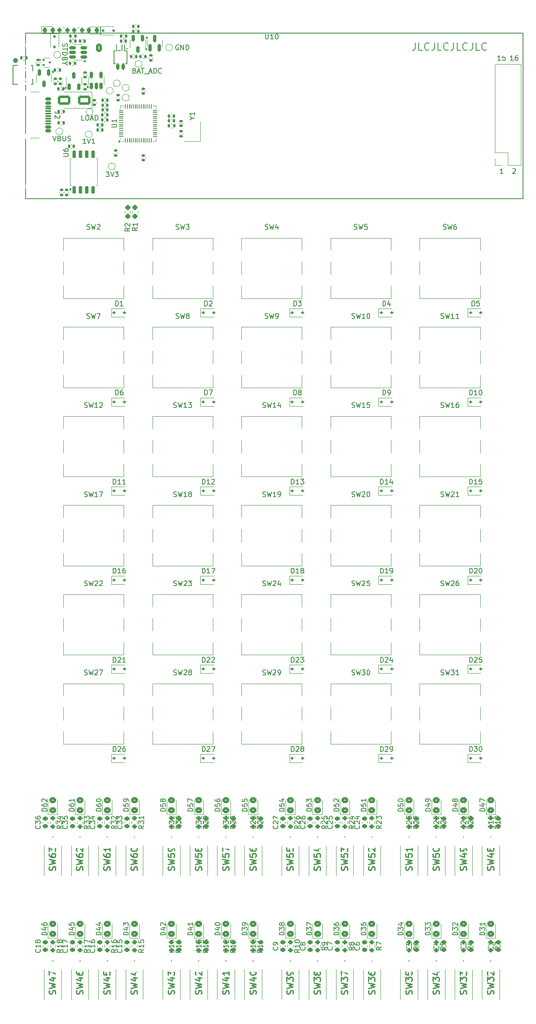
<source format=gbr>
%TF.GenerationSoftware,KiCad,Pcbnew,8.0.7*%
%TF.CreationDate,2025-01-05T21:02:14-05:00*%
%TF.ProjectId,rp2040-programmer-calculator-v2,72703230-3430-42d7-9072-6f6772616d6d,rev?*%
%TF.SameCoordinates,Original*%
%TF.FileFunction,Legend,Top*%
%TF.FilePolarity,Positive*%
%FSLAX46Y46*%
G04 Gerber Fmt 4.6, Leading zero omitted, Abs format (unit mm)*
G04 Created by KiCad (PCBNEW 8.0.7) date 2025-01-05 21:02:14*
%MOMM*%
%LPD*%
G01*
G04 APERTURE LIST*
G04 Aperture macros list*
%AMRoundRect*
0 Rectangle with rounded corners*
0 $1 Rounding radius*
0 $2 $3 $4 $5 $6 $7 $8 $9 X,Y pos of 4 corners*
0 Add a 4 corners polygon primitive as box body*
4,1,4,$2,$3,$4,$5,$6,$7,$8,$9,$2,$3,0*
0 Add four circle primitives for the rounded corners*
1,1,$1+$1,$2,$3*
1,1,$1+$1,$4,$5*
1,1,$1+$1,$6,$7*
1,1,$1+$1,$8,$9*
0 Add four rect primitives between the rounded corners*
20,1,$1+$1,$2,$3,$4,$5,0*
20,1,$1+$1,$4,$5,$6,$7,0*
20,1,$1+$1,$6,$7,$8,$9,0*
20,1,$1+$1,$8,$9,$2,$3,0*%
G04 Aperture macros list end*
%ADD10C,0.200000*%
%ADD11C,0.150000*%
%ADD12C,0.254000*%
%ADD13C,0.120000*%
%ADD14C,0.100000*%
%ADD15C,0.500000*%
%ADD16C,0.152400*%
%ADD17C,1.000000*%
%ADD18C,4.500000*%
%ADD19R,1.700000X1.700000*%
%ADD20O,1.700000X1.700000*%
%ADD21C,1.800000*%
%ADD22RoundRect,0.200000X-0.275000X0.200000X-0.275000X-0.200000X0.275000X-0.200000X0.275000X0.200000X0*%
%ADD23RoundRect,0.250000X0.450000X-0.325000X0.450000X0.325000X-0.450000X0.325000X-0.450000X-0.325000X0*%
%ADD24RoundRect,0.225000X0.250000X-0.225000X0.250000X0.225000X-0.250000X0.225000X-0.250000X-0.225000X0*%
%ADD25RoundRect,0.150000X0.512500X0.150000X-0.512500X0.150000X-0.512500X-0.150000X0.512500X-0.150000X0*%
%ADD26R,1.200000X1.400000*%
%ADD27RoundRect,0.062500X-0.062500X0.587500X-0.062500X-0.587500X0.062500X-0.587500X0.062500X0.587500X0*%
%ADD28RoundRect,0.187500X-0.187500X0.462500X-0.187500X-0.462500X0.187500X-0.462500X0.187500X0.462500X0*%
%ADD29RoundRect,0.150000X0.150000X-0.650000X0.150000X0.650000X-0.150000X0.650000X-0.150000X-0.650000X0*%
%ADD30RoundRect,0.150000X0.150000X-0.512500X0.150000X0.512500X-0.150000X0.512500X-0.150000X-0.512500X0*%
%ADD31R,3.200000X3.200000*%
%ADD32RoundRect,0.050000X0.387500X-0.050000X0.387500X0.050000X-0.387500X0.050000X-0.387500X-0.050000X0*%
%ADD33RoundRect,0.050000X0.050000X-0.387500X0.050000X0.387500X-0.050000X0.387500X-0.050000X-0.387500X0*%
%ADD34R,0.812800X0.508000*%
%ADD35R,0.508000X0.889000*%
%ADD36C,0.711200*%
%ADD37RoundRect,0.135000X-0.185000X0.135000X-0.185000X-0.135000X0.185000X-0.135000X0.185000X0.135000X0*%
%ADD38RoundRect,0.135000X0.135000X0.185000X-0.135000X0.185000X-0.135000X-0.185000X0.135000X-0.185000X0*%
%ADD39RoundRect,0.135000X0.185000X-0.135000X0.185000X0.135000X-0.185000X0.135000X-0.185000X-0.135000X0*%
%ADD40RoundRect,0.135000X-0.135000X-0.185000X0.135000X-0.185000X0.135000X0.185000X-0.135000X0.185000X0*%
%ADD41RoundRect,0.200000X-0.200000X-0.275000X0.200000X-0.275000X0.200000X0.275000X-0.200000X0.275000X0*%
%ADD42RoundRect,0.200000X0.200000X0.275000X-0.200000X0.275000X-0.200000X-0.275000X0.200000X-0.275000X0*%
%ADD43RoundRect,0.237500X-0.237500X0.250000X-0.237500X-0.250000X0.237500X-0.250000X0.237500X0.250000X0*%
%ADD44RoundRect,0.100000X0.155000X0.100000X-0.155000X0.100000X-0.155000X-0.100000X0.155000X-0.100000X0*%
%ADD45RoundRect,0.150000X0.150000X-0.587500X0.150000X0.587500X-0.150000X0.587500X-0.150000X-0.587500X0*%
%ADD46RoundRect,0.150000X-0.150000X0.512500X-0.150000X-0.512500X0.150000X-0.512500X0.150000X0.512500X0*%
%ADD47C,0.650000*%
%ADD48RoundRect,0.150000X-0.425000X0.150000X-0.425000X-0.150000X0.425000X-0.150000X0.425000X0.150000X0*%
%ADD49RoundRect,0.075000X-0.500000X0.075000X-0.500000X-0.075000X0.500000X-0.075000X0.500000X0.075000X0*%
%ADD50O,2.100000X1.000000*%
%ADD51O,1.800000X1.000000*%
%ADD52RoundRect,0.112500X-0.112500X0.187500X-0.112500X-0.187500X0.112500X-0.187500X0.112500X0.187500X0*%
%ADD53RoundRect,0.112500X-0.187500X-0.112500X0.187500X-0.112500X0.187500X0.112500X-0.187500X0.112500X0*%
%ADD54RoundRect,0.218750X0.218750X0.256250X-0.218750X0.256250X-0.218750X-0.256250X0.218750X-0.256250X0*%
%ADD55RoundRect,0.218750X-0.218750X-0.256250X0.218750X-0.256250X0.218750X0.256250X-0.218750X0.256250X0*%
%ADD56RoundRect,0.250000X1.000000X0.650000X-1.000000X0.650000X-1.000000X-0.650000X1.000000X-0.650000X0*%
%ADD57RoundRect,0.140000X0.170000X-0.140000X0.170000X0.140000X-0.170000X0.140000X-0.170000X-0.140000X0*%
%ADD58RoundRect,0.140000X-0.140000X-0.170000X0.140000X-0.170000X0.140000X0.170000X-0.140000X0.170000X0*%
%ADD59RoundRect,0.140000X0.140000X0.170000X-0.140000X0.170000X-0.140000X-0.170000X0.140000X-0.170000X0*%
%ADD60RoundRect,0.140000X-0.170000X0.140000X-0.170000X-0.140000X0.170000X-0.140000X0.170000X0.140000X0*%
%ADD61RoundRect,0.250000X0.350000X0.625000X-0.350000X0.625000X-0.350000X-0.625000X0.350000X-0.625000X0*%
%ADD62O,1.200000X1.750000*%
%ADD63O,2.900000X1.700000*%
G04 APERTURE END LIST*
D10*
X101517292Y-24206028D02*
X101517292Y-25277457D01*
X101517292Y-25277457D02*
X101445863Y-25491742D01*
X101445863Y-25491742D02*
X101303006Y-25634600D01*
X101303006Y-25634600D02*
X101088720Y-25706028D01*
X101088720Y-25706028D02*
X100945863Y-25706028D01*
X102945863Y-25706028D02*
X102231577Y-25706028D01*
X102231577Y-25706028D02*
X102231577Y-24206028D01*
X104303006Y-25563171D02*
X104231578Y-25634600D01*
X104231578Y-25634600D02*
X104017292Y-25706028D01*
X104017292Y-25706028D02*
X103874435Y-25706028D01*
X103874435Y-25706028D02*
X103660149Y-25634600D01*
X103660149Y-25634600D02*
X103517292Y-25491742D01*
X103517292Y-25491742D02*
X103445863Y-25348885D01*
X103445863Y-25348885D02*
X103374435Y-25063171D01*
X103374435Y-25063171D02*
X103374435Y-24848885D01*
X103374435Y-24848885D02*
X103445863Y-24563171D01*
X103445863Y-24563171D02*
X103517292Y-24420314D01*
X103517292Y-24420314D02*
X103660149Y-24277457D01*
X103660149Y-24277457D02*
X103874435Y-24206028D01*
X103874435Y-24206028D02*
X104017292Y-24206028D01*
X104017292Y-24206028D02*
X104231578Y-24277457D01*
X104231578Y-24277457D02*
X104303006Y-24348885D01*
X105374435Y-24206028D02*
X105374435Y-25277457D01*
X105374435Y-25277457D02*
X105303006Y-25491742D01*
X105303006Y-25491742D02*
X105160149Y-25634600D01*
X105160149Y-25634600D02*
X104945863Y-25706028D01*
X104945863Y-25706028D02*
X104803006Y-25706028D01*
X106803006Y-25706028D02*
X106088720Y-25706028D01*
X106088720Y-25706028D02*
X106088720Y-24206028D01*
X108160149Y-25563171D02*
X108088721Y-25634600D01*
X108088721Y-25634600D02*
X107874435Y-25706028D01*
X107874435Y-25706028D02*
X107731578Y-25706028D01*
X107731578Y-25706028D02*
X107517292Y-25634600D01*
X107517292Y-25634600D02*
X107374435Y-25491742D01*
X107374435Y-25491742D02*
X107303006Y-25348885D01*
X107303006Y-25348885D02*
X107231578Y-25063171D01*
X107231578Y-25063171D02*
X107231578Y-24848885D01*
X107231578Y-24848885D02*
X107303006Y-24563171D01*
X107303006Y-24563171D02*
X107374435Y-24420314D01*
X107374435Y-24420314D02*
X107517292Y-24277457D01*
X107517292Y-24277457D02*
X107731578Y-24206028D01*
X107731578Y-24206028D02*
X107874435Y-24206028D01*
X107874435Y-24206028D02*
X108088721Y-24277457D01*
X108088721Y-24277457D02*
X108160149Y-24348885D01*
X109231578Y-24206028D02*
X109231578Y-25277457D01*
X109231578Y-25277457D02*
X109160149Y-25491742D01*
X109160149Y-25491742D02*
X109017292Y-25634600D01*
X109017292Y-25634600D02*
X108803006Y-25706028D01*
X108803006Y-25706028D02*
X108660149Y-25706028D01*
X110660149Y-25706028D02*
X109945863Y-25706028D01*
X109945863Y-25706028D02*
X109945863Y-24206028D01*
X112017292Y-25563171D02*
X111945864Y-25634600D01*
X111945864Y-25634600D02*
X111731578Y-25706028D01*
X111731578Y-25706028D02*
X111588721Y-25706028D01*
X111588721Y-25706028D02*
X111374435Y-25634600D01*
X111374435Y-25634600D02*
X111231578Y-25491742D01*
X111231578Y-25491742D02*
X111160149Y-25348885D01*
X111160149Y-25348885D02*
X111088721Y-25063171D01*
X111088721Y-25063171D02*
X111088721Y-24848885D01*
X111088721Y-24848885D02*
X111160149Y-24563171D01*
X111160149Y-24563171D02*
X111231578Y-24420314D01*
X111231578Y-24420314D02*
X111374435Y-24277457D01*
X111374435Y-24277457D02*
X111588721Y-24206028D01*
X111588721Y-24206028D02*
X111731578Y-24206028D01*
X111731578Y-24206028D02*
X111945864Y-24277457D01*
X111945864Y-24277457D02*
X112017292Y-24348885D01*
X113088721Y-24206028D02*
X113088721Y-25277457D01*
X113088721Y-25277457D02*
X113017292Y-25491742D01*
X113017292Y-25491742D02*
X112874435Y-25634600D01*
X112874435Y-25634600D02*
X112660149Y-25706028D01*
X112660149Y-25706028D02*
X112517292Y-25706028D01*
X114517292Y-25706028D02*
X113803006Y-25706028D01*
X113803006Y-25706028D02*
X113803006Y-24206028D01*
X115874435Y-25563171D02*
X115803007Y-25634600D01*
X115803007Y-25634600D02*
X115588721Y-25706028D01*
X115588721Y-25706028D02*
X115445864Y-25706028D01*
X115445864Y-25706028D02*
X115231578Y-25634600D01*
X115231578Y-25634600D02*
X115088721Y-25491742D01*
X115088721Y-25491742D02*
X115017292Y-25348885D01*
X115017292Y-25348885D02*
X114945864Y-25063171D01*
X114945864Y-25063171D02*
X114945864Y-24848885D01*
X114945864Y-24848885D02*
X115017292Y-24563171D01*
X115017292Y-24563171D02*
X115088721Y-24420314D01*
X115088721Y-24420314D02*
X115231578Y-24277457D01*
X115231578Y-24277457D02*
X115445864Y-24206028D01*
X115445864Y-24206028D02*
X115588721Y-24206028D01*
X115588721Y-24206028D02*
X115803007Y-24277457D01*
X115803007Y-24277457D02*
X115874435Y-24348885D01*
D11*
X39041541Y-50269819D02*
X39660588Y-50269819D01*
X39660588Y-50269819D02*
X39327255Y-50650771D01*
X39327255Y-50650771D02*
X39470112Y-50650771D01*
X39470112Y-50650771D02*
X39565350Y-50698390D01*
X39565350Y-50698390D02*
X39612969Y-50746009D01*
X39612969Y-50746009D02*
X39660588Y-50841247D01*
X39660588Y-50841247D02*
X39660588Y-51079342D01*
X39660588Y-51079342D02*
X39612969Y-51174580D01*
X39612969Y-51174580D02*
X39565350Y-51222200D01*
X39565350Y-51222200D02*
X39470112Y-51269819D01*
X39470112Y-51269819D02*
X39184398Y-51269819D01*
X39184398Y-51269819D02*
X39089160Y-51222200D01*
X39089160Y-51222200D02*
X39041541Y-51174580D01*
X39946303Y-50269819D02*
X40279636Y-51269819D01*
X40279636Y-51269819D02*
X40612969Y-50269819D01*
X40851065Y-50269819D02*
X41470112Y-50269819D01*
X41470112Y-50269819D02*
X41136779Y-50650771D01*
X41136779Y-50650771D02*
X41279636Y-50650771D01*
X41279636Y-50650771D02*
X41374874Y-50698390D01*
X41374874Y-50698390D02*
X41422493Y-50746009D01*
X41422493Y-50746009D02*
X41470112Y-50841247D01*
X41470112Y-50841247D02*
X41470112Y-51079342D01*
X41470112Y-51079342D02*
X41422493Y-51174580D01*
X41422493Y-51174580D02*
X41374874Y-51222200D01*
X41374874Y-51222200D02*
X41279636Y-51269819D01*
X41279636Y-51269819D02*
X40993922Y-51269819D01*
X40993922Y-51269819D02*
X40898684Y-51222200D01*
X40898684Y-51222200D02*
X40851065Y-51174580D01*
X44770112Y-29846009D02*
X44912969Y-29893628D01*
X44912969Y-29893628D02*
X44960588Y-29941247D01*
X44960588Y-29941247D02*
X45008207Y-30036485D01*
X45008207Y-30036485D02*
X45008207Y-30179342D01*
X45008207Y-30179342D02*
X44960588Y-30274580D01*
X44960588Y-30274580D02*
X44912969Y-30322200D01*
X44912969Y-30322200D02*
X44817731Y-30369819D01*
X44817731Y-30369819D02*
X44436779Y-30369819D01*
X44436779Y-30369819D02*
X44436779Y-29369819D01*
X44436779Y-29369819D02*
X44770112Y-29369819D01*
X44770112Y-29369819D02*
X44865350Y-29417438D01*
X44865350Y-29417438D02*
X44912969Y-29465057D01*
X44912969Y-29465057D02*
X44960588Y-29560295D01*
X44960588Y-29560295D02*
X44960588Y-29655533D01*
X44960588Y-29655533D02*
X44912969Y-29750771D01*
X44912969Y-29750771D02*
X44865350Y-29798390D01*
X44865350Y-29798390D02*
X44770112Y-29846009D01*
X44770112Y-29846009D02*
X44436779Y-29846009D01*
X45389160Y-30084104D02*
X45865350Y-30084104D01*
X45293922Y-30369819D02*
X45627255Y-29369819D01*
X45627255Y-29369819D02*
X45960588Y-30369819D01*
X46151065Y-29369819D02*
X46722493Y-29369819D01*
X46436779Y-30369819D02*
X46436779Y-29369819D01*
X46817732Y-30465057D02*
X47579636Y-30465057D01*
X47770113Y-30084104D02*
X48246303Y-30084104D01*
X47674875Y-30369819D02*
X48008208Y-29369819D01*
X48008208Y-29369819D02*
X48341541Y-30369819D01*
X48674875Y-30369819D02*
X48674875Y-29369819D01*
X48674875Y-29369819D02*
X48912970Y-29369819D01*
X48912970Y-29369819D02*
X49055827Y-29417438D01*
X49055827Y-29417438D02*
X49151065Y-29512676D01*
X49151065Y-29512676D02*
X49198684Y-29607914D01*
X49198684Y-29607914D02*
X49246303Y-29798390D01*
X49246303Y-29798390D02*
X49246303Y-29941247D01*
X49246303Y-29941247D02*
X49198684Y-30131723D01*
X49198684Y-30131723D02*
X49151065Y-30226961D01*
X49151065Y-30226961D02*
X49055827Y-30322200D01*
X49055827Y-30322200D02*
X48912970Y-30369819D01*
X48912970Y-30369819D02*
X48674875Y-30369819D01*
X50246303Y-30274580D02*
X50198684Y-30322200D01*
X50198684Y-30322200D02*
X50055827Y-30369819D01*
X50055827Y-30369819D02*
X49960589Y-30369819D01*
X49960589Y-30369819D02*
X49817732Y-30322200D01*
X49817732Y-30322200D02*
X49722494Y-30226961D01*
X49722494Y-30226961D02*
X49674875Y-30131723D01*
X49674875Y-30131723D02*
X49627256Y-29941247D01*
X49627256Y-29941247D02*
X49627256Y-29798390D01*
X49627256Y-29798390D02*
X49674875Y-29607914D01*
X49674875Y-29607914D02*
X49722494Y-29512676D01*
X49722494Y-29512676D02*
X49817732Y-29417438D01*
X49817732Y-29417438D02*
X49960589Y-29369819D01*
X49960589Y-29369819D02*
X50055827Y-29369819D01*
X50055827Y-29369819D02*
X50198684Y-29417438D01*
X50198684Y-29417438D02*
X50246303Y-29465057D01*
X53660588Y-24717438D02*
X53565350Y-24669819D01*
X53565350Y-24669819D02*
X53422493Y-24669819D01*
X53422493Y-24669819D02*
X53279636Y-24717438D01*
X53279636Y-24717438D02*
X53184398Y-24812676D01*
X53184398Y-24812676D02*
X53136779Y-24907914D01*
X53136779Y-24907914D02*
X53089160Y-25098390D01*
X53089160Y-25098390D02*
X53089160Y-25241247D01*
X53089160Y-25241247D02*
X53136779Y-25431723D01*
X53136779Y-25431723D02*
X53184398Y-25526961D01*
X53184398Y-25526961D02*
X53279636Y-25622200D01*
X53279636Y-25622200D02*
X53422493Y-25669819D01*
X53422493Y-25669819D02*
X53517731Y-25669819D01*
X53517731Y-25669819D02*
X53660588Y-25622200D01*
X53660588Y-25622200D02*
X53708207Y-25574580D01*
X53708207Y-25574580D02*
X53708207Y-25241247D01*
X53708207Y-25241247D02*
X53517731Y-25241247D01*
X54136779Y-25669819D02*
X54136779Y-24669819D01*
X54136779Y-24669819D02*
X54708207Y-25669819D01*
X54708207Y-25669819D02*
X54708207Y-24669819D01*
X55184398Y-25669819D02*
X55184398Y-24669819D01*
X55184398Y-24669819D02*
X55422493Y-24669819D01*
X55422493Y-24669819D02*
X55565350Y-24717438D01*
X55565350Y-24717438D02*
X55660588Y-24812676D01*
X55660588Y-24812676D02*
X55708207Y-24907914D01*
X55708207Y-24907914D02*
X55755826Y-25098390D01*
X55755826Y-25098390D02*
X55755826Y-25241247D01*
X55755826Y-25241247D02*
X55708207Y-25431723D01*
X55708207Y-25431723D02*
X55660588Y-25526961D01*
X55660588Y-25526961D02*
X55565350Y-25622200D01*
X55565350Y-25622200D02*
X55422493Y-25669819D01*
X55422493Y-25669819D02*
X55184398Y-25669819D01*
X30277800Y-24389160D02*
X30230180Y-24532017D01*
X30230180Y-24532017D02*
X30230180Y-24770112D01*
X30230180Y-24770112D02*
X30277800Y-24865350D01*
X30277800Y-24865350D02*
X30325419Y-24912969D01*
X30325419Y-24912969D02*
X30420657Y-24960588D01*
X30420657Y-24960588D02*
X30515895Y-24960588D01*
X30515895Y-24960588D02*
X30611133Y-24912969D01*
X30611133Y-24912969D02*
X30658752Y-24865350D01*
X30658752Y-24865350D02*
X30706371Y-24770112D01*
X30706371Y-24770112D02*
X30753990Y-24579636D01*
X30753990Y-24579636D02*
X30801609Y-24484398D01*
X30801609Y-24484398D02*
X30849228Y-24436779D01*
X30849228Y-24436779D02*
X30944466Y-24389160D01*
X30944466Y-24389160D02*
X31039704Y-24389160D01*
X31039704Y-24389160D02*
X31134942Y-24436779D01*
X31134942Y-24436779D02*
X31182561Y-24484398D01*
X31182561Y-24484398D02*
X31230180Y-24579636D01*
X31230180Y-24579636D02*
X31230180Y-24817731D01*
X31230180Y-24817731D02*
X31182561Y-24960588D01*
X31230180Y-25246303D02*
X31230180Y-25817731D01*
X30230180Y-25532017D02*
X31230180Y-25532017D01*
X30230180Y-26151065D02*
X31230180Y-26151065D01*
X31230180Y-26151065D02*
X31230180Y-26389160D01*
X31230180Y-26389160D02*
X31182561Y-26532017D01*
X31182561Y-26532017D02*
X31087323Y-26627255D01*
X31087323Y-26627255D02*
X30992085Y-26674874D01*
X30992085Y-26674874D02*
X30801609Y-26722493D01*
X30801609Y-26722493D02*
X30658752Y-26722493D01*
X30658752Y-26722493D02*
X30468276Y-26674874D01*
X30468276Y-26674874D02*
X30373038Y-26627255D01*
X30373038Y-26627255D02*
X30277800Y-26532017D01*
X30277800Y-26532017D02*
X30230180Y-26389160D01*
X30230180Y-26389160D02*
X30230180Y-26151065D01*
X30753990Y-27484398D02*
X30706371Y-27627255D01*
X30706371Y-27627255D02*
X30658752Y-27674874D01*
X30658752Y-27674874D02*
X30563514Y-27722493D01*
X30563514Y-27722493D02*
X30420657Y-27722493D01*
X30420657Y-27722493D02*
X30325419Y-27674874D01*
X30325419Y-27674874D02*
X30277800Y-27627255D01*
X30277800Y-27627255D02*
X30230180Y-27532017D01*
X30230180Y-27532017D02*
X30230180Y-27151065D01*
X30230180Y-27151065D02*
X31230180Y-27151065D01*
X31230180Y-27151065D02*
X31230180Y-27484398D01*
X31230180Y-27484398D02*
X31182561Y-27579636D01*
X31182561Y-27579636D02*
X31134942Y-27627255D01*
X31134942Y-27627255D02*
X31039704Y-27674874D01*
X31039704Y-27674874D02*
X30944466Y-27674874D01*
X30944466Y-27674874D02*
X30849228Y-27627255D01*
X30849228Y-27627255D02*
X30801609Y-27579636D01*
X30801609Y-27579636D02*
X30753990Y-27484398D01*
X30753990Y-27484398D02*
X30753990Y-27151065D01*
X30706371Y-28341541D02*
X30230180Y-28341541D01*
X31230180Y-28008208D02*
X30706371Y-28341541D01*
X30706371Y-28341541D02*
X31230180Y-28674874D01*
X34612969Y-39869819D02*
X34136779Y-39869819D01*
X34136779Y-39869819D02*
X34136779Y-38869819D01*
X35136779Y-38869819D02*
X35327255Y-38869819D01*
X35327255Y-38869819D02*
X35422493Y-38917438D01*
X35422493Y-38917438D02*
X35517731Y-39012676D01*
X35517731Y-39012676D02*
X35565350Y-39203152D01*
X35565350Y-39203152D02*
X35565350Y-39536485D01*
X35565350Y-39536485D02*
X35517731Y-39726961D01*
X35517731Y-39726961D02*
X35422493Y-39822200D01*
X35422493Y-39822200D02*
X35327255Y-39869819D01*
X35327255Y-39869819D02*
X35136779Y-39869819D01*
X35136779Y-39869819D02*
X35041541Y-39822200D01*
X35041541Y-39822200D02*
X34946303Y-39726961D01*
X34946303Y-39726961D02*
X34898684Y-39536485D01*
X34898684Y-39536485D02*
X34898684Y-39203152D01*
X34898684Y-39203152D02*
X34946303Y-39012676D01*
X34946303Y-39012676D02*
X35041541Y-38917438D01*
X35041541Y-38917438D02*
X35136779Y-38869819D01*
X35946303Y-39584104D02*
X36422493Y-39584104D01*
X35851065Y-39869819D02*
X36184398Y-38869819D01*
X36184398Y-38869819D02*
X36517731Y-39869819D01*
X36851065Y-39869819D02*
X36851065Y-38869819D01*
X36851065Y-38869819D02*
X37089160Y-38869819D01*
X37089160Y-38869819D02*
X37232017Y-38917438D01*
X37232017Y-38917438D02*
X37327255Y-39012676D01*
X37327255Y-39012676D02*
X37374874Y-39107914D01*
X37374874Y-39107914D02*
X37422493Y-39298390D01*
X37422493Y-39298390D02*
X37422493Y-39441247D01*
X37422493Y-39441247D02*
X37374874Y-39631723D01*
X37374874Y-39631723D02*
X37327255Y-39726961D01*
X37327255Y-39726961D02*
X37232017Y-39822200D01*
X37232017Y-39822200D02*
X37089160Y-39869819D01*
X37089160Y-39869819D02*
X36851065Y-39869819D01*
X34960588Y-44569819D02*
X34389160Y-44569819D01*
X34674874Y-44569819D02*
X34674874Y-43569819D01*
X34674874Y-43569819D02*
X34579636Y-43712676D01*
X34579636Y-43712676D02*
X34484398Y-43807914D01*
X34484398Y-43807914D02*
X34389160Y-43855533D01*
X35246303Y-43569819D02*
X35579636Y-44569819D01*
X35579636Y-44569819D02*
X35912969Y-43569819D01*
X36770112Y-44569819D02*
X36198684Y-44569819D01*
X36484398Y-44569819D02*
X36484398Y-43569819D01*
X36484398Y-43569819D02*
X36389160Y-43712676D01*
X36389160Y-43712676D02*
X36293922Y-43807914D01*
X36293922Y-43807914D02*
X36198684Y-43855533D01*
X28293922Y-43069819D02*
X28627255Y-44069819D01*
X28627255Y-44069819D02*
X28960588Y-43069819D01*
X29627255Y-43546009D02*
X29770112Y-43593628D01*
X29770112Y-43593628D02*
X29817731Y-43641247D01*
X29817731Y-43641247D02*
X29865350Y-43736485D01*
X29865350Y-43736485D02*
X29865350Y-43879342D01*
X29865350Y-43879342D02*
X29817731Y-43974580D01*
X29817731Y-43974580D02*
X29770112Y-44022200D01*
X29770112Y-44022200D02*
X29674874Y-44069819D01*
X29674874Y-44069819D02*
X29293922Y-44069819D01*
X29293922Y-44069819D02*
X29293922Y-43069819D01*
X29293922Y-43069819D02*
X29627255Y-43069819D01*
X29627255Y-43069819D02*
X29722493Y-43117438D01*
X29722493Y-43117438D02*
X29770112Y-43165057D01*
X29770112Y-43165057D02*
X29817731Y-43260295D01*
X29817731Y-43260295D02*
X29817731Y-43355533D01*
X29817731Y-43355533D02*
X29770112Y-43450771D01*
X29770112Y-43450771D02*
X29722493Y-43498390D01*
X29722493Y-43498390D02*
X29627255Y-43546009D01*
X29627255Y-43546009D02*
X29293922Y-43546009D01*
X30293922Y-43069819D02*
X30293922Y-43879342D01*
X30293922Y-43879342D02*
X30341541Y-43974580D01*
X30341541Y-43974580D02*
X30389160Y-44022200D01*
X30389160Y-44022200D02*
X30484398Y-44069819D01*
X30484398Y-44069819D02*
X30674874Y-44069819D01*
X30674874Y-44069819D02*
X30770112Y-44022200D01*
X30770112Y-44022200D02*
X30817731Y-43974580D01*
X30817731Y-43974580D02*
X30865350Y-43879342D01*
X30865350Y-43879342D02*
X30865350Y-43069819D01*
X31293922Y-44022200D02*
X31436779Y-44069819D01*
X31436779Y-44069819D02*
X31674874Y-44069819D01*
X31674874Y-44069819D02*
X31770112Y-44022200D01*
X31770112Y-44022200D02*
X31817731Y-43974580D01*
X31817731Y-43974580D02*
X31865350Y-43879342D01*
X31865350Y-43879342D02*
X31865350Y-43784104D01*
X31865350Y-43784104D02*
X31817731Y-43688866D01*
X31817731Y-43688866D02*
X31770112Y-43641247D01*
X31770112Y-43641247D02*
X31674874Y-43593628D01*
X31674874Y-43593628D02*
X31484398Y-43546009D01*
X31484398Y-43546009D02*
X31389160Y-43498390D01*
X31389160Y-43498390D02*
X31341541Y-43450771D01*
X31341541Y-43450771D02*
X31293922Y-43355533D01*
X31293922Y-43355533D02*
X31293922Y-43260295D01*
X31293922Y-43260295D02*
X31341541Y-43165057D01*
X31341541Y-43165057D02*
X31389160Y-43117438D01*
X31389160Y-43117438D02*
X31484398Y-43069819D01*
X31484398Y-43069819D02*
X31722493Y-43069819D01*
X31722493Y-43069819D02*
X31865350Y-43117438D01*
X71261905Y-22454819D02*
X71261905Y-23264342D01*
X71261905Y-23264342D02*
X71309524Y-23359580D01*
X71309524Y-23359580D02*
X71357143Y-23407200D01*
X71357143Y-23407200D02*
X71452381Y-23454819D01*
X71452381Y-23454819D02*
X71642857Y-23454819D01*
X71642857Y-23454819D02*
X71738095Y-23407200D01*
X71738095Y-23407200D02*
X71785714Y-23359580D01*
X71785714Y-23359580D02*
X71833333Y-23264342D01*
X71833333Y-23264342D02*
X71833333Y-22454819D01*
X72833333Y-23454819D02*
X72261905Y-23454819D01*
X72547619Y-23454819D02*
X72547619Y-22454819D01*
X72547619Y-22454819D02*
X72452381Y-22597676D01*
X72452381Y-22597676D02*
X72357143Y-22692914D01*
X72357143Y-22692914D02*
X72261905Y-22740533D01*
X73452381Y-22454819D02*
X73547619Y-22454819D01*
X73547619Y-22454819D02*
X73642857Y-22502438D01*
X73642857Y-22502438D02*
X73690476Y-22550057D01*
X73690476Y-22550057D02*
X73738095Y-22645295D01*
X73738095Y-22645295D02*
X73785714Y-22835771D01*
X73785714Y-22835771D02*
X73785714Y-23073866D01*
X73785714Y-23073866D02*
X73738095Y-23264342D01*
X73738095Y-23264342D02*
X73690476Y-23359580D01*
X73690476Y-23359580D02*
X73642857Y-23407200D01*
X73642857Y-23407200D02*
X73547619Y-23454819D01*
X73547619Y-23454819D02*
X73452381Y-23454819D01*
X73452381Y-23454819D02*
X73357143Y-23407200D01*
X73357143Y-23407200D02*
X73309524Y-23359580D01*
X73309524Y-23359580D02*
X73261905Y-23264342D01*
X73261905Y-23264342D02*
X73214286Y-23073866D01*
X73214286Y-23073866D02*
X73214286Y-22835771D01*
X73214286Y-22835771D02*
X73261905Y-22645295D01*
X73261905Y-22645295D02*
X73309524Y-22550057D01*
X73309524Y-22550057D02*
X73357143Y-22502438D01*
X73357143Y-22502438D02*
X73452381Y-22454819D01*
X119245714Y-50634819D02*
X118674286Y-50634819D01*
X118960000Y-50634819D02*
X118960000Y-49634819D01*
X118960000Y-49634819D02*
X118864762Y-49777676D01*
X118864762Y-49777676D02*
X118769524Y-49872914D01*
X118769524Y-49872914D02*
X118674286Y-49920533D01*
X118769523Y-27774819D02*
X118198095Y-27774819D01*
X118483809Y-27774819D02*
X118483809Y-26774819D01*
X118483809Y-26774819D02*
X118388571Y-26917676D01*
X118388571Y-26917676D02*
X118293333Y-27012914D01*
X118293333Y-27012914D02*
X118198095Y-27060533D01*
X119674285Y-26774819D02*
X119198095Y-26774819D01*
X119198095Y-26774819D02*
X119150476Y-27251009D01*
X119150476Y-27251009D02*
X119198095Y-27203390D01*
X119198095Y-27203390D02*
X119293333Y-27155771D01*
X119293333Y-27155771D02*
X119531428Y-27155771D01*
X119531428Y-27155771D02*
X119626666Y-27203390D01*
X119626666Y-27203390D02*
X119674285Y-27251009D01*
X119674285Y-27251009D02*
X119721904Y-27346247D01*
X119721904Y-27346247D02*
X119721904Y-27584342D01*
X119721904Y-27584342D02*
X119674285Y-27679580D01*
X119674285Y-27679580D02*
X119626666Y-27727200D01*
X119626666Y-27727200D02*
X119531428Y-27774819D01*
X119531428Y-27774819D02*
X119293333Y-27774819D01*
X119293333Y-27774819D02*
X119198095Y-27727200D01*
X119198095Y-27727200D02*
X119150476Y-27679580D01*
X121214286Y-49730057D02*
X121261905Y-49682438D01*
X121261905Y-49682438D02*
X121357143Y-49634819D01*
X121357143Y-49634819D02*
X121595238Y-49634819D01*
X121595238Y-49634819D02*
X121690476Y-49682438D01*
X121690476Y-49682438D02*
X121738095Y-49730057D01*
X121738095Y-49730057D02*
X121785714Y-49825295D01*
X121785714Y-49825295D02*
X121785714Y-49920533D01*
X121785714Y-49920533D02*
X121738095Y-50063390D01*
X121738095Y-50063390D02*
X121166667Y-50634819D01*
X121166667Y-50634819D02*
X121785714Y-50634819D01*
X121309523Y-27774819D02*
X120738095Y-27774819D01*
X121023809Y-27774819D02*
X121023809Y-26774819D01*
X121023809Y-26774819D02*
X120928571Y-26917676D01*
X120928571Y-26917676D02*
X120833333Y-27012914D01*
X120833333Y-27012914D02*
X120738095Y-27060533D01*
X122166666Y-26774819D02*
X121976190Y-26774819D01*
X121976190Y-26774819D02*
X121880952Y-26822438D01*
X121880952Y-26822438D02*
X121833333Y-26870057D01*
X121833333Y-26870057D02*
X121738095Y-27012914D01*
X121738095Y-27012914D02*
X121690476Y-27203390D01*
X121690476Y-27203390D02*
X121690476Y-27584342D01*
X121690476Y-27584342D02*
X121738095Y-27679580D01*
X121738095Y-27679580D02*
X121785714Y-27727200D01*
X121785714Y-27727200D02*
X121880952Y-27774819D01*
X121880952Y-27774819D02*
X122071428Y-27774819D01*
X122071428Y-27774819D02*
X122166666Y-27727200D01*
X122166666Y-27727200D02*
X122214285Y-27679580D01*
X122214285Y-27679580D02*
X122261904Y-27584342D01*
X122261904Y-27584342D02*
X122261904Y-27346247D01*
X122261904Y-27346247D02*
X122214285Y-27251009D01*
X122214285Y-27251009D02*
X122166666Y-27203390D01*
X122166666Y-27203390D02*
X122071428Y-27155771D01*
X122071428Y-27155771D02*
X121880952Y-27155771D01*
X121880952Y-27155771D02*
X121785714Y-27203390D01*
X121785714Y-27203390D02*
X121738095Y-27251009D01*
X121738095Y-27251009D02*
X121690476Y-27346247D01*
D12*
X28763842Y-191348095D02*
X28824318Y-191166666D01*
X28824318Y-191166666D02*
X28824318Y-190864285D01*
X28824318Y-190864285D02*
X28763842Y-190743333D01*
X28763842Y-190743333D02*
X28703365Y-190682857D01*
X28703365Y-190682857D02*
X28582413Y-190622380D01*
X28582413Y-190622380D02*
X28461461Y-190622380D01*
X28461461Y-190622380D02*
X28340508Y-190682857D01*
X28340508Y-190682857D02*
X28280032Y-190743333D01*
X28280032Y-190743333D02*
X28219556Y-190864285D01*
X28219556Y-190864285D02*
X28159080Y-191106190D01*
X28159080Y-191106190D02*
X28098603Y-191227142D01*
X28098603Y-191227142D02*
X28038127Y-191287619D01*
X28038127Y-191287619D02*
X27917175Y-191348095D01*
X27917175Y-191348095D02*
X27796222Y-191348095D01*
X27796222Y-191348095D02*
X27675270Y-191287619D01*
X27675270Y-191287619D02*
X27614794Y-191227142D01*
X27614794Y-191227142D02*
X27554318Y-191106190D01*
X27554318Y-191106190D02*
X27554318Y-190803809D01*
X27554318Y-190803809D02*
X27614794Y-190622380D01*
X27554318Y-190199047D02*
X28824318Y-189896666D01*
X28824318Y-189896666D02*
X27917175Y-189654761D01*
X27917175Y-189654761D02*
X28824318Y-189412856D01*
X28824318Y-189412856D02*
X27554318Y-189110476D01*
X27554318Y-188082380D02*
X27554318Y-188324285D01*
X27554318Y-188324285D02*
X27614794Y-188445237D01*
X27614794Y-188445237D02*
X27675270Y-188505713D01*
X27675270Y-188505713D02*
X27856699Y-188626666D01*
X27856699Y-188626666D02*
X28098603Y-188687142D01*
X28098603Y-188687142D02*
X28582413Y-188687142D01*
X28582413Y-188687142D02*
X28703365Y-188626666D01*
X28703365Y-188626666D02*
X28763842Y-188566189D01*
X28763842Y-188566189D02*
X28824318Y-188445237D01*
X28824318Y-188445237D02*
X28824318Y-188203332D01*
X28824318Y-188203332D02*
X28763842Y-188082380D01*
X28763842Y-188082380D02*
X28703365Y-188021904D01*
X28703365Y-188021904D02*
X28582413Y-187961427D01*
X28582413Y-187961427D02*
X28280032Y-187961427D01*
X28280032Y-187961427D02*
X28159080Y-188021904D01*
X28159080Y-188021904D02*
X28098603Y-188082380D01*
X28098603Y-188082380D02*
X28038127Y-188203332D01*
X28038127Y-188203332D02*
X28038127Y-188445237D01*
X28038127Y-188445237D02*
X28098603Y-188566189D01*
X28098603Y-188566189D02*
X28159080Y-188626666D01*
X28159080Y-188626666D02*
X28280032Y-188687142D01*
X27554318Y-187538094D02*
X27554318Y-186751903D01*
X27554318Y-186751903D02*
X28038127Y-187175237D01*
X28038127Y-187175237D02*
X28038127Y-186993808D01*
X28038127Y-186993808D02*
X28098603Y-186872856D01*
X28098603Y-186872856D02*
X28159080Y-186812380D01*
X28159080Y-186812380D02*
X28280032Y-186751903D01*
X28280032Y-186751903D02*
X28582413Y-186751903D01*
X28582413Y-186751903D02*
X28703365Y-186812380D01*
X28703365Y-186812380D02*
X28763842Y-186872856D01*
X28763842Y-186872856D02*
X28824318Y-186993808D01*
X28824318Y-186993808D02*
X28824318Y-187356665D01*
X28824318Y-187356665D02*
X28763842Y-187477618D01*
X28763842Y-187477618D02*
X28703365Y-187538094D01*
X34263842Y-191348095D02*
X34324318Y-191166666D01*
X34324318Y-191166666D02*
X34324318Y-190864285D01*
X34324318Y-190864285D02*
X34263842Y-190743333D01*
X34263842Y-190743333D02*
X34203365Y-190682857D01*
X34203365Y-190682857D02*
X34082413Y-190622380D01*
X34082413Y-190622380D02*
X33961461Y-190622380D01*
X33961461Y-190622380D02*
X33840508Y-190682857D01*
X33840508Y-190682857D02*
X33780032Y-190743333D01*
X33780032Y-190743333D02*
X33719556Y-190864285D01*
X33719556Y-190864285D02*
X33659080Y-191106190D01*
X33659080Y-191106190D02*
X33598603Y-191227142D01*
X33598603Y-191227142D02*
X33538127Y-191287619D01*
X33538127Y-191287619D02*
X33417175Y-191348095D01*
X33417175Y-191348095D02*
X33296222Y-191348095D01*
X33296222Y-191348095D02*
X33175270Y-191287619D01*
X33175270Y-191287619D02*
X33114794Y-191227142D01*
X33114794Y-191227142D02*
X33054318Y-191106190D01*
X33054318Y-191106190D02*
X33054318Y-190803809D01*
X33054318Y-190803809D02*
X33114794Y-190622380D01*
X33054318Y-190199047D02*
X34324318Y-189896666D01*
X34324318Y-189896666D02*
X33417175Y-189654761D01*
X33417175Y-189654761D02*
X34324318Y-189412856D01*
X34324318Y-189412856D02*
X33054318Y-189110476D01*
X33054318Y-188082380D02*
X33054318Y-188324285D01*
X33054318Y-188324285D02*
X33114794Y-188445237D01*
X33114794Y-188445237D02*
X33175270Y-188505713D01*
X33175270Y-188505713D02*
X33356699Y-188626666D01*
X33356699Y-188626666D02*
X33598603Y-188687142D01*
X33598603Y-188687142D02*
X34082413Y-188687142D01*
X34082413Y-188687142D02*
X34203365Y-188626666D01*
X34203365Y-188626666D02*
X34263842Y-188566189D01*
X34263842Y-188566189D02*
X34324318Y-188445237D01*
X34324318Y-188445237D02*
X34324318Y-188203332D01*
X34324318Y-188203332D02*
X34263842Y-188082380D01*
X34263842Y-188082380D02*
X34203365Y-188021904D01*
X34203365Y-188021904D02*
X34082413Y-187961427D01*
X34082413Y-187961427D02*
X33780032Y-187961427D01*
X33780032Y-187961427D02*
X33659080Y-188021904D01*
X33659080Y-188021904D02*
X33598603Y-188082380D01*
X33598603Y-188082380D02*
X33538127Y-188203332D01*
X33538127Y-188203332D02*
X33538127Y-188445237D01*
X33538127Y-188445237D02*
X33598603Y-188566189D01*
X33598603Y-188566189D02*
X33659080Y-188626666D01*
X33659080Y-188626666D02*
X33780032Y-188687142D01*
X33175270Y-187477618D02*
X33114794Y-187417142D01*
X33114794Y-187417142D02*
X33054318Y-187296189D01*
X33054318Y-187296189D02*
X33054318Y-186993808D01*
X33054318Y-186993808D02*
X33114794Y-186872856D01*
X33114794Y-186872856D02*
X33175270Y-186812380D01*
X33175270Y-186812380D02*
X33296222Y-186751903D01*
X33296222Y-186751903D02*
X33417175Y-186751903D01*
X33417175Y-186751903D02*
X33598603Y-186812380D01*
X33598603Y-186812380D02*
X34324318Y-187538094D01*
X34324318Y-187538094D02*
X34324318Y-186751903D01*
X39763842Y-191348095D02*
X39824318Y-191166666D01*
X39824318Y-191166666D02*
X39824318Y-190864285D01*
X39824318Y-190864285D02*
X39763842Y-190743333D01*
X39763842Y-190743333D02*
X39703365Y-190682857D01*
X39703365Y-190682857D02*
X39582413Y-190622380D01*
X39582413Y-190622380D02*
X39461461Y-190622380D01*
X39461461Y-190622380D02*
X39340508Y-190682857D01*
X39340508Y-190682857D02*
X39280032Y-190743333D01*
X39280032Y-190743333D02*
X39219556Y-190864285D01*
X39219556Y-190864285D02*
X39159080Y-191106190D01*
X39159080Y-191106190D02*
X39098603Y-191227142D01*
X39098603Y-191227142D02*
X39038127Y-191287619D01*
X39038127Y-191287619D02*
X38917175Y-191348095D01*
X38917175Y-191348095D02*
X38796222Y-191348095D01*
X38796222Y-191348095D02*
X38675270Y-191287619D01*
X38675270Y-191287619D02*
X38614794Y-191227142D01*
X38614794Y-191227142D02*
X38554318Y-191106190D01*
X38554318Y-191106190D02*
X38554318Y-190803809D01*
X38554318Y-190803809D02*
X38614794Y-190622380D01*
X38554318Y-190199047D02*
X39824318Y-189896666D01*
X39824318Y-189896666D02*
X38917175Y-189654761D01*
X38917175Y-189654761D02*
X39824318Y-189412856D01*
X39824318Y-189412856D02*
X38554318Y-189110476D01*
X38554318Y-188082380D02*
X38554318Y-188324285D01*
X38554318Y-188324285D02*
X38614794Y-188445237D01*
X38614794Y-188445237D02*
X38675270Y-188505713D01*
X38675270Y-188505713D02*
X38856699Y-188626666D01*
X38856699Y-188626666D02*
X39098603Y-188687142D01*
X39098603Y-188687142D02*
X39582413Y-188687142D01*
X39582413Y-188687142D02*
X39703365Y-188626666D01*
X39703365Y-188626666D02*
X39763842Y-188566189D01*
X39763842Y-188566189D02*
X39824318Y-188445237D01*
X39824318Y-188445237D02*
X39824318Y-188203332D01*
X39824318Y-188203332D02*
X39763842Y-188082380D01*
X39763842Y-188082380D02*
X39703365Y-188021904D01*
X39703365Y-188021904D02*
X39582413Y-187961427D01*
X39582413Y-187961427D02*
X39280032Y-187961427D01*
X39280032Y-187961427D02*
X39159080Y-188021904D01*
X39159080Y-188021904D02*
X39098603Y-188082380D01*
X39098603Y-188082380D02*
X39038127Y-188203332D01*
X39038127Y-188203332D02*
X39038127Y-188445237D01*
X39038127Y-188445237D02*
X39098603Y-188566189D01*
X39098603Y-188566189D02*
X39159080Y-188626666D01*
X39159080Y-188626666D02*
X39280032Y-188687142D01*
X39824318Y-186751903D02*
X39824318Y-187477618D01*
X39824318Y-187114761D02*
X38554318Y-187114761D01*
X38554318Y-187114761D02*
X38735746Y-187235713D01*
X38735746Y-187235713D02*
X38856699Y-187356665D01*
X38856699Y-187356665D02*
X38917175Y-187477618D01*
X45263842Y-191348096D02*
X45324318Y-191166667D01*
X45324318Y-191166667D02*
X45324318Y-190864286D01*
X45324318Y-190864286D02*
X45263842Y-190743334D01*
X45263842Y-190743334D02*
X45203365Y-190682858D01*
X45203365Y-190682858D02*
X45082413Y-190622381D01*
X45082413Y-190622381D02*
X44961461Y-190622381D01*
X44961461Y-190622381D02*
X44840508Y-190682858D01*
X44840508Y-190682858D02*
X44780032Y-190743334D01*
X44780032Y-190743334D02*
X44719556Y-190864286D01*
X44719556Y-190864286D02*
X44659080Y-191106191D01*
X44659080Y-191106191D02*
X44598603Y-191227143D01*
X44598603Y-191227143D02*
X44538127Y-191287620D01*
X44538127Y-191287620D02*
X44417175Y-191348096D01*
X44417175Y-191348096D02*
X44296222Y-191348096D01*
X44296222Y-191348096D02*
X44175270Y-191287620D01*
X44175270Y-191287620D02*
X44114794Y-191227143D01*
X44114794Y-191227143D02*
X44054318Y-191106191D01*
X44054318Y-191106191D02*
X44054318Y-190803810D01*
X44054318Y-190803810D02*
X44114794Y-190622381D01*
X44054318Y-190199048D02*
X45324318Y-189896667D01*
X45324318Y-189896667D02*
X44417175Y-189654762D01*
X44417175Y-189654762D02*
X45324318Y-189412857D01*
X45324318Y-189412857D02*
X44054318Y-189110477D01*
X44054318Y-188082381D02*
X44054318Y-188324286D01*
X44054318Y-188324286D02*
X44114794Y-188445238D01*
X44114794Y-188445238D02*
X44175270Y-188505714D01*
X44175270Y-188505714D02*
X44356699Y-188626667D01*
X44356699Y-188626667D02*
X44598603Y-188687143D01*
X44598603Y-188687143D02*
X45082413Y-188687143D01*
X45082413Y-188687143D02*
X45203365Y-188626667D01*
X45203365Y-188626667D02*
X45263842Y-188566190D01*
X45263842Y-188566190D02*
X45324318Y-188445238D01*
X45324318Y-188445238D02*
X45324318Y-188203333D01*
X45324318Y-188203333D02*
X45263842Y-188082381D01*
X45263842Y-188082381D02*
X45203365Y-188021905D01*
X45203365Y-188021905D02*
X45082413Y-187961428D01*
X45082413Y-187961428D02*
X44780032Y-187961428D01*
X44780032Y-187961428D02*
X44659080Y-188021905D01*
X44659080Y-188021905D02*
X44598603Y-188082381D01*
X44598603Y-188082381D02*
X44538127Y-188203333D01*
X44538127Y-188203333D02*
X44538127Y-188445238D01*
X44538127Y-188445238D02*
X44598603Y-188566190D01*
X44598603Y-188566190D02*
X44659080Y-188626667D01*
X44659080Y-188626667D02*
X44780032Y-188687143D01*
X44054318Y-187175238D02*
X44054318Y-187054285D01*
X44054318Y-187054285D02*
X44114794Y-186933333D01*
X44114794Y-186933333D02*
X44175270Y-186872857D01*
X44175270Y-186872857D02*
X44296222Y-186812381D01*
X44296222Y-186812381D02*
X44538127Y-186751904D01*
X44538127Y-186751904D02*
X44840508Y-186751904D01*
X44840508Y-186751904D02*
X45082413Y-186812381D01*
X45082413Y-186812381D02*
X45203365Y-186872857D01*
X45203365Y-186872857D02*
X45263842Y-186933333D01*
X45263842Y-186933333D02*
X45324318Y-187054285D01*
X45324318Y-187054285D02*
X45324318Y-187175238D01*
X45324318Y-187175238D02*
X45263842Y-187296190D01*
X45263842Y-187296190D02*
X45203365Y-187356666D01*
X45203365Y-187356666D02*
X45082413Y-187417143D01*
X45082413Y-187417143D02*
X44840508Y-187477619D01*
X44840508Y-187477619D02*
X44538127Y-187477619D01*
X44538127Y-187477619D02*
X44296222Y-187417143D01*
X44296222Y-187417143D02*
X44175270Y-187356666D01*
X44175270Y-187356666D02*
X44114794Y-187296190D01*
X44114794Y-187296190D02*
X44054318Y-187175238D01*
X52763841Y-191348096D02*
X52824317Y-191166667D01*
X52824317Y-191166667D02*
X52824317Y-190864286D01*
X52824317Y-190864286D02*
X52763841Y-190743334D01*
X52763841Y-190743334D02*
X52703364Y-190682858D01*
X52703364Y-190682858D02*
X52582412Y-190622381D01*
X52582412Y-190622381D02*
X52461460Y-190622381D01*
X52461460Y-190622381D02*
X52340507Y-190682858D01*
X52340507Y-190682858D02*
X52280031Y-190743334D01*
X52280031Y-190743334D02*
X52219555Y-190864286D01*
X52219555Y-190864286D02*
X52159079Y-191106191D01*
X52159079Y-191106191D02*
X52098602Y-191227143D01*
X52098602Y-191227143D02*
X52038126Y-191287620D01*
X52038126Y-191287620D02*
X51917174Y-191348096D01*
X51917174Y-191348096D02*
X51796221Y-191348096D01*
X51796221Y-191348096D02*
X51675269Y-191287620D01*
X51675269Y-191287620D02*
X51614793Y-191227143D01*
X51614793Y-191227143D02*
X51554317Y-191106191D01*
X51554317Y-191106191D02*
X51554317Y-190803810D01*
X51554317Y-190803810D02*
X51614793Y-190622381D01*
X51554317Y-190199048D02*
X52824317Y-189896667D01*
X52824317Y-189896667D02*
X51917174Y-189654762D01*
X51917174Y-189654762D02*
X52824317Y-189412857D01*
X52824317Y-189412857D02*
X51554317Y-189110477D01*
X51554317Y-188021905D02*
X51554317Y-188626667D01*
X51554317Y-188626667D02*
X52159079Y-188687143D01*
X52159079Y-188687143D02*
X52098602Y-188626667D01*
X52098602Y-188626667D02*
X52038126Y-188505714D01*
X52038126Y-188505714D02*
X52038126Y-188203333D01*
X52038126Y-188203333D02*
X52098602Y-188082381D01*
X52098602Y-188082381D02*
X52159079Y-188021905D01*
X52159079Y-188021905D02*
X52280031Y-187961428D01*
X52280031Y-187961428D02*
X52582412Y-187961428D01*
X52582412Y-187961428D02*
X52703364Y-188021905D01*
X52703364Y-188021905D02*
X52763841Y-188082381D01*
X52763841Y-188082381D02*
X52824317Y-188203333D01*
X52824317Y-188203333D02*
X52824317Y-188505714D01*
X52824317Y-188505714D02*
X52763841Y-188626667D01*
X52763841Y-188626667D02*
X52703364Y-188687143D01*
X52824317Y-187356666D02*
X52824317Y-187114762D01*
X52824317Y-187114762D02*
X52763841Y-186993809D01*
X52763841Y-186993809D02*
X52703364Y-186933333D01*
X52703364Y-186933333D02*
X52521936Y-186812381D01*
X52521936Y-186812381D02*
X52280031Y-186751904D01*
X52280031Y-186751904D02*
X51796221Y-186751904D01*
X51796221Y-186751904D02*
X51675269Y-186812381D01*
X51675269Y-186812381D02*
X51614793Y-186872857D01*
X51614793Y-186872857D02*
X51554317Y-186993809D01*
X51554317Y-186993809D02*
X51554317Y-187235714D01*
X51554317Y-187235714D02*
X51614793Y-187356666D01*
X51614793Y-187356666D02*
X51675269Y-187417143D01*
X51675269Y-187417143D02*
X51796221Y-187477619D01*
X51796221Y-187477619D02*
X52098602Y-187477619D01*
X52098602Y-187477619D02*
X52219555Y-187417143D01*
X52219555Y-187417143D02*
X52280031Y-187356666D01*
X52280031Y-187356666D02*
X52340507Y-187235714D01*
X52340507Y-187235714D02*
X52340507Y-186993809D01*
X52340507Y-186993809D02*
X52280031Y-186872857D01*
X52280031Y-186872857D02*
X52219555Y-186812381D01*
X52219555Y-186812381D02*
X52098602Y-186751904D01*
X58263842Y-191348096D02*
X58324318Y-191166667D01*
X58324318Y-191166667D02*
X58324318Y-190864286D01*
X58324318Y-190864286D02*
X58263842Y-190743334D01*
X58263842Y-190743334D02*
X58203365Y-190682858D01*
X58203365Y-190682858D02*
X58082413Y-190622381D01*
X58082413Y-190622381D02*
X57961461Y-190622381D01*
X57961461Y-190622381D02*
X57840508Y-190682858D01*
X57840508Y-190682858D02*
X57780032Y-190743334D01*
X57780032Y-190743334D02*
X57719556Y-190864286D01*
X57719556Y-190864286D02*
X57659080Y-191106191D01*
X57659080Y-191106191D02*
X57598603Y-191227143D01*
X57598603Y-191227143D02*
X57538127Y-191287620D01*
X57538127Y-191287620D02*
X57417175Y-191348096D01*
X57417175Y-191348096D02*
X57296222Y-191348096D01*
X57296222Y-191348096D02*
X57175270Y-191287620D01*
X57175270Y-191287620D02*
X57114794Y-191227143D01*
X57114794Y-191227143D02*
X57054318Y-191106191D01*
X57054318Y-191106191D02*
X57054318Y-190803810D01*
X57054318Y-190803810D02*
X57114794Y-190622381D01*
X57054318Y-190199048D02*
X58324318Y-189896667D01*
X58324318Y-189896667D02*
X57417175Y-189654762D01*
X57417175Y-189654762D02*
X58324318Y-189412857D01*
X58324318Y-189412857D02*
X57054318Y-189110477D01*
X57054318Y-188021905D02*
X57054318Y-188626667D01*
X57054318Y-188626667D02*
X57659080Y-188687143D01*
X57659080Y-188687143D02*
X57598603Y-188626667D01*
X57598603Y-188626667D02*
X57538127Y-188505714D01*
X57538127Y-188505714D02*
X57538127Y-188203333D01*
X57538127Y-188203333D02*
X57598603Y-188082381D01*
X57598603Y-188082381D02*
X57659080Y-188021905D01*
X57659080Y-188021905D02*
X57780032Y-187961428D01*
X57780032Y-187961428D02*
X58082413Y-187961428D01*
X58082413Y-187961428D02*
X58203365Y-188021905D01*
X58203365Y-188021905D02*
X58263842Y-188082381D01*
X58263842Y-188082381D02*
X58324318Y-188203333D01*
X58324318Y-188203333D02*
X58324318Y-188505714D01*
X58324318Y-188505714D02*
X58263842Y-188626667D01*
X58263842Y-188626667D02*
X58203365Y-188687143D01*
X57598603Y-187235714D02*
X57538127Y-187356666D01*
X57538127Y-187356666D02*
X57477651Y-187417143D01*
X57477651Y-187417143D02*
X57356699Y-187477619D01*
X57356699Y-187477619D02*
X57296222Y-187477619D01*
X57296222Y-187477619D02*
X57175270Y-187417143D01*
X57175270Y-187417143D02*
X57114794Y-187356666D01*
X57114794Y-187356666D02*
X57054318Y-187235714D01*
X57054318Y-187235714D02*
X57054318Y-186993809D01*
X57054318Y-186993809D02*
X57114794Y-186872857D01*
X57114794Y-186872857D02*
X57175270Y-186812381D01*
X57175270Y-186812381D02*
X57296222Y-186751904D01*
X57296222Y-186751904D02*
X57356699Y-186751904D01*
X57356699Y-186751904D02*
X57477651Y-186812381D01*
X57477651Y-186812381D02*
X57538127Y-186872857D01*
X57538127Y-186872857D02*
X57598603Y-186993809D01*
X57598603Y-186993809D02*
X57598603Y-187235714D01*
X57598603Y-187235714D02*
X57659080Y-187356666D01*
X57659080Y-187356666D02*
X57719556Y-187417143D01*
X57719556Y-187417143D02*
X57840508Y-187477619D01*
X57840508Y-187477619D02*
X58082413Y-187477619D01*
X58082413Y-187477619D02*
X58203365Y-187417143D01*
X58203365Y-187417143D02*
X58263842Y-187356666D01*
X58263842Y-187356666D02*
X58324318Y-187235714D01*
X58324318Y-187235714D02*
X58324318Y-186993809D01*
X58324318Y-186993809D02*
X58263842Y-186872857D01*
X58263842Y-186872857D02*
X58203365Y-186812381D01*
X58203365Y-186812381D02*
X58082413Y-186751904D01*
X58082413Y-186751904D02*
X57840508Y-186751904D01*
X57840508Y-186751904D02*
X57719556Y-186812381D01*
X57719556Y-186812381D02*
X57659080Y-186872857D01*
X57659080Y-186872857D02*
X57598603Y-186993809D01*
X63763842Y-191348096D02*
X63824318Y-191166667D01*
X63824318Y-191166667D02*
X63824318Y-190864286D01*
X63824318Y-190864286D02*
X63763842Y-190743334D01*
X63763842Y-190743334D02*
X63703365Y-190682858D01*
X63703365Y-190682858D02*
X63582413Y-190622381D01*
X63582413Y-190622381D02*
X63461461Y-190622381D01*
X63461461Y-190622381D02*
X63340508Y-190682858D01*
X63340508Y-190682858D02*
X63280032Y-190743334D01*
X63280032Y-190743334D02*
X63219556Y-190864286D01*
X63219556Y-190864286D02*
X63159080Y-191106191D01*
X63159080Y-191106191D02*
X63098603Y-191227143D01*
X63098603Y-191227143D02*
X63038127Y-191287620D01*
X63038127Y-191287620D02*
X62917175Y-191348096D01*
X62917175Y-191348096D02*
X62796222Y-191348096D01*
X62796222Y-191348096D02*
X62675270Y-191287620D01*
X62675270Y-191287620D02*
X62614794Y-191227143D01*
X62614794Y-191227143D02*
X62554318Y-191106191D01*
X62554318Y-191106191D02*
X62554318Y-190803810D01*
X62554318Y-190803810D02*
X62614794Y-190622381D01*
X62554318Y-190199048D02*
X63824318Y-189896667D01*
X63824318Y-189896667D02*
X62917175Y-189654762D01*
X62917175Y-189654762D02*
X63824318Y-189412857D01*
X63824318Y-189412857D02*
X62554318Y-189110477D01*
X62554318Y-188021905D02*
X62554318Y-188626667D01*
X62554318Y-188626667D02*
X63159080Y-188687143D01*
X63159080Y-188687143D02*
X63098603Y-188626667D01*
X63098603Y-188626667D02*
X63038127Y-188505714D01*
X63038127Y-188505714D02*
X63038127Y-188203333D01*
X63038127Y-188203333D02*
X63098603Y-188082381D01*
X63098603Y-188082381D02*
X63159080Y-188021905D01*
X63159080Y-188021905D02*
X63280032Y-187961428D01*
X63280032Y-187961428D02*
X63582413Y-187961428D01*
X63582413Y-187961428D02*
X63703365Y-188021905D01*
X63703365Y-188021905D02*
X63763842Y-188082381D01*
X63763842Y-188082381D02*
X63824318Y-188203333D01*
X63824318Y-188203333D02*
X63824318Y-188505714D01*
X63824318Y-188505714D02*
X63763842Y-188626667D01*
X63763842Y-188626667D02*
X63703365Y-188687143D01*
X62554318Y-187538095D02*
X62554318Y-186691428D01*
X62554318Y-186691428D02*
X63824318Y-187235714D01*
X69263842Y-191348096D02*
X69324318Y-191166667D01*
X69324318Y-191166667D02*
X69324318Y-190864286D01*
X69324318Y-190864286D02*
X69263842Y-190743334D01*
X69263842Y-190743334D02*
X69203365Y-190682858D01*
X69203365Y-190682858D02*
X69082413Y-190622381D01*
X69082413Y-190622381D02*
X68961461Y-190622381D01*
X68961461Y-190622381D02*
X68840508Y-190682858D01*
X68840508Y-190682858D02*
X68780032Y-190743334D01*
X68780032Y-190743334D02*
X68719556Y-190864286D01*
X68719556Y-190864286D02*
X68659080Y-191106191D01*
X68659080Y-191106191D02*
X68598603Y-191227143D01*
X68598603Y-191227143D02*
X68538127Y-191287620D01*
X68538127Y-191287620D02*
X68417175Y-191348096D01*
X68417175Y-191348096D02*
X68296222Y-191348096D01*
X68296222Y-191348096D02*
X68175270Y-191287620D01*
X68175270Y-191287620D02*
X68114794Y-191227143D01*
X68114794Y-191227143D02*
X68054318Y-191106191D01*
X68054318Y-191106191D02*
X68054318Y-190803810D01*
X68054318Y-190803810D02*
X68114794Y-190622381D01*
X68054318Y-190199048D02*
X69324318Y-189896667D01*
X69324318Y-189896667D02*
X68417175Y-189654762D01*
X68417175Y-189654762D02*
X69324318Y-189412857D01*
X69324318Y-189412857D02*
X68054318Y-189110477D01*
X68054318Y-188021905D02*
X68054318Y-188626667D01*
X68054318Y-188626667D02*
X68659080Y-188687143D01*
X68659080Y-188687143D02*
X68598603Y-188626667D01*
X68598603Y-188626667D02*
X68538127Y-188505714D01*
X68538127Y-188505714D02*
X68538127Y-188203333D01*
X68538127Y-188203333D02*
X68598603Y-188082381D01*
X68598603Y-188082381D02*
X68659080Y-188021905D01*
X68659080Y-188021905D02*
X68780032Y-187961428D01*
X68780032Y-187961428D02*
X69082413Y-187961428D01*
X69082413Y-187961428D02*
X69203365Y-188021905D01*
X69203365Y-188021905D02*
X69263842Y-188082381D01*
X69263842Y-188082381D02*
X69324318Y-188203333D01*
X69324318Y-188203333D02*
X69324318Y-188505714D01*
X69324318Y-188505714D02*
X69263842Y-188626667D01*
X69263842Y-188626667D02*
X69203365Y-188687143D01*
X68054318Y-186872857D02*
X68054318Y-187114762D01*
X68054318Y-187114762D02*
X68114794Y-187235714D01*
X68114794Y-187235714D02*
X68175270Y-187296190D01*
X68175270Y-187296190D02*
X68356699Y-187417143D01*
X68356699Y-187417143D02*
X68598603Y-187477619D01*
X68598603Y-187477619D02*
X69082413Y-187477619D01*
X69082413Y-187477619D02*
X69203365Y-187417143D01*
X69203365Y-187417143D02*
X69263842Y-187356666D01*
X69263842Y-187356666D02*
X69324318Y-187235714D01*
X69324318Y-187235714D02*
X69324318Y-186993809D01*
X69324318Y-186993809D02*
X69263842Y-186872857D01*
X69263842Y-186872857D02*
X69203365Y-186812381D01*
X69203365Y-186812381D02*
X69082413Y-186751904D01*
X69082413Y-186751904D02*
X68780032Y-186751904D01*
X68780032Y-186751904D02*
X68659080Y-186812381D01*
X68659080Y-186812381D02*
X68598603Y-186872857D01*
X68598603Y-186872857D02*
X68538127Y-186993809D01*
X68538127Y-186993809D02*
X68538127Y-187235714D01*
X68538127Y-187235714D02*
X68598603Y-187356666D01*
X68598603Y-187356666D02*
X68659080Y-187417143D01*
X68659080Y-187417143D02*
X68780032Y-187477619D01*
X76763842Y-191348095D02*
X76824318Y-191166666D01*
X76824318Y-191166666D02*
X76824318Y-190864285D01*
X76824318Y-190864285D02*
X76763842Y-190743333D01*
X76763842Y-190743333D02*
X76703365Y-190682857D01*
X76703365Y-190682857D02*
X76582413Y-190622380D01*
X76582413Y-190622380D02*
X76461461Y-190622380D01*
X76461461Y-190622380D02*
X76340508Y-190682857D01*
X76340508Y-190682857D02*
X76280032Y-190743333D01*
X76280032Y-190743333D02*
X76219556Y-190864285D01*
X76219556Y-190864285D02*
X76159080Y-191106190D01*
X76159080Y-191106190D02*
X76098603Y-191227142D01*
X76098603Y-191227142D02*
X76038127Y-191287619D01*
X76038127Y-191287619D02*
X75917175Y-191348095D01*
X75917175Y-191348095D02*
X75796222Y-191348095D01*
X75796222Y-191348095D02*
X75675270Y-191287619D01*
X75675270Y-191287619D02*
X75614794Y-191227142D01*
X75614794Y-191227142D02*
X75554318Y-191106190D01*
X75554318Y-191106190D02*
X75554318Y-190803809D01*
X75554318Y-190803809D02*
X75614794Y-190622380D01*
X75554318Y-190199047D02*
X76824318Y-189896666D01*
X76824318Y-189896666D02*
X75917175Y-189654761D01*
X75917175Y-189654761D02*
X76824318Y-189412856D01*
X76824318Y-189412856D02*
X75554318Y-189110476D01*
X75554318Y-188021904D02*
X75554318Y-188626666D01*
X75554318Y-188626666D02*
X76159080Y-188687142D01*
X76159080Y-188687142D02*
X76098603Y-188626666D01*
X76098603Y-188626666D02*
X76038127Y-188505713D01*
X76038127Y-188505713D02*
X76038127Y-188203332D01*
X76038127Y-188203332D02*
X76098603Y-188082380D01*
X76098603Y-188082380D02*
X76159080Y-188021904D01*
X76159080Y-188021904D02*
X76280032Y-187961427D01*
X76280032Y-187961427D02*
X76582413Y-187961427D01*
X76582413Y-187961427D02*
X76703365Y-188021904D01*
X76703365Y-188021904D02*
X76763842Y-188082380D01*
X76763842Y-188082380D02*
X76824318Y-188203332D01*
X76824318Y-188203332D02*
X76824318Y-188505713D01*
X76824318Y-188505713D02*
X76763842Y-188626666D01*
X76763842Y-188626666D02*
X76703365Y-188687142D01*
X75554318Y-186812380D02*
X75554318Y-187417142D01*
X75554318Y-187417142D02*
X76159080Y-187477618D01*
X76159080Y-187477618D02*
X76098603Y-187417142D01*
X76098603Y-187417142D02*
X76038127Y-187296189D01*
X76038127Y-187296189D02*
X76038127Y-186993808D01*
X76038127Y-186993808D02*
X76098603Y-186872856D01*
X76098603Y-186872856D02*
X76159080Y-186812380D01*
X76159080Y-186812380D02*
X76280032Y-186751903D01*
X76280032Y-186751903D02*
X76582413Y-186751903D01*
X76582413Y-186751903D02*
X76703365Y-186812380D01*
X76703365Y-186812380D02*
X76763842Y-186872856D01*
X76763842Y-186872856D02*
X76824318Y-186993808D01*
X76824318Y-186993808D02*
X76824318Y-187296189D01*
X76824318Y-187296189D02*
X76763842Y-187417142D01*
X76763842Y-187417142D02*
X76703365Y-187477618D01*
X82263842Y-191348095D02*
X82324318Y-191166666D01*
X82324318Y-191166666D02*
X82324318Y-190864285D01*
X82324318Y-190864285D02*
X82263842Y-190743333D01*
X82263842Y-190743333D02*
X82203365Y-190682857D01*
X82203365Y-190682857D02*
X82082413Y-190622380D01*
X82082413Y-190622380D02*
X81961461Y-190622380D01*
X81961461Y-190622380D02*
X81840508Y-190682857D01*
X81840508Y-190682857D02*
X81780032Y-190743333D01*
X81780032Y-190743333D02*
X81719556Y-190864285D01*
X81719556Y-190864285D02*
X81659080Y-191106190D01*
X81659080Y-191106190D02*
X81598603Y-191227142D01*
X81598603Y-191227142D02*
X81538127Y-191287619D01*
X81538127Y-191287619D02*
X81417175Y-191348095D01*
X81417175Y-191348095D02*
X81296222Y-191348095D01*
X81296222Y-191348095D02*
X81175270Y-191287619D01*
X81175270Y-191287619D02*
X81114794Y-191227142D01*
X81114794Y-191227142D02*
X81054318Y-191106190D01*
X81054318Y-191106190D02*
X81054318Y-190803809D01*
X81054318Y-190803809D02*
X81114794Y-190622380D01*
X81054318Y-190199047D02*
X82324318Y-189896666D01*
X82324318Y-189896666D02*
X81417175Y-189654761D01*
X81417175Y-189654761D02*
X82324318Y-189412856D01*
X82324318Y-189412856D02*
X81054318Y-189110476D01*
X81054318Y-188021904D02*
X81054318Y-188626666D01*
X81054318Y-188626666D02*
X81659080Y-188687142D01*
X81659080Y-188687142D02*
X81598603Y-188626666D01*
X81598603Y-188626666D02*
X81538127Y-188505713D01*
X81538127Y-188505713D02*
X81538127Y-188203332D01*
X81538127Y-188203332D02*
X81598603Y-188082380D01*
X81598603Y-188082380D02*
X81659080Y-188021904D01*
X81659080Y-188021904D02*
X81780032Y-187961427D01*
X81780032Y-187961427D02*
X82082413Y-187961427D01*
X82082413Y-187961427D02*
X82203365Y-188021904D01*
X82203365Y-188021904D02*
X82263842Y-188082380D01*
X82263842Y-188082380D02*
X82324318Y-188203332D01*
X82324318Y-188203332D02*
X82324318Y-188505713D01*
X82324318Y-188505713D02*
X82263842Y-188626666D01*
X82263842Y-188626666D02*
X82203365Y-188687142D01*
X81477651Y-186872856D02*
X82324318Y-186872856D01*
X80993842Y-187175237D02*
X81900984Y-187477618D01*
X81900984Y-187477618D02*
X81900984Y-186691427D01*
X87763842Y-191348095D02*
X87824318Y-191166666D01*
X87824318Y-191166666D02*
X87824318Y-190864285D01*
X87824318Y-190864285D02*
X87763842Y-190743333D01*
X87763842Y-190743333D02*
X87703365Y-190682857D01*
X87703365Y-190682857D02*
X87582413Y-190622380D01*
X87582413Y-190622380D02*
X87461461Y-190622380D01*
X87461461Y-190622380D02*
X87340508Y-190682857D01*
X87340508Y-190682857D02*
X87280032Y-190743333D01*
X87280032Y-190743333D02*
X87219556Y-190864285D01*
X87219556Y-190864285D02*
X87159080Y-191106190D01*
X87159080Y-191106190D02*
X87098603Y-191227142D01*
X87098603Y-191227142D02*
X87038127Y-191287619D01*
X87038127Y-191287619D02*
X86917175Y-191348095D01*
X86917175Y-191348095D02*
X86796222Y-191348095D01*
X86796222Y-191348095D02*
X86675270Y-191287619D01*
X86675270Y-191287619D02*
X86614794Y-191227142D01*
X86614794Y-191227142D02*
X86554318Y-191106190D01*
X86554318Y-191106190D02*
X86554318Y-190803809D01*
X86554318Y-190803809D02*
X86614794Y-190622380D01*
X86554318Y-190199047D02*
X87824318Y-189896666D01*
X87824318Y-189896666D02*
X86917175Y-189654761D01*
X86917175Y-189654761D02*
X87824318Y-189412856D01*
X87824318Y-189412856D02*
X86554318Y-189110476D01*
X86554318Y-188021904D02*
X86554318Y-188626666D01*
X86554318Y-188626666D02*
X87159080Y-188687142D01*
X87159080Y-188687142D02*
X87098603Y-188626666D01*
X87098603Y-188626666D02*
X87038127Y-188505713D01*
X87038127Y-188505713D02*
X87038127Y-188203332D01*
X87038127Y-188203332D02*
X87098603Y-188082380D01*
X87098603Y-188082380D02*
X87159080Y-188021904D01*
X87159080Y-188021904D02*
X87280032Y-187961427D01*
X87280032Y-187961427D02*
X87582413Y-187961427D01*
X87582413Y-187961427D02*
X87703365Y-188021904D01*
X87703365Y-188021904D02*
X87763842Y-188082380D01*
X87763842Y-188082380D02*
X87824318Y-188203332D01*
X87824318Y-188203332D02*
X87824318Y-188505713D01*
X87824318Y-188505713D02*
X87763842Y-188626666D01*
X87763842Y-188626666D02*
X87703365Y-188687142D01*
X86554318Y-187538094D02*
X86554318Y-186751903D01*
X86554318Y-186751903D02*
X87038127Y-187175237D01*
X87038127Y-187175237D02*
X87038127Y-186993808D01*
X87038127Y-186993808D02*
X87098603Y-186872856D01*
X87098603Y-186872856D02*
X87159080Y-186812380D01*
X87159080Y-186812380D02*
X87280032Y-186751903D01*
X87280032Y-186751903D02*
X87582413Y-186751903D01*
X87582413Y-186751903D02*
X87703365Y-186812380D01*
X87703365Y-186812380D02*
X87763842Y-186872856D01*
X87763842Y-186872856D02*
X87824318Y-186993808D01*
X87824318Y-186993808D02*
X87824318Y-187356665D01*
X87824318Y-187356665D02*
X87763842Y-187477618D01*
X87763842Y-187477618D02*
X87703365Y-187538094D01*
X93263842Y-191348096D02*
X93324318Y-191166667D01*
X93324318Y-191166667D02*
X93324318Y-190864286D01*
X93324318Y-190864286D02*
X93263842Y-190743334D01*
X93263842Y-190743334D02*
X93203365Y-190682858D01*
X93203365Y-190682858D02*
X93082413Y-190622381D01*
X93082413Y-190622381D02*
X92961461Y-190622381D01*
X92961461Y-190622381D02*
X92840508Y-190682858D01*
X92840508Y-190682858D02*
X92780032Y-190743334D01*
X92780032Y-190743334D02*
X92719556Y-190864286D01*
X92719556Y-190864286D02*
X92659080Y-191106191D01*
X92659080Y-191106191D02*
X92598603Y-191227143D01*
X92598603Y-191227143D02*
X92538127Y-191287620D01*
X92538127Y-191287620D02*
X92417175Y-191348096D01*
X92417175Y-191348096D02*
X92296222Y-191348096D01*
X92296222Y-191348096D02*
X92175270Y-191287620D01*
X92175270Y-191287620D02*
X92114794Y-191227143D01*
X92114794Y-191227143D02*
X92054318Y-191106191D01*
X92054318Y-191106191D02*
X92054318Y-190803810D01*
X92054318Y-190803810D02*
X92114794Y-190622381D01*
X92054318Y-190199048D02*
X93324318Y-189896667D01*
X93324318Y-189896667D02*
X92417175Y-189654762D01*
X92417175Y-189654762D02*
X93324318Y-189412857D01*
X93324318Y-189412857D02*
X92054318Y-189110477D01*
X92054318Y-188021905D02*
X92054318Y-188626667D01*
X92054318Y-188626667D02*
X92659080Y-188687143D01*
X92659080Y-188687143D02*
X92598603Y-188626667D01*
X92598603Y-188626667D02*
X92538127Y-188505714D01*
X92538127Y-188505714D02*
X92538127Y-188203333D01*
X92538127Y-188203333D02*
X92598603Y-188082381D01*
X92598603Y-188082381D02*
X92659080Y-188021905D01*
X92659080Y-188021905D02*
X92780032Y-187961428D01*
X92780032Y-187961428D02*
X93082413Y-187961428D01*
X93082413Y-187961428D02*
X93203365Y-188021905D01*
X93203365Y-188021905D02*
X93263842Y-188082381D01*
X93263842Y-188082381D02*
X93324318Y-188203333D01*
X93324318Y-188203333D02*
X93324318Y-188505714D01*
X93324318Y-188505714D02*
X93263842Y-188626667D01*
X93263842Y-188626667D02*
X93203365Y-188687143D01*
X92175270Y-187477619D02*
X92114794Y-187417143D01*
X92114794Y-187417143D02*
X92054318Y-187296190D01*
X92054318Y-187296190D02*
X92054318Y-186993809D01*
X92054318Y-186993809D02*
X92114794Y-186872857D01*
X92114794Y-186872857D02*
X92175270Y-186812381D01*
X92175270Y-186812381D02*
X92296222Y-186751904D01*
X92296222Y-186751904D02*
X92417175Y-186751904D01*
X92417175Y-186751904D02*
X92598603Y-186812381D01*
X92598603Y-186812381D02*
X93324318Y-187538095D01*
X93324318Y-187538095D02*
X93324318Y-186751904D01*
X100763841Y-191348096D02*
X100824317Y-191166667D01*
X100824317Y-191166667D02*
X100824317Y-190864286D01*
X100824317Y-190864286D02*
X100763841Y-190743334D01*
X100763841Y-190743334D02*
X100703364Y-190682858D01*
X100703364Y-190682858D02*
X100582412Y-190622381D01*
X100582412Y-190622381D02*
X100461460Y-190622381D01*
X100461460Y-190622381D02*
X100340507Y-190682858D01*
X100340507Y-190682858D02*
X100280031Y-190743334D01*
X100280031Y-190743334D02*
X100219555Y-190864286D01*
X100219555Y-190864286D02*
X100159079Y-191106191D01*
X100159079Y-191106191D02*
X100098602Y-191227143D01*
X100098602Y-191227143D02*
X100038126Y-191287620D01*
X100038126Y-191287620D02*
X99917174Y-191348096D01*
X99917174Y-191348096D02*
X99796221Y-191348096D01*
X99796221Y-191348096D02*
X99675269Y-191287620D01*
X99675269Y-191287620D02*
X99614793Y-191227143D01*
X99614793Y-191227143D02*
X99554317Y-191106191D01*
X99554317Y-191106191D02*
X99554317Y-190803810D01*
X99554317Y-190803810D02*
X99614793Y-190622381D01*
X99554317Y-190199048D02*
X100824317Y-189896667D01*
X100824317Y-189896667D02*
X99917174Y-189654762D01*
X99917174Y-189654762D02*
X100824317Y-189412857D01*
X100824317Y-189412857D02*
X99554317Y-189110477D01*
X99554317Y-188021905D02*
X99554317Y-188626667D01*
X99554317Y-188626667D02*
X100159079Y-188687143D01*
X100159079Y-188687143D02*
X100098602Y-188626667D01*
X100098602Y-188626667D02*
X100038126Y-188505714D01*
X100038126Y-188505714D02*
X100038126Y-188203333D01*
X100038126Y-188203333D02*
X100098602Y-188082381D01*
X100098602Y-188082381D02*
X100159079Y-188021905D01*
X100159079Y-188021905D02*
X100280031Y-187961428D01*
X100280031Y-187961428D02*
X100582412Y-187961428D01*
X100582412Y-187961428D02*
X100703364Y-188021905D01*
X100703364Y-188021905D02*
X100763841Y-188082381D01*
X100763841Y-188082381D02*
X100824317Y-188203333D01*
X100824317Y-188203333D02*
X100824317Y-188505714D01*
X100824317Y-188505714D02*
X100763841Y-188626667D01*
X100763841Y-188626667D02*
X100703364Y-188687143D01*
X100824317Y-186751904D02*
X100824317Y-187477619D01*
X100824317Y-187114762D02*
X99554317Y-187114762D01*
X99554317Y-187114762D02*
X99735745Y-187235714D01*
X99735745Y-187235714D02*
X99856698Y-187356666D01*
X99856698Y-187356666D02*
X99917174Y-187477619D01*
X106263842Y-191348096D02*
X106324318Y-191166667D01*
X106324318Y-191166667D02*
X106324318Y-190864286D01*
X106324318Y-190864286D02*
X106263842Y-190743334D01*
X106263842Y-190743334D02*
X106203365Y-190682858D01*
X106203365Y-190682858D02*
X106082413Y-190622381D01*
X106082413Y-190622381D02*
X105961461Y-190622381D01*
X105961461Y-190622381D02*
X105840508Y-190682858D01*
X105840508Y-190682858D02*
X105780032Y-190743334D01*
X105780032Y-190743334D02*
X105719556Y-190864286D01*
X105719556Y-190864286D02*
X105659080Y-191106191D01*
X105659080Y-191106191D02*
X105598603Y-191227143D01*
X105598603Y-191227143D02*
X105538127Y-191287620D01*
X105538127Y-191287620D02*
X105417175Y-191348096D01*
X105417175Y-191348096D02*
X105296222Y-191348096D01*
X105296222Y-191348096D02*
X105175270Y-191287620D01*
X105175270Y-191287620D02*
X105114794Y-191227143D01*
X105114794Y-191227143D02*
X105054318Y-191106191D01*
X105054318Y-191106191D02*
X105054318Y-190803810D01*
X105054318Y-190803810D02*
X105114794Y-190622381D01*
X105054318Y-190199048D02*
X106324318Y-189896667D01*
X106324318Y-189896667D02*
X105417175Y-189654762D01*
X105417175Y-189654762D02*
X106324318Y-189412857D01*
X106324318Y-189412857D02*
X105054318Y-189110477D01*
X105054318Y-188021905D02*
X105054318Y-188626667D01*
X105054318Y-188626667D02*
X105659080Y-188687143D01*
X105659080Y-188687143D02*
X105598603Y-188626667D01*
X105598603Y-188626667D02*
X105538127Y-188505714D01*
X105538127Y-188505714D02*
X105538127Y-188203333D01*
X105538127Y-188203333D02*
X105598603Y-188082381D01*
X105598603Y-188082381D02*
X105659080Y-188021905D01*
X105659080Y-188021905D02*
X105780032Y-187961428D01*
X105780032Y-187961428D02*
X106082413Y-187961428D01*
X106082413Y-187961428D02*
X106203365Y-188021905D01*
X106203365Y-188021905D02*
X106263842Y-188082381D01*
X106263842Y-188082381D02*
X106324318Y-188203333D01*
X106324318Y-188203333D02*
X106324318Y-188505714D01*
X106324318Y-188505714D02*
X106263842Y-188626667D01*
X106263842Y-188626667D02*
X106203365Y-188687143D01*
X105054318Y-187175238D02*
X105054318Y-187054285D01*
X105054318Y-187054285D02*
X105114794Y-186933333D01*
X105114794Y-186933333D02*
X105175270Y-186872857D01*
X105175270Y-186872857D02*
X105296222Y-186812381D01*
X105296222Y-186812381D02*
X105538127Y-186751904D01*
X105538127Y-186751904D02*
X105840508Y-186751904D01*
X105840508Y-186751904D02*
X106082413Y-186812381D01*
X106082413Y-186812381D02*
X106203365Y-186872857D01*
X106203365Y-186872857D02*
X106263842Y-186933333D01*
X106263842Y-186933333D02*
X106324318Y-187054285D01*
X106324318Y-187054285D02*
X106324318Y-187175238D01*
X106324318Y-187175238D02*
X106263842Y-187296190D01*
X106263842Y-187296190D02*
X106203365Y-187356666D01*
X106203365Y-187356666D02*
X106082413Y-187417143D01*
X106082413Y-187417143D02*
X105840508Y-187477619D01*
X105840508Y-187477619D02*
X105538127Y-187477619D01*
X105538127Y-187477619D02*
X105296222Y-187417143D01*
X105296222Y-187417143D02*
X105175270Y-187356666D01*
X105175270Y-187356666D02*
X105114794Y-187296190D01*
X105114794Y-187296190D02*
X105054318Y-187175238D01*
X111763842Y-191348096D02*
X111824318Y-191166667D01*
X111824318Y-191166667D02*
X111824318Y-190864286D01*
X111824318Y-190864286D02*
X111763842Y-190743334D01*
X111763842Y-190743334D02*
X111703365Y-190682858D01*
X111703365Y-190682858D02*
X111582413Y-190622381D01*
X111582413Y-190622381D02*
X111461461Y-190622381D01*
X111461461Y-190622381D02*
X111340508Y-190682858D01*
X111340508Y-190682858D02*
X111280032Y-190743334D01*
X111280032Y-190743334D02*
X111219556Y-190864286D01*
X111219556Y-190864286D02*
X111159080Y-191106191D01*
X111159080Y-191106191D02*
X111098603Y-191227143D01*
X111098603Y-191227143D02*
X111038127Y-191287620D01*
X111038127Y-191287620D02*
X110917175Y-191348096D01*
X110917175Y-191348096D02*
X110796222Y-191348096D01*
X110796222Y-191348096D02*
X110675270Y-191287620D01*
X110675270Y-191287620D02*
X110614794Y-191227143D01*
X110614794Y-191227143D02*
X110554318Y-191106191D01*
X110554318Y-191106191D02*
X110554318Y-190803810D01*
X110554318Y-190803810D02*
X110614794Y-190622381D01*
X110554318Y-190199048D02*
X111824318Y-189896667D01*
X111824318Y-189896667D02*
X110917175Y-189654762D01*
X110917175Y-189654762D02*
X111824318Y-189412857D01*
X111824318Y-189412857D02*
X110554318Y-189110477D01*
X110977651Y-188082381D02*
X111824318Y-188082381D01*
X110493842Y-188384762D02*
X111400984Y-188687143D01*
X111400984Y-188687143D02*
X111400984Y-187900952D01*
X111824318Y-187356666D02*
X111824318Y-187114762D01*
X111824318Y-187114762D02*
X111763842Y-186993809D01*
X111763842Y-186993809D02*
X111703365Y-186933333D01*
X111703365Y-186933333D02*
X111521937Y-186812381D01*
X111521937Y-186812381D02*
X111280032Y-186751904D01*
X111280032Y-186751904D02*
X110796222Y-186751904D01*
X110796222Y-186751904D02*
X110675270Y-186812381D01*
X110675270Y-186812381D02*
X110614794Y-186872857D01*
X110614794Y-186872857D02*
X110554318Y-186993809D01*
X110554318Y-186993809D02*
X110554318Y-187235714D01*
X110554318Y-187235714D02*
X110614794Y-187356666D01*
X110614794Y-187356666D02*
X110675270Y-187417143D01*
X110675270Y-187417143D02*
X110796222Y-187477619D01*
X110796222Y-187477619D02*
X111098603Y-187477619D01*
X111098603Y-187477619D02*
X111219556Y-187417143D01*
X111219556Y-187417143D02*
X111280032Y-187356666D01*
X111280032Y-187356666D02*
X111340508Y-187235714D01*
X111340508Y-187235714D02*
X111340508Y-186993809D01*
X111340508Y-186993809D02*
X111280032Y-186872857D01*
X111280032Y-186872857D02*
X111219556Y-186812381D01*
X111219556Y-186812381D02*
X111098603Y-186751904D01*
X117263842Y-191348096D02*
X117324318Y-191166667D01*
X117324318Y-191166667D02*
X117324318Y-190864286D01*
X117324318Y-190864286D02*
X117263842Y-190743334D01*
X117263842Y-190743334D02*
X117203365Y-190682858D01*
X117203365Y-190682858D02*
X117082413Y-190622381D01*
X117082413Y-190622381D02*
X116961461Y-190622381D01*
X116961461Y-190622381D02*
X116840508Y-190682858D01*
X116840508Y-190682858D02*
X116780032Y-190743334D01*
X116780032Y-190743334D02*
X116719556Y-190864286D01*
X116719556Y-190864286D02*
X116659080Y-191106191D01*
X116659080Y-191106191D02*
X116598603Y-191227143D01*
X116598603Y-191227143D02*
X116538127Y-191287620D01*
X116538127Y-191287620D02*
X116417175Y-191348096D01*
X116417175Y-191348096D02*
X116296222Y-191348096D01*
X116296222Y-191348096D02*
X116175270Y-191287620D01*
X116175270Y-191287620D02*
X116114794Y-191227143D01*
X116114794Y-191227143D02*
X116054318Y-191106191D01*
X116054318Y-191106191D02*
X116054318Y-190803810D01*
X116054318Y-190803810D02*
X116114794Y-190622381D01*
X116054318Y-190199048D02*
X117324318Y-189896667D01*
X117324318Y-189896667D02*
X116417175Y-189654762D01*
X116417175Y-189654762D02*
X117324318Y-189412857D01*
X117324318Y-189412857D02*
X116054318Y-189110477D01*
X116477651Y-188082381D02*
X117324318Y-188082381D01*
X115993842Y-188384762D02*
X116900984Y-188687143D01*
X116900984Y-188687143D02*
X116900984Y-187900952D01*
X116598603Y-187235714D02*
X116538127Y-187356666D01*
X116538127Y-187356666D02*
X116477651Y-187417143D01*
X116477651Y-187417143D02*
X116356699Y-187477619D01*
X116356699Y-187477619D02*
X116296222Y-187477619D01*
X116296222Y-187477619D02*
X116175270Y-187417143D01*
X116175270Y-187417143D02*
X116114794Y-187356666D01*
X116114794Y-187356666D02*
X116054318Y-187235714D01*
X116054318Y-187235714D02*
X116054318Y-186993809D01*
X116054318Y-186993809D02*
X116114794Y-186872857D01*
X116114794Y-186872857D02*
X116175270Y-186812381D01*
X116175270Y-186812381D02*
X116296222Y-186751904D01*
X116296222Y-186751904D02*
X116356699Y-186751904D01*
X116356699Y-186751904D02*
X116477651Y-186812381D01*
X116477651Y-186812381D02*
X116538127Y-186872857D01*
X116538127Y-186872857D02*
X116598603Y-186993809D01*
X116598603Y-186993809D02*
X116598603Y-187235714D01*
X116598603Y-187235714D02*
X116659080Y-187356666D01*
X116659080Y-187356666D02*
X116719556Y-187417143D01*
X116719556Y-187417143D02*
X116840508Y-187477619D01*
X116840508Y-187477619D02*
X117082413Y-187477619D01*
X117082413Y-187477619D02*
X117203365Y-187417143D01*
X117203365Y-187417143D02*
X117263842Y-187356666D01*
X117263842Y-187356666D02*
X117324318Y-187235714D01*
X117324318Y-187235714D02*
X117324318Y-186993809D01*
X117324318Y-186993809D02*
X117263842Y-186872857D01*
X117263842Y-186872857D02*
X117203365Y-186812381D01*
X117203365Y-186812381D02*
X117082413Y-186751904D01*
X117082413Y-186751904D02*
X116840508Y-186751904D01*
X116840508Y-186751904D02*
X116719556Y-186812381D01*
X116719556Y-186812381D02*
X116659080Y-186872857D01*
X116659080Y-186872857D02*
X116598603Y-186993809D01*
X28763842Y-216348095D02*
X28824318Y-216166666D01*
X28824318Y-216166666D02*
X28824318Y-215864285D01*
X28824318Y-215864285D02*
X28763842Y-215743333D01*
X28763842Y-215743333D02*
X28703365Y-215682857D01*
X28703365Y-215682857D02*
X28582413Y-215622380D01*
X28582413Y-215622380D02*
X28461461Y-215622380D01*
X28461461Y-215622380D02*
X28340508Y-215682857D01*
X28340508Y-215682857D02*
X28280032Y-215743333D01*
X28280032Y-215743333D02*
X28219556Y-215864285D01*
X28219556Y-215864285D02*
X28159080Y-216106190D01*
X28159080Y-216106190D02*
X28098603Y-216227142D01*
X28098603Y-216227142D02*
X28038127Y-216287619D01*
X28038127Y-216287619D02*
X27917175Y-216348095D01*
X27917175Y-216348095D02*
X27796222Y-216348095D01*
X27796222Y-216348095D02*
X27675270Y-216287619D01*
X27675270Y-216287619D02*
X27614794Y-216227142D01*
X27614794Y-216227142D02*
X27554318Y-216106190D01*
X27554318Y-216106190D02*
X27554318Y-215803809D01*
X27554318Y-215803809D02*
X27614794Y-215622380D01*
X27554318Y-215199047D02*
X28824318Y-214896666D01*
X28824318Y-214896666D02*
X27917175Y-214654761D01*
X27917175Y-214654761D02*
X28824318Y-214412856D01*
X28824318Y-214412856D02*
X27554318Y-214110476D01*
X27977651Y-213082380D02*
X28824318Y-213082380D01*
X27493842Y-213384761D02*
X28400984Y-213687142D01*
X28400984Y-213687142D02*
X28400984Y-212900951D01*
X27554318Y-212538094D02*
X27554318Y-211691427D01*
X27554318Y-211691427D02*
X28824318Y-212235713D01*
X34263842Y-216348095D02*
X34324318Y-216166666D01*
X34324318Y-216166666D02*
X34324318Y-215864285D01*
X34324318Y-215864285D02*
X34263842Y-215743333D01*
X34263842Y-215743333D02*
X34203365Y-215682857D01*
X34203365Y-215682857D02*
X34082413Y-215622380D01*
X34082413Y-215622380D02*
X33961461Y-215622380D01*
X33961461Y-215622380D02*
X33840508Y-215682857D01*
X33840508Y-215682857D02*
X33780032Y-215743333D01*
X33780032Y-215743333D02*
X33719556Y-215864285D01*
X33719556Y-215864285D02*
X33659080Y-216106190D01*
X33659080Y-216106190D02*
X33598603Y-216227142D01*
X33598603Y-216227142D02*
X33538127Y-216287619D01*
X33538127Y-216287619D02*
X33417175Y-216348095D01*
X33417175Y-216348095D02*
X33296222Y-216348095D01*
X33296222Y-216348095D02*
X33175270Y-216287619D01*
X33175270Y-216287619D02*
X33114794Y-216227142D01*
X33114794Y-216227142D02*
X33054318Y-216106190D01*
X33054318Y-216106190D02*
X33054318Y-215803809D01*
X33054318Y-215803809D02*
X33114794Y-215622380D01*
X33054318Y-215199047D02*
X34324318Y-214896666D01*
X34324318Y-214896666D02*
X33417175Y-214654761D01*
X33417175Y-214654761D02*
X34324318Y-214412856D01*
X34324318Y-214412856D02*
X33054318Y-214110476D01*
X33477651Y-213082380D02*
X34324318Y-213082380D01*
X32993842Y-213384761D02*
X33900984Y-213687142D01*
X33900984Y-213687142D02*
X33900984Y-212900951D01*
X33054318Y-211872856D02*
X33054318Y-212114761D01*
X33054318Y-212114761D02*
X33114794Y-212235713D01*
X33114794Y-212235713D02*
X33175270Y-212296189D01*
X33175270Y-212296189D02*
X33356699Y-212417142D01*
X33356699Y-212417142D02*
X33598603Y-212477618D01*
X33598603Y-212477618D02*
X34082413Y-212477618D01*
X34082413Y-212477618D02*
X34203365Y-212417142D01*
X34203365Y-212417142D02*
X34263842Y-212356665D01*
X34263842Y-212356665D02*
X34324318Y-212235713D01*
X34324318Y-212235713D02*
X34324318Y-211993808D01*
X34324318Y-211993808D02*
X34263842Y-211872856D01*
X34263842Y-211872856D02*
X34203365Y-211812380D01*
X34203365Y-211812380D02*
X34082413Y-211751903D01*
X34082413Y-211751903D02*
X33780032Y-211751903D01*
X33780032Y-211751903D02*
X33659080Y-211812380D01*
X33659080Y-211812380D02*
X33598603Y-211872856D01*
X33598603Y-211872856D02*
X33538127Y-211993808D01*
X33538127Y-211993808D02*
X33538127Y-212235713D01*
X33538127Y-212235713D02*
X33598603Y-212356665D01*
X33598603Y-212356665D02*
X33659080Y-212417142D01*
X33659080Y-212417142D02*
X33780032Y-212477618D01*
X39763842Y-216348095D02*
X39824318Y-216166666D01*
X39824318Y-216166666D02*
X39824318Y-215864285D01*
X39824318Y-215864285D02*
X39763842Y-215743333D01*
X39763842Y-215743333D02*
X39703365Y-215682857D01*
X39703365Y-215682857D02*
X39582413Y-215622380D01*
X39582413Y-215622380D02*
X39461461Y-215622380D01*
X39461461Y-215622380D02*
X39340508Y-215682857D01*
X39340508Y-215682857D02*
X39280032Y-215743333D01*
X39280032Y-215743333D02*
X39219556Y-215864285D01*
X39219556Y-215864285D02*
X39159080Y-216106190D01*
X39159080Y-216106190D02*
X39098603Y-216227142D01*
X39098603Y-216227142D02*
X39038127Y-216287619D01*
X39038127Y-216287619D02*
X38917175Y-216348095D01*
X38917175Y-216348095D02*
X38796222Y-216348095D01*
X38796222Y-216348095D02*
X38675270Y-216287619D01*
X38675270Y-216287619D02*
X38614794Y-216227142D01*
X38614794Y-216227142D02*
X38554318Y-216106190D01*
X38554318Y-216106190D02*
X38554318Y-215803809D01*
X38554318Y-215803809D02*
X38614794Y-215622380D01*
X38554318Y-215199047D02*
X39824318Y-214896666D01*
X39824318Y-214896666D02*
X38917175Y-214654761D01*
X38917175Y-214654761D02*
X39824318Y-214412856D01*
X39824318Y-214412856D02*
X38554318Y-214110476D01*
X38977651Y-213082380D02*
X39824318Y-213082380D01*
X38493842Y-213384761D02*
X39400984Y-213687142D01*
X39400984Y-213687142D02*
X39400984Y-212900951D01*
X38554318Y-211812380D02*
X38554318Y-212417142D01*
X38554318Y-212417142D02*
X39159080Y-212477618D01*
X39159080Y-212477618D02*
X39098603Y-212417142D01*
X39098603Y-212417142D02*
X39038127Y-212296189D01*
X39038127Y-212296189D02*
X39038127Y-211993808D01*
X39038127Y-211993808D02*
X39098603Y-211872856D01*
X39098603Y-211872856D02*
X39159080Y-211812380D01*
X39159080Y-211812380D02*
X39280032Y-211751903D01*
X39280032Y-211751903D02*
X39582413Y-211751903D01*
X39582413Y-211751903D02*
X39703365Y-211812380D01*
X39703365Y-211812380D02*
X39763842Y-211872856D01*
X39763842Y-211872856D02*
X39824318Y-211993808D01*
X39824318Y-211993808D02*
X39824318Y-212296189D01*
X39824318Y-212296189D02*
X39763842Y-212417142D01*
X39763842Y-212417142D02*
X39703365Y-212477618D01*
X45263842Y-216348096D02*
X45324318Y-216166667D01*
X45324318Y-216166667D02*
X45324318Y-215864286D01*
X45324318Y-215864286D02*
X45263842Y-215743334D01*
X45263842Y-215743334D02*
X45203365Y-215682858D01*
X45203365Y-215682858D02*
X45082413Y-215622381D01*
X45082413Y-215622381D02*
X44961461Y-215622381D01*
X44961461Y-215622381D02*
X44840508Y-215682858D01*
X44840508Y-215682858D02*
X44780032Y-215743334D01*
X44780032Y-215743334D02*
X44719556Y-215864286D01*
X44719556Y-215864286D02*
X44659080Y-216106191D01*
X44659080Y-216106191D02*
X44598603Y-216227143D01*
X44598603Y-216227143D02*
X44538127Y-216287620D01*
X44538127Y-216287620D02*
X44417175Y-216348096D01*
X44417175Y-216348096D02*
X44296222Y-216348096D01*
X44296222Y-216348096D02*
X44175270Y-216287620D01*
X44175270Y-216287620D02*
X44114794Y-216227143D01*
X44114794Y-216227143D02*
X44054318Y-216106191D01*
X44054318Y-216106191D02*
X44054318Y-215803810D01*
X44054318Y-215803810D02*
X44114794Y-215622381D01*
X44054318Y-215199048D02*
X45324318Y-214896667D01*
X45324318Y-214896667D02*
X44417175Y-214654762D01*
X44417175Y-214654762D02*
X45324318Y-214412857D01*
X45324318Y-214412857D02*
X44054318Y-214110477D01*
X44477651Y-213082381D02*
X45324318Y-213082381D01*
X43993842Y-213384762D02*
X44900984Y-213687143D01*
X44900984Y-213687143D02*
X44900984Y-212900952D01*
X44477651Y-211872857D02*
X45324318Y-211872857D01*
X43993842Y-212175238D02*
X44900984Y-212477619D01*
X44900984Y-212477619D02*
X44900984Y-211691428D01*
X52763841Y-216348096D02*
X52824317Y-216166667D01*
X52824317Y-216166667D02*
X52824317Y-215864286D01*
X52824317Y-215864286D02*
X52763841Y-215743334D01*
X52763841Y-215743334D02*
X52703364Y-215682858D01*
X52703364Y-215682858D02*
X52582412Y-215622381D01*
X52582412Y-215622381D02*
X52461460Y-215622381D01*
X52461460Y-215622381D02*
X52340507Y-215682858D01*
X52340507Y-215682858D02*
X52280031Y-215743334D01*
X52280031Y-215743334D02*
X52219555Y-215864286D01*
X52219555Y-215864286D02*
X52159079Y-216106191D01*
X52159079Y-216106191D02*
X52098602Y-216227143D01*
X52098602Y-216227143D02*
X52038126Y-216287620D01*
X52038126Y-216287620D02*
X51917174Y-216348096D01*
X51917174Y-216348096D02*
X51796221Y-216348096D01*
X51796221Y-216348096D02*
X51675269Y-216287620D01*
X51675269Y-216287620D02*
X51614793Y-216227143D01*
X51614793Y-216227143D02*
X51554317Y-216106191D01*
X51554317Y-216106191D02*
X51554317Y-215803810D01*
X51554317Y-215803810D02*
X51614793Y-215622381D01*
X51554317Y-215199048D02*
X52824317Y-214896667D01*
X52824317Y-214896667D02*
X51917174Y-214654762D01*
X51917174Y-214654762D02*
X52824317Y-214412857D01*
X52824317Y-214412857D02*
X51554317Y-214110477D01*
X51977650Y-213082381D02*
X52824317Y-213082381D01*
X51493841Y-213384762D02*
X52400983Y-213687143D01*
X52400983Y-213687143D02*
X52400983Y-212900952D01*
X51554317Y-212538095D02*
X51554317Y-211751904D01*
X51554317Y-211751904D02*
X52038126Y-212175238D01*
X52038126Y-212175238D02*
X52038126Y-211993809D01*
X52038126Y-211993809D02*
X52098602Y-211872857D01*
X52098602Y-211872857D02*
X52159079Y-211812381D01*
X52159079Y-211812381D02*
X52280031Y-211751904D01*
X52280031Y-211751904D02*
X52582412Y-211751904D01*
X52582412Y-211751904D02*
X52703364Y-211812381D01*
X52703364Y-211812381D02*
X52763841Y-211872857D01*
X52763841Y-211872857D02*
X52824317Y-211993809D01*
X52824317Y-211993809D02*
X52824317Y-212356666D01*
X52824317Y-212356666D02*
X52763841Y-212477619D01*
X52763841Y-212477619D02*
X52703364Y-212538095D01*
X58263842Y-216348096D02*
X58324318Y-216166667D01*
X58324318Y-216166667D02*
X58324318Y-215864286D01*
X58324318Y-215864286D02*
X58263842Y-215743334D01*
X58263842Y-215743334D02*
X58203365Y-215682858D01*
X58203365Y-215682858D02*
X58082413Y-215622381D01*
X58082413Y-215622381D02*
X57961461Y-215622381D01*
X57961461Y-215622381D02*
X57840508Y-215682858D01*
X57840508Y-215682858D02*
X57780032Y-215743334D01*
X57780032Y-215743334D02*
X57719556Y-215864286D01*
X57719556Y-215864286D02*
X57659080Y-216106191D01*
X57659080Y-216106191D02*
X57598603Y-216227143D01*
X57598603Y-216227143D02*
X57538127Y-216287620D01*
X57538127Y-216287620D02*
X57417175Y-216348096D01*
X57417175Y-216348096D02*
X57296222Y-216348096D01*
X57296222Y-216348096D02*
X57175270Y-216287620D01*
X57175270Y-216287620D02*
X57114794Y-216227143D01*
X57114794Y-216227143D02*
X57054318Y-216106191D01*
X57054318Y-216106191D02*
X57054318Y-215803810D01*
X57054318Y-215803810D02*
X57114794Y-215622381D01*
X57054318Y-215199048D02*
X58324318Y-214896667D01*
X58324318Y-214896667D02*
X57417175Y-214654762D01*
X57417175Y-214654762D02*
X58324318Y-214412857D01*
X58324318Y-214412857D02*
X57054318Y-214110477D01*
X57477651Y-213082381D02*
X58324318Y-213082381D01*
X56993842Y-213384762D02*
X57900984Y-213687143D01*
X57900984Y-213687143D02*
X57900984Y-212900952D01*
X57175270Y-212477619D02*
X57114794Y-212417143D01*
X57114794Y-212417143D02*
X57054318Y-212296190D01*
X57054318Y-212296190D02*
X57054318Y-211993809D01*
X57054318Y-211993809D02*
X57114794Y-211872857D01*
X57114794Y-211872857D02*
X57175270Y-211812381D01*
X57175270Y-211812381D02*
X57296222Y-211751904D01*
X57296222Y-211751904D02*
X57417175Y-211751904D01*
X57417175Y-211751904D02*
X57598603Y-211812381D01*
X57598603Y-211812381D02*
X58324318Y-212538095D01*
X58324318Y-212538095D02*
X58324318Y-211751904D01*
X63763842Y-216348096D02*
X63824318Y-216166667D01*
X63824318Y-216166667D02*
X63824318Y-215864286D01*
X63824318Y-215864286D02*
X63763842Y-215743334D01*
X63763842Y-215743334D02*
X63703365Y-215682858D01*
X63703365Y-215682858D02*
X63582413Y-215622381D01*
X63582413Y-215622381D02*
X63461461Y-215622381D01*
X63461461Y-215622381D02*
X63340508Y-215682858D01*
X63340508Y-215682858D02*
X63280032Y-215743334D01*
X63280032Y-215743334D02*
X63219556Y-215864286D01*
X63219556Y-215864286D02*
X63159080Y-216106191D01*
X63159080Y-216106191D02*
X63098603Y-216227143D01*
X63098603Y-216227143D02*
X63038127Y-216287620D01*
X63038127Y-216287620D02*
X62917175Y-216348096D01*
X62917175Y-216348096D02*
X62796222Y-216348096D01*
X62796222Y-216348096D02*
X62675270Y-216287620D01*
X62675270Y-216287620D02*
X62614794Y-216227143D01*
X62614794Y-216227143D02*
X62554318Y-216106191D01*
X62554318Y-216106191D02*
X62554318Y-215803810D01*
X62554318Y-215803810D02*
X62614794Y-215622381D01*
X62554318Y-215199048D02*
X63824318Y-214896667D01*
X63824318Y-214896667D02*
X62917175Y-214654762D01*
X62917175Y-214654762D02*
X63824318Y-214412857D01*
X63824318Y-214412857D02*
X62554318Y-214110477D01*
X62977651Y-213082381D02*
X63824318Y-213082381D01*
X62493842Y-213384762D02*
X63400984Y-213687143D01*
X63400984Y-213687143D02*
X63400984Y-212900952D01*
X63824318Y-211751904D02*
X63824318Y-212477619D01*
X63824318Y-212114762D02*
X62554318Y-212114762D01*
X62554318Y-212114762D02*
X62735746Y-212235714D01*
X62735746Y-212235714D02*
X62856699Y-212356666D01*
X62856699Y-212356666D02*
X62917175Y-212477619D01*
X69263842Y-216348096D02*
X69324318Y-216166667D01*
X69324318Y-216166667D02*
X69324318Y-215864286D01*
X69324318Y-215864286D02*
X69263842Y-215743334D01*
X69263842Y-215743334D02*
X69203365Y-215682858D01*
X69203365Y-215682858D02*
X69082413Y-215622381D01*
X69082413Y-215622381D02*
X68961461Y-215622381D01*
X68961461Y-215622381D02*
X68840508Y-215682858D01*
X68840508Y-215682858D02*
X68780032Y-215743334D01*
X68780032Y-215743334D02*
X68719556Y-215864286D01*
X68719556Y-215864286D02*
X68659080Y-216106191D01*
X68659080Y-216106191D02*
X68598603Y-216227143D01*
X68598603Y-216227143D02*
X68538127Y-216287620D01*
X68538127Y-216287620D02*
X68417175Y-216348096D01*
X68417175Y-216348096D02*
X68296222Y-216348096D01*
X68296222Y-216348096D02*
X68175270Y-216287620D01*
X68175270Y-216287620D02*
X68114794Y-216227143D01*
X68114794Y-216227143D02*
X68054318Y-216106191D01*
X68054318Y-216106191D02*
X68054318Y-215803810D01*
X68054318Y-215803810D02*
X68114794Y-215622381D01*
X68054318Y-215199048D02*
X69324318Y-214896667D01*
X69324318Y-214896667D02*
X68417175Y-214654762D01*
X68417175Y-214654762D02*
X69324318Y-214412857D01*
X69324318Y-214412857D02*
X68054318Y-214110477D01*
X68477651Y-213082381D02*
X69324318Y-213082381D01*
X67993842Y-213384762D02*
X68900984Y-213687143D01*
X68900984Y-213687143D02*
X68900984Y-212900952D01*
X68054318Y-212175238D02*
X68054318Y-212054285D01*
X68054318Y-212054285D02*
X68114794Y-211933333D01*
X68114794Y-211933333D02*
X68175270Y-211872857D01*
X68175270Y-211872857D02*
X68296222Y-211812381D01*
X68296222Y-211812381D02*
X68538127Y-211751904D01*
X68538127Y-211751904D02*
X68840508Y-211751904D01*
X68840508Y-211751904D02*
X69082413Y-211812381D01*
X69082413Y-211812381D02*
X69203365Y-211872857D01*
X69203365Y-211872857D02*
X69263842Y-211933333D01*
X69263842Y-211933333D02*
X69324318Y-212054285D01*
X69324318Y-212054285D02*
X69324318Y-212175238D01*
X69324318Y-212175238D02*
X69263842Y-212296190D01*
X69263842Y-212296190D02*
X69203365Y-212356666D01*
X69203365Y-212356666D02*
X69082413Y-212417143D01*
X69082413Y-212417143D02*
X68840508Y-212477619D01*
X68840508Y-212477619D02*
X68538127Y-212477619D01*
X68538127Y-212477619D02*
X68296222Y-212417143D01*
X68296222Y-212417143D02*
X68175270Y-212356666D01*
X68175270Y-212356666D02*
X68114794Y-212296190D01*
X68114794Y-212296190D02*
X68054318Y-212175238D01*
D11*
X30134819Y-182342857D02*
X29658628Y-182676190D01*
X30134819Y-182914285D02*
X29134819Y-182914285D01*
X29134819Y-182914285D02*
X29134819Y-182533333D01*
X29134819Y-182533333D02*
X29182438Y-182438095D01*
X29182438Y-182438095D02*
X29230057Y-182390476D01*
X29230057Y-182390476D02*
X29325295Y-182342857D01*
X29325295Y-182342857D02*
X29468152Y-182342857D01*
X29468152Y-182342857D02*
X29563390Y-182390476D01*
X29563390Y-182390476D02*
X29611009Y-182438095D01*
X29611009Y-182438095D02*
X29658628Y-182533333D01*
X29658628Y-182533333D02*
X29658628Y-182914285D01*
X29134819Y-182009523D02*
X29134819Y-181390476D01*
X29134819Y-181390476D02*
X29515771Y-181723809D01*
X29515771Y-181723809D02*
X29515771Y-181580952D01*
X29515771Y-181580952D02*
X29563390Y-181485714D01*
X29563390Y-181485714D02*
X29611009Y-181438095D01*
X29611009Y-181438095D02*
X29706247Y-181390476D01*
X29706247Y-181390476D02*
X29944342Y-181390476D01*
X29944342Y-181390476D02*
X30039580Y-181438095D01*
X30039580Y-181438095D02*
X30087200Y-181485714D01*
X30087200Y-181485714D02*
X30134819Y-181580952D01*
X30134819Y-181580952D02*
X30134819Y-181866666D01*
X30134819Y-181866666D02*
X30087200Y-181961904D01*
X30087200Y-181961904D02*
X30039580Y-182009523D01*
X29468152Y-180533333D02*
X30134819Y-180533333D01*
X29087200Y-180771428D02*
X29801485Y-181009523D01*
X29801485Y-181009523D02*
X29801485Y-180390476D01*
X35634819Y-182342857D02*
X35158628Y-182676190D01*
X35634819Y-182914285D02*
X34634819Y-182914285D01*
X34634819Y-182914285D02*
X34634819Y-182533333D01*
X34634819Y-182533333D02*
X34682438Y-182438095D01*
X34682438Y-182438095D02*
X34730057Y-182390476D01*
X34730057Y-182390476D02*
X34825295Y-182342857D01*
X34825295Y-182342857D02*
X34968152Y-182342857D01*
X34968152Y-182342857D02*
X35063390Y-182390476D01*
X35063390Y-182390476D02*
X35111009Y-182438095D01*
X35111009Y-182438095D02*
X35158628Y-182533333D01*
X35158628Y-182533333D02*
X35158628Y-182914285D01*
X34634819Y-182009523D02*
X34634819Y-181390476D01*
X34634819Y-181390476D02*
X35015771Y-181723809D01*
X35015771Y-181723809D02*
X35015771Y-181580952D01*
X35015771Y-181580952D02*
X35063390Y-181485714D01*
X35063390Y-181485714D02*
X35111009Y-181438095D01*
X35111009Y-181438095D02*
X35206247Y-181390476D01*
X35206247Y-181390476D02*
X35444342Y-181390476D01*
X35444342Y-181390476D02*
X35539580Y-181438095D01*
X35539580Y-181438095D02*
X35587200Y-181485714D01*
X35587200Y-181485714D02*
X35634819Y-181580952D01*
X35634819Y-181580952D02*
X35634819Y-181866666D01*
X35634819Y-181866666D02*
X35587200Y-181961904D01*
X35587200Y-181961904D02*
X35539580Y-182009523D01*
X34634819Y-181057142D02*
X34634819Y-180438095D01*
X34634819Y-180438095D02*
X35015771Y-180771428D01*
X35015771Y-180771428D02*
X35015771Y-180628571D01*
X35015771Y-180628571D02*
X35063390Y-180533333D01*
X35063390Y-180533333D02*
X35111009Y-180485714D01*
X35111009Y-180485714D02*
X35206247Y-180438095D01*
X35206247Y-180438095D02*
X35444342Y-180438095D01*
X35444342Y-180438095D02*
X35539580Y-180485714D01*
X35539580Y-180485714D02*
X35587200Y-180533333D01*
X35587200Y-180533333D02*
X35634819Y-180628571D01*
X35634819Y-180628571D02*
X35634819Y-180914285D01*
X35634819Y-180914285D02*
X35587200Y-181009523D01*
X35587200Y-181009523D02*
X35539580Y-181057142D01*
X41134819Y-182342857D02*
X40658628Y-182676190D01*
X41134819Y-182914285D02*
X40134819Y-182914285D01*
X40134819Y-182914285D02*
X40134819Y-182533333D01*
X40134819Y-182533333D02*
X40182438Y-182438095D01*
X40182438Y-182438095D02*
X40230057Y-182390476D01*
X40230057Y-182390476D02*
X40325295Y-182342857D01*
X40325295Y-182342857D02*
X40468152Y-182342857D01*
X40468152Y-182342857D02*
X40563390Y-182390476D01*
X40563390Y-182390476D02*
X40611009Y-182438095D01*
X40611009Y-182438095D02*
X40658628Y-182533333D01*
X40658628Y-182533333D02*
X40658628Y-182914285D01*
X40134819Y-182009523D02*
X40134819Y-181390476D01*
X40134819Y-181390476D02*
X40515771Y-181723809D01*
X40515771Y-181723809D02*
X40515771Y-181580952D01*
X40515771Y-181580952D02*
X40563390Y-181485714D01*
X40563390Y-181485714D02*
X40611009Y-181438095D01*
X40611009Y-181438095D02*
X40706247Y-181390476D01*
X40706247Y-181390476D02*
X40944342Y-181390476D01*
X40944342Y-181390476D02*
X41039580Y-181438095D01*
X41039580Y-181438095D02*
X41087200Y-181485714D01*
X41087200Y-181485714D02*
X41134819Y-181580952D01*
X41134819Y-181580952D02*
X41134819Y-181866666D01*
X41134819Y-181866666D02*
X41087200Y-181961904D01*
X41087200Y-181961904D02*
X41039580Y-182009523D01*
X40230057Y-181009523D02*
X40182438Y-180961904D01*
X40182438Y-180961904D02*
X40134819Y-180866666D01*
X40134819Y-180866666D02*
X40134819Y-180628571D01*
X40134819Y-180628571D02*
X40182438Y-180533333D01*
X40182438Y-180533333D02*
X40230057Y-180485714D01*
X40230057Y-180485714D02*
X40325295Y-180438095D01*
X40325295Y-180438095D02*
X40420533Y-180438095D01*
X40420533Y-180438095D02*
X40563390Y-180485714D01*
X40563390Y-180485714D02*
X41134819Y-181057142D01*
X41134819Y-181057142D02*
X41134819Y-180438095D01*
X46634819Y-182342857D02*
X46158628Y-182676190D01*
X46634819Y-182914285D02*
X45634819Y-182914285D01*
X45634819Y-182914285D02*
X45634819Y-182533333D01*
X45634819Y-182533333D02*
X45682438Y-182438095D01*
X45682438Y-182438095D02*
X45730057Y-182390476D01*
X45730057Y-182390476D02*
X45825295Y-182342857D01*
X45825295Y-182342857D02*
X45968152Y-182342857D01*
X45968152Y-182342857D02*
X46063390Y-182390476D01*
X46063390Y-182390476D02*
X46111009Y-182438095D01*
X46111009Y-182438095D02*
X46158628Y-182533333D01*
X46158628Y-182533333D02*
X46158628Y-182914285D01*
X45634819Y-182009523D02*
X45634819Y-181390476D01*
X45634819Y-181390476D02*
X46015771Y-181723809D01*
X46015771Y-181723809D02*
X46015771Y-181580952D01*
X46015771Y-181580952D02*
X46063390Y-181485714D01*
X46063390Y-181485714D02*
X46111009Y-181438095D01*
X46111009Y-181438095D02*
X46206247Y-181390476D01*
X46206247Y-181390476D02*
X46444342Y-181390476D01*
X46444342Y-181390476D02*
X46539580Y-181438095D01*
X46539580Y-181438095D02*
X46587200Y-181485714D01*
X46587200Y-181485714D02*
X46634819Y-181580952D01*
X46634819Y-181580952D02*
X46634819Y-181866666D01*
X46634819Y-181866666D02*
X46587200Y-181961904D01*
X46587200Y-181961904D02*
X46539580Y-182009523D01*
X46634819Y-180438095D02*
X46634819Y-181009523D01*
X46634819Y-180723809D02*
X45634819Y-180723809D01*
X45634819Y-180723809D02*
X45777676Y-180819047D01*
X45777676Y-180819047D02*
X45872914Y-180914285D01*
X45872914Y-180914285D02*
X45920533Y-181009523D01*
X54134819Y-182342858D02*
X53658628Y-182676191D01*
X54134819Y-182914286D02*
X53134819Y-182914286D01*
X53134819Y-182914286D02*
X53134819Y-182533334D01*
X53134819Y-182533334D02*
X53182438Y-182438096D01*
X53182438Y-182438096D02*
X53230057Y-182390477D01*
X53230057Y-182390477D02*
X53325295Y-182342858D01*
X53325295Y-182342858D02*
X53468152Y-182342858D01*
X53468152Y-182342858D02*
X53563390Y-182390477D01*
X53563390Y-182390477D02*
X53611009Y-182438096D01*
X53611009Y-182438096D02*
X53658628Y-182533334D01*
X53658628Y-182533334D02*
X53658628Y-182914286D01*
X53134819Y-182009524D02*
X53134819Y-181390477D01*
X53134819Y-181390477D02*
X53515771Y-181723810D01*
X53515771Y-181723810D02*
X53515771Y-181580953D01*
X53515771Y-181580953D02*
X53563390Y-181485715D01*
X53563390Y-181485715D02*
X53611009Y-181438096D01*
X53611009Y-181438096D02*
X53706247Y-181390477D01*
X53706247Y-181390477D02*
X53944342Y-181390477D01*
X53944342Y-181390477D02*
X54039580Y-181438096D01*
X54039580Y-181438096D02*
X54087200Y-181485715D01*
X54087200Y-181485715D02*
X54134819Y-181580953D01*
X54134819Y-181580953D02*
X54134819Y-181866667D01*
X54134819Y-181866667D02*
X54087200Y-181961905D01*
X54087200Y-181961905D02*
X54039580Y-182009524D01*
X53134819Y-180771429D02*
X53134819Y-180676191D01*
X53134819Y-180676191D02*
X53182438Y-180580953D01*
X53182438Y-180580953D02*
X53230057Y-180533334D01*
X53230057Y-180533334D02*
X53325295Y-180485715D01*
X53325295Y-180485715D02*
X53515771Y-180438096D01*
X53515771Y-180438096D02*
X53753866Y-180438096D01*
X53753866Y-180438096D02*
X53944342Y-180485715D01*
X53944342Y-180485715D02*
X54039580Y-180533334D01*
X54039580Y-180533334D02*
X54087200Y-180580953D01*
X54087200Y-180580953D02*
X54134819Y-180676191D01*
X54134819Y-180676191D02*
X54134819Y-180771429D01*
X54134819Y-180771429D02*
X54087200Y-180866667D01*
X54087200Y-180866667D02*
X54039580Y-180914286D01*
X54039580Y-180914286D02*
X53944342Y-180961905D01*
X53944342Y-180961905D02*
X53753866Y-181009524D01*
X53753866Y-181009524D02*
X53515771Y-181009524D01*
X53515771Y-181009524D02*
X53325295Y-180961905D01*
X53325295Y-180961905D02*
X53230057Y-180914286D01*
X53230057Y-180914286D02*
X53182438Y-180866667D01*
X53182438Y-180866667D02*
X53134819Y-180771429D01*
X59634819Y-182342858D02*
X59158628Y-182676191D01*
X59634819Y-182914286D02*
X58634819Y-182914286D01*
X58634819Y-182914286D02*
X58634819Y-182533334D01*
X58634819Y-182533334D02*
X58682438Y-182438096D01*
X58682438Y-182438096D02*
X58730057Y-182390477D01*
X58730057Y-182390477D02*
X58825295Y-182342858D01*
X58825295Y-182342858D02*
X58968152Y-182342858D01*
X58968152Y-182342858D02*
X59063390Y-182390477D01*
X59063390Y-182390477D02*
X59111009Y-182438096D01*
X59111009Y-182438096D02*
X59158628Y-182533334D01*
X59158628Y-182533334D02*
X59158628Y-182914286D01*
X58730057Y-181961905D02*
X58682438Y-181914286D01*
X58682438Y-181914286D02*
X58634819Y-181819048D01*
X58634819Y-181819048D02*
X58634819Y-181580953D01*
X58634819Y-181580953D02*
X58682438Y-181485715D01*
X58682438Y-181485715D02*
X58730057Y-181438096D01*
X58730057Y-181438096D02*
X58825295Y-181390477D01*
X58825295Y-181390477D02*
X58920533Y-181390477D01*
X58920533Y-181390477D02*
X59063390Y-181438096D01*
X59063390Y-181438096D02*
X59634819Y-182009524D01*
X59634819Y-182009524D02*
X59634819Y-181390477D01*
X59634819Y-180914286D02*
X59634819Y-180723810D01*
X59634819Y-180723810D02*
X59587200Y-180628572D01*
X59587200Y-180628572D02*
X59539580Y-180580953D01*
X59539580Y-180580953D02*
X59396723Y-180485715D01*
X59396723Y-180485715D02*
X59206247Y-180438096D01*
X59206247Y-180438096D02*
X58825295Y-180438096D01*
X58825295Y-180438096D02*
X58730057Y-180485715D01*
X58730057Y-180485715D02*
X58682438Y-180533334D01*
X58682438Y-180533334D02*
X58634819Y-180628572D01*
X58634819Y-180628572D02*
X58634819Y-180819048D01*
X58634819Y-180819048D02*
X58682438Y-180914286D01*
X58682438Y-180914286D02*
X58730057Y-180961905D01*
X58730057Y-180961905D02*
X58825295Y-181009524D01*
X58825295Y-181009524D02*
X59063390Y-181009524D01*
X59063390Y-181009524D02*
X59158628Y-180961905D01*
X59158628Y-180961905D02*
X59206247Y-180914286D01*
X59206247Y-180914286D02*
X59253866Y-180819048D01*
X59253866Y-180819048D02*
X59253866Y-180628572D01*
X59253866Y-180628572D02*
X59206247Y-180533334D01*
X59206247Y-180533334D02*
X59158628Y-180485715D01*
X59158628Y-180485715D02*
X59063390Y-180438096D01*
X65134819Y-182342858D02*
X64658628Y-182676191D01*
X65134819Y-182914286D02*
X64134819Y-182914286D01*
X64134819Y-182914286D02*
X64134819Y-182533334D01*
X64134819Y-182533334D02*
X64182438Y-182438096D01*
X64182438Y-182438096D02*
X64230057Y-182390477D01*
X64230057Y-182390477D02*
X64325295Y-182342858D01*
X64325295Y-182342858D02*
X64468152Y-182342858D01*
X64468152Y-182342858D02*
X64563390Y-182390477D01*
X64563390Y-182390477D02*
X64611009Y-182438096D01*
X64611009Y-182438096D02*
X64658628Y-182533334D01*
X64658628Y-182533334D02*
X64658628Y-182914286D01*
X64230057Y-181961905D02*
X64182438Y-181914286D01*
X64182438Y-181914286D02*
X64134819Y-181819048D01*
X64134819Y-181819048D02*
X64134819Y-181580953D01*
X64134819Y-181580953D02*
X64182438Y-181485715D01*
X64182438Y-181485715D02*
X64230057Y-181438096D01*
X64230057Y-181438096D02*
X64325295Y-181390477D01*
X64325295Y-181390477D02*
X64420533Y-181390477D01*
X64420533Y-181390477D02*
X64563390Y-181438096D01*
X64563390Y-181438096D02*
X65134819Y-182009524D01*
X65134819Y-182009524D02*
X65134819Y-181390477D01*
X64563390Y-180819048D02*
X64515771Y-180914286D01*
X64515771Y-180914286D02*
X64468152Y-180961905D01*
X64468152Y-180961905D02*
X64372914Y-181009524D01*
X64372914Y-181009524D02*
X64325295Y-181009524D01*
X64325295Y-181009524D02*
X64230057Y-180961905D01*
X64230057Y-180961905D02*
X64182438Y-180914286D01*
X64182438Y-180914286D02*
X64134819Y-180819048D01*
X64134819Y-180819048D02*
X64134819Y-180628572D01*
X64134819Y-180628572D02*
X64182438Y-180533334D01*
X64182438Y-180533334D02*
X64230057Y-180485715D01*
X64230057Y-180485715D02*
X64325295Y-180438096D01*
X64325295Y-180438096D02*
X64372914Y-180438096D01*
X64372914Y-180438096D02*
X64468152Y-180485715D01*
X64468152Y-180485715D02*
X64515771Y-180533334D01*
X64515771Y-180533334D02*
X64563390Y-180628572D01*
X64563390Y-180628572D02*
X64563390Y-180819048D01*
X64563390Y-180819048D02*
X64611009Y-180914286D01*
X64611009Y-180914286D02*
X64658628Y-180961905D01*
X64658628Y-180961905D02*
X64753866Y-181009524D01*
X64753866Y-181009524D02*
X64944342Y-181009524D01*
X64944342Y-181009524D02*
X65039580Y-180961905D01*
X65039580Y-180961905D02*
X65087200Y-180914286D01*
X65087200Y-180914286D02*
X65134819Y-180819048D01*
X65134819Y-180819048D02*
X65134819Y-180628572D01*
X65134819Y-180628572D02*
X65087200Y-180533334D01*
X65087200Y-180533334D02*
X65039580Y-180485715D01*
X65039580Y-180485715D02*
X64944342Y-180438096D01*
X64944342Y-180438096D02*
X64753866Y-180438096D01*
X64753866Y-180438096D02*
X64658628Y-180485715D01*
X64658628Y-180485715D02*
X64611009Y-180533334D01*
X64611009Y-180533334D02*
X64563390Y-180628572D01*
X70634819Y-182342858D02*
X70158628Y-182676191D01*
X70634819Y-182914286D02*
X69634819Y-182914286D01*
X69634819Y-182914286D02*
X69634819Y-182533334D01*
X69634819Y-182533334D02*
X69682438Y-182438096D01*
X69682438Y-182438096D02*
X69730057Y-182390477D01*
X69730057Y-182390477D02*
X69825295Y-182342858D01*
X69825295Y-182342858D02*
X69968152Y-182342858D01*
X69968152Y-182342858D02*
X70063390Y-182390477D01*
X70063390Y-182390477D02*
X70111009Y-182438096D01*
X70111009Y-182438096D02*
X70158628Y-182533334D01*
X70158628Y-182533334D02*
X70158628Y-182914286D01*
X69730057Y-181961905D02*
X69682438Y-181914286D01*
X69682438Y-181914286D02*
X69634819Y-181819048D01*
X69634819Y-181819048D02*
X69634819Y-181580953D01*
X69634819Y-181580953D02*
X69682438Y-181485715D01*
X69682438Y-181485715D02*
X69730057Y-181438096D01*
X69730057Y-181438096D02*
X69825295Y-181390477D01*
X69825295Y-181390477D02*
X69920533Y-181390477D01*
X69920533Y-181390477D02*
X70063390Y-181438096D01*
X70063390Y-181438096D02*
X70634819Y-182009524D01*
X70634819Y-182009524D02*
X70634819Y-181390477D01*
X69634819Y-181057143D02*
X69634819Y-180390477D01*
X69634819Y-180390477D02*
X70634819Y-180819048D01*
X78134819Y-182342857D02*
X77658628Y-182676190D01*
X78134819Y-182914285D02*
X77134819Y-182914285D01*
X77134819Y-182914285D02*
X77134819Y-182533333D01*
X77134819Y-182533333D02*
X77182438Y-182438095D01*
X77182438Y-182438095D02*
X77230057Y-182390476D01*
X77230057Y-182390476D02*
X77325295Y-182342857D01*
X77325295Y-182342857D02*
X77468152Y-182342857D01*
X77468152Y-182342857D02*
X77563390Y-182390476D01*
X77563390Y-182390476D02*
X77611009Y-182438095D01*
X77611009Y-182438095D02*
X77658628Y-182533333D01*
X77658628Y-182533333D02*
X77658628Y-182914285D01*
X77230057Y-181961904D02*
X77182438Y-181914285D01*
X77182438Y-181914285D02*
X77134819Y-181819047D01*
X77134819Y-181819047D02*
X77134819Y-181580952D01*
X77134819Y-181580952D02*
X77182438Y-181485714D01*
X77182438Y-181485714D02*
X77230057Y-181438095D01*
X77230057Y-181438095D02*
X77325295Y-181390476D01*
X77325295Y-181390476D02*
X77420533Y-181390476D01*
X77420533Y-181390476D02*
X77563390Y-181438095D01*
X77563390Y-181438095D02*
X78134819Y-182009523D01*
X78134819Y-182009523D02*
X78134819Y-181390476D01*
X77134819Y-180533333D02*
X77134819Y-180723809D01*
X77134819Y-180723809D02*
X77182438Y-180819047D01*
X77182438Y-180819047D02*
X77230057Y-180866666D01*
X77230057Y-180866666D02*
X77372914Y-180961904D01*
X77372914Y-180961904D02*
X77563390Y-181009523D01*
X77563390Y-181009523D02*
X77944342Y-181009523D01*
X77944342Y-181009523D02*
X78039580Y-180961904D01*
X78039580Y-180961904D02*
X78087200Y-180914285D01*
X78087200Y-180914285D02*
X78134819Y-180819047D01*
X78134819Y-180819047D02*
X78134819Y-180628571D01*
X78134819Y-180628571D02*
X78087200Y-180533333D01*
X78087200Y-180533333D02*
X78039580Y-180485714D01*
X78039580Y-180485714D02*
X77944342Y-180438095D01*
X77944342Y-180438095D02*
X77706247Y-180438095D01*
X77706247Y-180438095D02*
X77611009Y-180485714D01*
X77611009Y-180485714D02*
X77563390Y-180533333D01*
X77563390Y-180533333D02*
X77515771Y-180628571D01*
X77515771Y-180628571D02*
X77515771Y-180819047D01*
X77515771Y-180819047D02*
X77563390Y-180914285D01*
X77563390Y-180914285D02*
X77611009Y-180961904D01*
X77611009Y-180961904D02*
X77706247Y-181009523D01*
X83634819Y-182342857D02*
X83158628Y-182676190D01*
X83634819Y-182914285D02*
X82634819Y-182914285D01*
X82634819Y-182914285D02*
X82634819Y-182533333D01*
X82634819Y-182533333D02*
X82682438Y-182438095D01*
X82682438Y-182438095D02*
X82730057Y-182390476D01*
X82730057Y-182390476D02*
X82825295Y-182342857D01*
X82825295Y-182342857D02*
X82968152Y-182342857D01*
X82968152Y-182342857D02*
X83063390Y-182390476D01*
X83063390Y-182390476D02*
X83111009Y-182438095D01*
X83111009Y-182438095D02*
X83158628Y-182533333D01*
X83158628Y-182533333D02*
X83158628Y-182914285D01*
X82730057Y-181961904D02*
X82682438Y-181914285D01*
X82682438Y-181914285D02*
X82634819Y-181819047D01*
X82634819Y-181819047D02*
X82634819Y-181580952D01*
X82634819Y-181580952D02*
X82682438Y-181485714D01*
X82682438Y-181485714D02*
X82730057Y-181438095D01*
X82730057Y-181438095D02*
X82825295Y-181390476D01*
X82825295Y-181390476D02*
X82920533Y-181390476D01*
X82920533Y-181390476D02*
X83063390Y-181438095D01*
X83063390Y-181438095D02*
X83634819Y-182009523D01*
X83634819Y-182009523D02*
X83634819Y-181390476D01*
X82634819Y-180485714D02*
X82634819Y-180961904D01*
X82634819Y-180961904D02*
X83111009Y-181009523D01*
X83111009Y-181009523D02*
X83063390Y-180961904D01*
X83063390Y-180961904D02*
X83015771Y-180866666D01*
X83015771Y-180866666D02*
X83015771Y-180628571D01*
X83015771Y-180628571D02*
X83063390Y-180533333D01*
X83063390Y-180533333D02*
X83111009Y-180485714D01*
X83111009Y-180485714D02*
X83206247Y-180438095D01*
X83206247Y-180438095D02*
X83444342Y-180438095D01*
X83444342Y-180438095D02*
X83539580Y-180485714D01*
X83539580Y-180485714D02*
X83587200Y-180533333D01*
X83587200Y-180533333D02*
X83634819Y-180628571D01*
X83634819Y-180628571D02*
X83634819Y-180866666D01*
X83634819Y-180866666D02*
X83587200Y-180961904D01*
X83587200Y-180961904D02*
X83539580Y-181009523D01*
X89134819Y-182342857D02*
X88658628Y-182676190D01*
X89134819Y-182914285D02*
X88134819Y-182914285D01*
X88134819Y-182914285D02*
X88134819Y-182533333D01*
X88134819Y-182533333D02*
X88182438Y-182438095D01*
X88182438Y-182438095D02*
X88230057Y-182390476D01*
X88230057Y-182390476D02*
X88325295Y-182342857D01*
X88325295Y-182342857D02*
X88468152Y-182342857D01*
X88468152Y-182342857D02*
X88563390Y-182390476D01*
X88563390Y-182390476D02*
X88611009Y-182438095D01*
X88611009Y-182438095D02*
X88658628Y-182533333D01*
X88658628Y-182533333D02*
X88658628Y-182914285D01*
X88230057Y-181961904D02*
X88182438Y-181914285D01*
X88182438Y-181914285D02*
X88134819Y-181819047D01*
X88134819Y-181819047D02*
X88134819Y-181580952D01*
X88134819Y-181580952D02*
X88182438Y-181485714D01*
X88182438Y-181485714D02*
X88230057Y-181438095D01*
X88230057Y-181438095D02*
X88325295Y-181390476D01*
X88325295Y-181390476D02*
X88420533Y-181390476D01*
X88420533Y-181390476D02*
X88563390Y-181438095D01*
X88563390Y-181438095D02*
X89134819Y-182009523D01*
X89134819Y-182009523D02*
X89134819Y-181390476D01*
X88468152Y-180533333D02*
X89134819Y-180533333D01*
X88087200Y-180771428D02*
X88801485Y-181009523D01*
X88801485Y-181009523D02*
X88801485Y-180390476D01*
X94634819Y-182342857D02*
X94158628Y-182676190D01*
X94634819Y-182914285D02*
X93634819Y-182914285D01*
X93634819Y-182914285D02*
X93634819Y-182533333D01*
X93634819Y-182533333D02*
X93682438Y-182438095D01*
X93682438Y-182438095D02*
X93730057Y-182390476D01*
X93730057Y-182390476D02*
X93825295Y-182342857D01*
X93825295Y-182342857D02*
X93968152Y-182342857D01*
X93968152Y-182342857D02*
X94063390Y-182390476D01*
X94063390Y-182390476D02*
X94111009Y-182438095D01*
X94111009Y-182438095D02*
X94158628Y-182533333D01*
X94158628Y-182533333D02*
X94158628Y-182914285D01*
X93730057Y-181961904D02*
X93682438Y-181914285D01*
X93682438Y-181914285D02*
X93634819Y-181819047D01*
X93634819Y-181819047D02*
X93634819Y-181580952D01*
X93634819Y-181580952D02*
X93682438Y-181485714D01*
X93682438Y-181485714D02*
X93730057Y-181438095D01*
X93730057Y-181438095D02*
X93825295Y-181390476D01*
X93825295Y-181390476D02*
X93920533Y-181390476D01*
X93920533Y-181390476D02*
X94063390Y-181438095D01*
X94063390Y-181438095D02*
X94634819Y-182009523D01*
X94634819Y-182009523D02*
X94634819Y-181390476D01*
X93634819Y-181057142D02*
X93634819Y-180438095D01*
X93634819Y-180438095D02*
X94015771Y-180771428D01*
X94015771Y-180771428D02*
X94015771Y-180628571D01*
X94015771Y-180628571D02*
X94063390Y-180533333D01*
X94063390Y-180533333D02*
X94111009Y-180485714D01*
X94111009Y-180485714D02*
X94206247Y-180438095D01*
X94206247Y-180438095D02*
X94444342Y-180438095D01*
X94444342Y-180438095D02*
X94539580Y-180485714D01*
X94539580Y-180485714D02*
X94587200Y-180533333D01*
X94587200Y-180533333D02*
X94634819Y-180628571D01*
X94634819Y-180628571D02*
X94634819Y-180914285D01*
X94634819Y-180914285D02*
X94587200Y-181009523D01*
X94587200Y-181009523D02*
X94539580Y-181057142D01*
X102134819Y-182342858D02*
X101658628Y-182676191D01*
X102134819Y-182914286D02*
X101134819Y-182914286D01*
X101134819Y-182914286D02*
X101134819Y-182533334D01*
X101134819Y-182533334D02*
X101182438Y-182438096D01*
X101182438Y-182438096D02*
X101230057Y-182390477D01*
X101230057Y-182390477D02*
X101325295Y-182342858D01*
X101325295Y-182342858D02*
X101468152Y-182342858D01*
X101468152Y-182342858D02*
X101563390Y-182390477D01*
X101563390Y-182390477D02*
X101611009Y-182438096D01*
X101611009Y-182438096D02*
X101658628Y-182533334D01*
X101658628Y-182533334D02*
X101658628Y-182914286D01*
X101230057Y-181961905D02*
X101182438Y-181914286D01*
X101182438Y-181914286D02*
X101134819Y-181819048D01*
X101134819Y-181819048D02*
X101134819Y-181580953D01*
X101134819Y-181580953D02*
X101182438Y-181485715D01*
X101182438Y-181485715D02*
X101230057Y-181438096D01*
X101230057Y-181438096D02*
X101325295Y-181390477D01*
X101325295Y-181390477D02*
X101420533Y-181390477D01*
X101420533Y-181390477D02*
X101563390Y-181438096D01*
X101563390Y-181438096D02*
X102134819Y-182009524D01*
X102134819Y-182009524D02*
X102134819Y-181390477D01*
X101230057Y-181009524D02*
X101182438Y-180961905D01*
X101182438Y-180961905D02*
X101134819Y-180866667D01*
X101134819Y-180866667D02*
X101134819Y-180628572D01*
X101134819Y-180628572D02*
X101182438Y-180533334D01*
X101182438Y-180533334D02*
X101230057Y-180485715D01*
X101230057Y-180485715D02*
X101325295Y-180438096D01*
X101325295Y-180438096D02*
X101420533Y-180438096D01*
X101420533Y-180438096D02*
X101563390Y-180485715D01*
X101563390Y-180485715D02*
X102134819Y-181057143D01*
X102134819Y-181057143D02*
X102134819Y-180438096D01*
X107634819Y-182342858D02*
X107158628Y-182676191D01*
X107634819Y-182914286D02*
X106634819Y-182914286D01*
X106634819Y-182914286D02*
X106634819Y-182533334D01*
X106634819Y-182533334D02*
X106682438Y-182438096D01*
X106682438Y-182438096D02*
X106730057Y-182390477D01*
X106730057Y-182390477D02*
X106825295Y-182342858D01*
X106825295Y-182342858D02*
X106968152Y-182342858D01*
X106968152Y-182342858D02*
X107063390Y-182390477D01*
X107063390Y-182390477D02*
X107111009Y-182438096D01*
X107111009Y-182438096D02*
X107158628Y-182533334D01*
X107158628Y-182533334D02*
X107158628Y-182914286D01*
X106730057Y-181961905D02*
X106682438Y-181914286D01*
X106682438Y-181914286D02*
X106634819Y-181819048D01*
X106634819Y-181819048D02*
X106634819Y-181580953D01*
X106634819Y-181580953D02*
X106682438Y-181485715D01*
X106682438Y-181485715D02*
X106730057Y-181438096D01*
X106730057Y-181438096D02*
X106825295Y-181390477D01*
X106825295Y-181390477D02*
X106920533Y-181390477D01*
X106920533Y-181390477D02*
X107063390Y-181438096D01*
X107063390Y-181438096D02*
X107634819Y-182009524D01*
X107634819Y-182009524D02*
X107634819Y-181390477D01*
X107634819Y-180438096D02*
X107634819Y-181009524D01*
X107634819Y-180723810D02*
X106634819Y-180723810D01*
X106634819Y-180723810D02*
X106777676Y-180819048D01*
X106777676Y-180819048D02*
X106872914Y-180914286D01*
X106872914Y-180914286D02*
X106920533Y-181009524D01*
X113134819Y-182342858D02*
X112658628Y-182676191D01*
X113134819Y-182914286D02*
X112134819Y-182914286D01*
X112134819Y-182914286D02*
X112134819Y-182533334D01*
X112134819Y-182533334D02*
X112182438Y-182438096D01*
X112182438Y-182438096D02*
X112230057Y-182390477D01*
X112230057Y-182390477D02*
X112325295Y-182342858D01*
X112325295Y-182342858D02*
X112468152Y-182342858D01*
X112468152Y-182342858D02*
X112563390Y-182390477D01*
X112563390Y-182390477D02*
X112611009Y-182438096D01*
X112611009Y-182438096D02*
X112658628Y-182533334D01*
X112658628Y-182533334D02*
X112658628Y-182914286D01*
X112230057Y-181961905D02*
X112182438Y-181914286D01*
X112182438Y-181914286D02*
X112134819Y-181819048D01*
X112134819Y-181819048D02*
X112134819Y-181580953D01*
X112134819Y-181580953D02*
X112182438Y-181485715D01*
X112182438Y-181485715D02*
X112230057Y-181438096D01*
X112230057Y-181438096D02*
X112325295Y-181390477D01*
X112325295Y-181390477D02*
X112420533Y-181390477D01*
X112420533Y-181390477D02*
X112563390Y-181438096D01*
X112563390Y-181438096D02*
X113134819Y-182009524D01*
X113134819Y-182009524D02*
X113134819Y-181390477D01*
X112134819Y-180771429D02*
X112134819Y-180676191D01*
X112134819Y-180676191D02*
X112182438Y-180580953D01*
X112182438Y-180580953D02*
X112230057Y-180533334D01*
X112230057Y-180533334D02*
X112325295Y-180485715D01*
X112325295Y-180485715D02*
X112515771Y-180438096D01*
X112515771Y-180438096D02*
X112753866Y-180438096D01*
X112753866Y-180438096D02*
X112944342Y-180485715D01*
X112944342Y-180485715D02*
X113039580Y-180533334D01*
X113039580Y-180533334D02*
X113087200Y-180580953D01*
X113087200Y-180580953D02*
X113134819Y-180676191D01*
X113134819Y-180676191D02*
X113134819Y-180771429D01*
X113134819Y-180771429D02*
X113087200Y-180866667D01*
X113087200Y-180866667D02*
X113039580Y-180914286D01*
X113039580Y-180914286D02*
X112944342Y-180961905D01*
X112944342Y-180961905D02*
X112753866Y-181009524D01*
X112753866Y-181009524D02*
X112515771Y-181009524D01*
X112515771Y-181009524D02*
X112325295Y-180961905D01*
X112325295Y-180961905D02*
X112230057Y-180914286D01*
X112230057Y-180914286D02*
X112182438Y-180866667D01*
X112182438Y-180866667D02*
X112134819Y-180771429D01*
X118634819Y-182342858D02*
X118158628Y-182676191D01*
X118634819Y-182914286D02*
X117634819Y-182914286D01*
X117634819Y-182914286D02*
X117634819Y-182533334D01*
X117634819Y-182533334D02*
X117682438Y-182438096D01*
X117682438Y-182438096D02*
X117730057Y-182390477D01*
X117730057Y-182390477D02*
X117825295Y-182342858D01*
X117825295Y-182342858D02*
X117968152Y-182342858D01*
X117968152Y-182342858D02*
X118063390Y-182390477D01*
X118063390Y-182390477D02*
X118111009Y-182438096D01*
X118111009Y-182438096D02*
X118158628Y-182533334D01*
X118158628Y-182533334D02*
X118158628Y-182914286D01*
X118634819Y-181390477D02*
X118634819Y-181961905D01*
X118634819Y-181676191D02*
X117634819Y-181676191D01*
X117634819Y-181676191D02*
X117777676Y-181771429D01*
X117777676Y-181771429D02*
X117872914Y-181866667D01*
X117872914Y-181866667D02*
X117920533Y-181961905D01*
X118634819Y-180914286D02*
X118634819Y-180723810D01*
X118634819Y-180723810D02*
X118587200Y-180628572D01*
X118587200Y-180628572D02*
X118539580Y-180580953D01*
X118539580Y-180580953D02*
X118396723Y-180485715D01*
X118396723Y-180485715D02*
X118206247Y-180438096D01*
X118206247Y-180438096D02*
X117825295Y-180438096D01*
X117825295Y-180438096D02*
X117730057Y-180485715D01*
X117730057Y-180485715D02*
X117682438Y-180533334D01*
X117682438Y-180533334D02*
X117634819Y-180628572D01*
X117634819Y-180628572D02*
X117634819Y-180819048D01*
X117634819Y-180819048D02*
X117682438Y-180914286D01*
X117682438Y-180914286D02*
X117730057Y-180961905D01*
X117730057Y-180961905D02*
X117825295Y-181009524D01*
X117825295Y-181009524D02*
X118063390Y-181009524D01*
X118063390Y-181009524D02*
X118158628Y-180961905D01*
X118158628Y-180961905D02*
X118206247Y-180914286D01*
X118206247Y-180914286D02*
X118253866Y-180819048D01*
X118253866Y-180819048D02*
X118253866Y-180628572D01*
X118253866Y-180628572D02*
X118206247Y-180533334D01*
X118206247Y-180533334D02*
X118158628Y-180485715D01*
X118158628Y-180485715D02*
X118063390Y-180438096D01*
X30134819Y-207342857D02*
X29658628Y-207676190D01*
X30134819Y-207914285D02*
X29134819Y-207914285D01*
X29134819Y-207914285D02*
X29134819Y-207533333D01*
X29134819Y-207533333D02*
X29182438Y-207438095D01*
X29182438Y-207438095D02*
X29230057Y-207390476D01*
X29230057Y-207390476D02*
X29325295Y-207342857D01*
X29325295Y-207342857D02*
X29468152Y-207342857D01*
X29468152Y-207342857D02*
X29563390Y-207390476D01*
X29563390Y-207390476D02*
X29611009Y-207438095D01*
X29611009Y-207438095D02*
X29658628Y-207533333D01*
X29658628Y-207533333D02*
X29658628Y-207914285D01*
X30134819Y-206390476D02*
X30134819Y-206961904D01*
X30134819Y-206676190D02*
X29134819Y-206676190D01*
X29134819Y-206676190D02*
X29277676Y-206771428D01*
X29277676Y-206771428D02*
X29372914Y-206866666D01*
X29372914Y-206866666D02*
X29420533Y-206961904D01*
X29563390Y-205819047D02*
X29515771Y-205914285D01*
X29515771Y-205914285D02*
X29468152Y-205961904D01*
X29468152Y-205961904D02*
X29372914Y-206009523D01*
X29372914Y-206009523D02*
X29325295Y-206009523D01*
X29325295Y-206009523D02*
X29230057Y-205961904D01*
X29230057Y-205961904D02*
X29182438Y-205914285D01*
X29182438Y-205914285D02*
X29134819Y-205819047D01*
X29134819Y-205819047D02*
X29134819Y-205628571D01*
X29134819Y-205628571D02*
X29182438Y-205533333D01*
X29182438Y-205533333D02*
X29230057Y-205485714D01*
X29230057Y-205485714D02*
X29325295Y-205438095D01*
X29325295Y-205438095D02*
X29372914Y-205438095D01*
X29372914Y-205438095D02*
X29468152Y-205485714D01*
X29468152Y-205485714D02*
X29515771Y-205533333D01*
X29515771Y-205533333D02*
X29563390Y-205628571D01*
X29563390Y-205628571D02*
X29563390Y-205819047D01*
X29563390Y-205819047D02*
X29611009Y-205914285D01*
X29611009Y-205914285D02*
X29658628Y-205961904D01*
X29658628Y-205961904D02*
X29753866Y-206009523D01*
X29753866Y-206009523D02*
X29944342Y-206009523D01*
X29944342Y-206009523D02*
X30039580Y-205961904D01*
X30039580Y-205961904D02*
X30087200Y-205914285D01*
X30087200Y-205914285D02*
X30134819Y-205819047D01*
X30134819Y-205819047D02*
X30134819Y-205628571D01*
X30134819Y-205628571D02*
X30087200Y-205533333D01*
X30087200Y-205533333D02*
X30039580Y-205485714D01*
X30039580Y-205485714D02*
X29944342Y-205438095D01*
X29944342Y-205438095D02*
X29753866Y-205438095D01*
X29753866Y-205438095D02*
X29658628Y-205485714D01*
X29658628Y-205485714D02*
X29611009Y-205533333D01*
X29611009Y-205533333D02*
X29563390Y-205628571D01*
X35634819Y-207342857D02*
X35158628Y-207676190D01*
X35634819Y-207914285D02*
X34634819Y-207914285D01*
X34634819Y-207914285D02*
X34634819Y-207533333D01*
X34634819Y-207533333D02*
X34682438Y-207438095D01*
X34682438Y-207438095D02*
X34730057Y-207390476D01*
X34730057Y-207390476D02*
X34825295Y-207342857D01*
X34825295Y-207342857D02*
X34968152Y-207342857D01*
X34968152Y-207342857D02*
X35063390Y-207390476D01*
X35063390Y-207390476D02*
X35111009Y-207438095D01*
X35111009Y-207438095D02*
X35158628Y-207533333D01*
X35158628Y-207533333D02*
X35158628Y-207914285D01*
X35634819Y-206390476D02*
X35634819Y-206961904D01*
X35634819Y-206676190D02*
X34634819Y-206676190D01*
X34634819Y-206676190D02*
X34777676Y-206771428D01*
X34777676Y-206771428D02*
X34872914Y-206866666D01*
X34872914Y-206866666D02*
X34920533Y-206961904D01*
X34634819Y-206057142D02*
X34634819Y-205390476D01*
X34634819Y-205390476D02*
X35634819Y-205819047D01*
X41134819Y-207342857D02*
X40658628Y-207676190D01*
X41134819Y-207914285D02*
X40134819Y-207914285D01*
X40134819Y-207914285D02*
X40134819Y-207533333D01*
X40134819Y-207533333D02*
X40182438Y-207438095D01*
X40182438Y-207438095D02*
X40230057Y-207390476D01*
X40230057Y-207390476D02*
X40325295Y-207342857D01*
X40325295Y-207342857D02*
X40468152Y-207342857D01*
X40468152Y-207342857D02*
X40563390Y-207390476D01*
X40563390Y-207390476D02*
X40611009Y-207438095D01*
X40611009Y-207438095D02*
X40658628Y-207533333D01*
X40658628Y-207533333D02*
X40658628Y-207914285D01*
X41134819Y-206390476D02*
X41134819Y-206961904D01*
X41134819Y-206676190D02*
X40134819Y-206676190D01*
X40134819Y-206676190D02*
X40277676Y-206771428D01*
X40277676Y-206771428D02*
X40372914Y-206866666D01*
X40372914Y-206866666D02*
X40420533Y-206961904D01*
X40134819Y-205533333D02*
X40134819Y-205723809D01*
X40134819Y-205723809D02*
X40182438Y-205819047D01*
X40182438Y-205819047D02*
X40230057Y-205866666D01*
X40230057Y-205866666D02*
X40372914Y-205961904D01*
X40372914Y-205961904D02*
X40563390Y-206009523D01*
X40563390Y-206009523D02*
X40944342Y-206009523D01*
X40944342Y-206009523D02*
X41039580Y-205961904D01*
X41039580Y-205961904D02*
X41087200Y-205914285D01*
X41087200Y-205914285D02*
X41134819Y-205819047D01*
X41134819Y-205819047D02*
X41134819Y-205628571D01*
X41134819Y-205628571D02*
X41087200Y-205533333D01*
X41087200Y-205533333D02*
X41039580Y-205485714D01*
X41039580Y-205485714D02*
X40944342Y-205438095D01*
X40944342Y-205438095D02*
X40706247Y-205438095D01*
X40706247Y-205438095D02*
X40611009Y-205485714D01*
X40611009Y-205485714D02*
X40563390Y-205533333D01*
X40563390Y-205533333D02*
X40515771Y-205628571D01*
X40515771Y-205628571D02*
X40515771Y-205819047D01*
X40515771Y-205819047D02*
X40563390Y-205914285D01*
X40563390Y-205914285D02*
X40611009Y-205961904D01*
X40611009Y-205961904D02*
X40706247Y-206009523D01*
X46634819Y-207342857D02*
X46158628Y-207676190D01*
X46634819Y-207914285D02*
X45634819Y-207914285D01*
X45634819Y-207914285D02*
X45634819Y-207533333D01*
X45634819Y-207533333D02*
X45682438Y-207438095D01*
X45682438Y-207438095D02*
X45730057Y-207390476D01*
X45730057Y-207390476D02*
X45825295Y-207342857D01*
X45825295Y-207342857D02*
X45968152Y-207342857D01*
X45968152Y-207342857D02*
X46063390Y-207390476D01*
X46063390Y-207390476D02*
X46111009Y-207438095D01*
X46111009Y-207438095D02*
X46158628Y-207533333D01*
X46158628Y-207533333D02*
X46158628Y-207914285D01*
X46634819Y-206390476D02*
X46634819Y-206961904D01*
X46634819Y-206676190D02*
X45634819Y-206676190D01*
X45634819Y-206676190D02*
X45777676Y-206771428D01*
X45777676Y-206771428D02*
X45872914Y-206866666D01*
X45872914Y-206866666D02*
X45920533Y-206961904D01*
X45634819Y-205485714D02*
X45634819Y-205961904D01*
X45634819Y-205961904D02*
X46111009Y-206009523D01*
X46111009Y-206009523D02*
X46063390Y-205961904D01*
X46063390Y-205961904D02*
X46015771Y-205866666D01*
X46015771Y-205866666D02*
X46015771Y-205628571D01*
X46015771Y-205628571D02*
X46063390Y-205533333D01*
X46063390Y-205533333D02*
X46111009Y-205485714D01*
X46111009Y-205485714D02*
X46206247Y-205438095D01*
X46206247Y-205438095D02*
X46444342Y-205438095D01*
X46444342Y-205438095D02*
X46539580Y-205485714D01*
X46539580Y-205485714D02*
X46587200Y-205533333D01*
X46587200Y-205533333D02*
X46634819Y-205628571D01*
X46634819Y-205628571D02*
X46634819Y-205866666D01*
X46634819Y-205866666D02*
X46587200Y-205961904D01*
X46587200Y-205961904D02*
X46539580Y-206009523D01*
X54134819Y-207342858D02*
X53658628Y-207676191D01*
X54134819Y-207914286D02*
X53134819Y-207914286D01*
X53134819Y-207914286D02*
X53134819Y-207533334D01*
X53134819Y-207533334D02*
X53182438Y-207438096D01*
X53182438Y-207438096D02*
X53230057Y-207390477D01*
X53230057Y-207390477D02*
X53325295Y-207342858D01*
X53325295Y-207342858D02*
X53468152Y-207342858D01*
X53468152Y-207342858D02*
X53563390Y-207390477D01*
X53563390Y-207390477D02*
X53611009Y-207438096D01*
X53611009Y-207438096D02*
X53658628Y-207533334D01*
X53658628Y-207533334D02*
X53658628Y-207914286D01*
X54134819Y-206390477D02*
X54134819Y-206961905D01*
X54134819Y-206676191D02*
X53134819Y-206676191D01*
X53134819Y-206676191D02*
X53277676Y-206771429D01*
X53277676Y-206771429D02*
X53372914Y-206866667D01*
X53372914Y-206866667D02*
X53420533Y-206961905D01*
X53468152Y-205533334D02*
X54134819Y-205533334D01*
X53087200Y-205771429D02*
X53801485Y-206009524D01*
X53801485Y-206009524D02*
X53801485Y-205390477D01*
X59634819Y-207342858D02*
X59158628Y-207676191D01*
X59634819Y-207914286D02*
X58634819Y-207914286D01*
X58634819Y-207914286D02*
X58634819Y-207533334D01*
X58634819Y-207533334D02*
X58682438Y-207438096D01*
X58682438Y-207438096D02*
X58730057Y-207390477D01*
X58730057Y-207390477D02*
X58825295Y-207342858D01*
X58825295Y-207342858D02*
X58968152Y-207342858D01*
X58968152Y-207342858D02*
X59063390Y-207390477D01*
X59063390Y-207390477D02*
X59111009Y-207438096D01*
X59111009Y-207438096D02*
X59158628Y-207533334D01*
X59158628Y-207533334D02*
X59158628Y-207914286D01*
X59634819Y-206390477D02*
X59634819Y-206961905D01*
X59634819Y-206676191D02*
X58634819Y-206676191D01*
X58634819Y-206676191D02*
X58777676Y-206771429D01*
X58777676Y-206771429D02*
X58872914Y-206866667D01*
X58872914Y-206866667D02*
X58920533Y-206961905D01*
X58634819Y-206057143D02*
X58634819Y-205438096D01*
X58634819Y-205438096D02*
X59015771Y-205771429D01*
X59015771Y-205771429D02*
X59015771Y-205628572D01*
X59015771Y-205628572D02*
X59063390Y-205533334D01*
X59063390Y-205533334D02*
X59111009Y-205485715D01*
X59111009Y-205485715D02*
X59206247Y-205438096D01*
X59206247Y-205438096D02*
X59444342Y-205438096D01*
X59444342Y-205438096D02*
X59539580Y-205485715D01*
X59539580Y-205485715D02*
X59587200Y-205533334D01*
X59587200Y-205533334D02*
X59634819Y-205628572D01*
X59634819Y-205628572D02*
X59634819Y-205914286D01*
X59634819Y-205914286D02*
X59587200Y-206009524D01*
X59587200Y-206009524D02*
X59539580Y-206057143D01*
X65134819Y-207342858D02*
X64658628Y-207676191D01*
X65134819Y-207914286D02*
X64134819Y-207914286D01*
X64134819Y-207914286D02*
X64134819Y-207533334D01*
X64134819Y-207533334D02*
X64182438Y-207438096D01*
X64182438Y-207438096D02*
X64230057Y-207390477D01*
X64230057Y-207390477D02*
X64325295Y-207342858D01*
X64325295Y-207342858D02*
X64468152Y-207342858D01*
X64468152Y-207342858D02*
X64563390Y-207390477D01*
X64563390Y-207390477D02*
X64611009Y-207438096D01*
X64611009Y-207438096D02*
X64658628Y-207533334D01*
X64658628Y-207533334D02*
X64658628Y-207914286D01*
X65134819Y-206390477D02*
X65134819Y-206961905D01*
X65134819Y-206676191D02*
X64134819Y-206676191D01*
X64134819Y-206676191D02*
X64277676Y-206771429D01*
X64277676Y-206771429D02*
X64372914Y-206866667D01*
X64372914Y-206866667D02*
X64420533Y-206961905D01*
X64230057Y-206009524D02*
X64182438Y-205961905D01*
X64182438Y-205961905D02*
X64134819Y-205866667D01*
X64134819Y-205866667D02*
X64134819Y-205628572D01*
X64134819Y-205628572D02*
X64182438Y-205533334D01*
X64182438Y-205533334D02*
X64230057Y-205485715D01*
X64230057Y-205485715D02*
X64325295Y-205438096D01*
X64325295Y-205438096D02*
X64420533Y-205438096D01*
X64420533Y-205438096D02*
X64563390Y-205485715D01*
X64563390Y-205485715D02*
X65134819Y-206057143D01*
X65134819Y-206057143D02*
X65134819Y-205438096D01*
X70634819Y-207342858D02*
X70158628Y-207676191D01*
X70634819Y-207914286D02*
X69634819Y-207914286D01*
X69634819Y-207914286D02*
X69634819Y-207533334D01*
X69634819Y-207533334D02*
X69682438Y-207438096D01*
X69682438Y-207438096D02*
X69730057Y-207390477D01*
X69730057Y-207390477D02*
X69825295Y-207342858D01*
X69825295Y-207342858D02*
X69968152Y-207342858D01*
X69968152Y-207342858D02*
X70063390Y-207390477D01*
X70063390Y-207390477D02*
X70111009Y-207438096D01*
X70111009Y-207438096D02*
X70158628Y-207533334D01*
X70158628Y-207533334D02*
X70158628Y-207914286D01*
X70634819Y-206390477D02*
X70634819Y-206961905D01*
X70634819Y-206676191D02*
X69634819Y-206676191D01*
X69634819Y-206676191D02*
X69777676Y-206771429D01*
X69777676Y-206771429D02*
X69872914Y-206866667D01*
X69872914Y-206866667D02*
X69920533Y-206961905D01*
X70634819Y-205438096D02*
X70634819Y-206009524D01*
X70634819Y-205723810D02*
X69634819Y-205723810D01*
X69634819Y-205723810D02*
X69777676Y-205819048D01*
X69777676Y-205819048D02*
X69872914Y-205914286D01*
X69872914Y-205914286D02*
X69920533Y-206009524D01*
X27054819Y-179414286D02*
X26054819Y-179414286D01*
X26054819Y-179414286D02*
X26054819Y-179176191D01*
X26054819Y-179176191D02*
X26102438Y-179033334D01*
X26102438Y-179033334D02*
X26197676Y-178938096D01*
X26197676Y-178938096D02*
X26292914Y-178890477D01*
X26292914Y-178890477D02*
X26483390Y-178842858D01*
X26483390Y-178842858D02*
X26626247Y-178842858D01*
X26626247Y-178842858D02*
X26816723Y-178890477D01*
X26816723Y-178890477D02*
X26911961Y-178938096D01*
X26911961Y-178938096D02*
X27007200Y-179033334D01*
X27007200Y-179033334D02*
X27054819Y-179176191D01*
X27054819Y-179176191D02*
X27054819Y-179414286D01*
X26054819Y-177985715D02*
X26054819Y-178176191D01*
X26054819Y-178176191D02*
X26102438Y-178271429D01*
X26102438Y-178271429D02*
X26150057Y-178319048D01*
X26150057Y-178319048D02*
X26292914Y-178414286D01*
X26292914Y-178414286D02*
X26483390Y-178461905D01*
X26483390Y-178461905D02*
X26864342Y-178461905D01*
X26864342Y-178461905D02*
X26959580Y-178414286D01*
X26959580Y-178414286D02*
X27007200Y-178366667D01*
X27007200Y-178366667D02*
X27054819Y-178271429D01*
X27054819Y-178271429D02*
X27054819Y-178080953D01*
X27054819Y-178080953D02*
X27007200Y-177985715D01*
X27007200Y-177985715D02*
X26959580Y-177938096D01*
X26959580Y-177938096D02*
X26864342Y-177890477D01*
X26864342Y-177890477D02*
X26626247Y-177890477D01*
X26626247Y-177890477D02*
X26531009Y-177938096D01*
X26531009Y-177938096D02*
X26483390Y-177985715D01*
X26483390Y-177985715D02*
X26435771Y-178080953D01*
X26435771Y-178080953D02*
X26435771Y-178271429D01*
X26435771Y-178271429D02*
X26483390Y-178366667D01*
X26483390Y-178366667D02*
X26531009Y-178414286D01*
X26531009Y-178414286D02*
X26626247Y-178461905D01*
X26150057Y-177509524D02*
X26102438Y-177461905D01*
X26102438Y-177461905D02*
X26054819Y-177366667D01*
X26054819Y-177366667D02*
X26054819Y-177128572D01*
X26054819Y-177128572D02*
X26102438Y-177033334D01*
X26102438Y-177033334D02*
X26150057Y-176985715D01*
X26150057Y-176985715D02*
X26245295Y-176938096D01*
X26245295Y-176938096D02*
X26340533Y-176938096D01*
X26340533Y-176938096D02*
X26483390Y-176985715D01*
X26483390Y-176985715D02*
X27054819Y-177557143D01*
X27054819Y-177557143D02*
X27054819Y-176938096D01*
X32554819Y-179414286D02*
X31554819Y-179414286D01*
X31554819Y-179414286D02*
X31554819Y-179176191D01*
X31554819Y-179176191D02*
X31602438Y-179033334D01*
X31602438Y-179033334D02*
X31697676Y-178938096D01*
X31697676Y-178938096D02*
X31792914Y-178890477D01*
X31792914Y-178890477D02*
X31983390Y-178842858D01*
X31983390Y-178842858D02*
X32126247Y-178842858D01*
X32126247Y-178842858D02*
X32316723Y-178890477D01*
X32316723Y-178890477D02*
X32411961Y-178938096D01*
X32411961Y-178938096D02*
X32507200Y-179033334D01*
X32507200Y-179033334D02*
X32554819Y-179176191D01*
X32554819Y-179176191D02*
X32554819Y-179414286D01*
X31554819Y-177985715D02*
X31554819Y-178176191D01*
X31554819Y-178176191D02*
X31602438Y-178271429D01*
X31602438Y-178271429D02*
X31650057Y-178319048D01*
X31650057Y-178319048D02*
X31792914Y-178414286D01*
X31792914Y-178414286D02*
X31983390Y-178461905D01*
X31983390Y-178461905D02*
X32364342Y-178461905D01*
X32364342Y-178461905D02*
X32459580Y-178414286D01*
X32459580Y-178414286D02*
X32507200Y-178366667D01*
X32507200Y-178366667D02*
X32554819Y-178271429D01*
X32554819Y-178271429D02*
X32554819Y-178080953D01*
X32554819Y-178080953D02*
X32507200Y-177985715D01*
X32507200Y-177985715D02*
X32459580Y-177938096D01*
X32459580Y-177938096D02*
X32364342Y-177890477D01*
X32364342Y-177890477D02*
X32126247Y-177890477D01*
X32126247Y-177890477D02*
X32031009Y-177938096D01*
X32031009Y-177938096D02*
X31983390Y-177985715D01*
X31983390Y-177985715D02*
X31935771Y-178080953D01*
X31935771Y-178080953D02*
X31935771Y-178271429D01*
X31935771Y-178271429D02*
X31983390Y-178366667D01*
X31983390Y-178366667D02*
X32031009Y-178414286D01*
X32031009Y-178414286D02*
X32126247Y-178461905D01*
X32554819Y-176938096D02*
X32554819Y-177509524D01*
X32554819Y-177223810D02*
X31554819Y-177223810D01*
X31554819Y-177223810D02*
X31697676Y-177319048D01*
X31697676Y-177319048D02*
X31792914Y-177414286D01*
X31792914Y-177414286D02*
X31840533Y-177509524D01*
X38054819Y-179414286D02*
X37054819Y-179414286D01*
X37054819Y-179414286D02*
X37054819Y-179176191D01*
X37054819Y-179176191D02*
X37102438Y-179033334D01*
X37102438Y-179033334D02*
X37197676Y-178938096D01*
X37197676Y-178938096D02*
X37292914Y-178890477D01*
X37292914Y-178890477D02*
X37483390Y-178842858D01*
X37483390Y-178842858D02*
X37626247Y-178842858D01*
X37626247Y-178842858D02*
X37816723Y-178890477D01*
X37816723Y-178890477D02*
X37911961Y-178938096D01*
X37911961Y-178938096D02*
X38007200Y-179033334D01*
X38007200Y-179033334D02*
X38054819Y-179176191D01*
X38054819Y-179176191D02*
X38054819Y-179414286D01*
X37054819Y-177985715D02*
X37054819Y-178176191D01*
X37054819Y-178176191D02*
X37102438Y-178271429D01*
X37102438Y-178271429D02*
X37150057Y-178319048D01*
X37150057Y-178319048D02*
X37292914Y-178414286D01*
X37292914Y-178414286D02*
X37483390Y-178461905D01*
X37483390Y-178461905D02*
X37864342Y-178461905D01*
X37864342Y-178461905D02*
X37959580Y-178414286D01*
X37959580Y-178414286D02*
X38007200Y-178366667D01*
X38007200Y-178366667D02*
X38054819Y-178271429D01*
X38054819Y-178271429D02*
X38054819Y-178080953D01*
X38054819Y-178080953D02*
X38007200Y-177985715D01*
X38007200Y-177985715D02*
X37959580Y-177938096D01*
X37959580Y-177938096D02*
X37864342Y-177890477D01*
X37864342Y-177890477D02*
X37626247Y-177890477D01*
X37626247Y-177890477D02*
X37531009Y-177938096D01*
X37531009Y-177938096D02*
X37483390Y-177985715D01*
X37483390Y-177985715D02*
X37435771Y-178080953D01*
X37435771Y-178080953D02*
X37435771Y-178271429D01*
X37435771Y-178271429D02*
X37483390Y-178366667D01*
X37483390Y-178366667D02*
X37531009Y-178414286D01*
X37531009Y-178414286D02*
X37626247Y-178461905D01*
X37054819Y-177271429D02*
X37054819Y-177176191D01*
X37054819Y-177176191D02*
X37102438Y-177080953D01*
X37102438Y-177080953D02*
X37150057Y-177033334D01*
X37150057Y-177033334D02*
X37245295Y-176985715D01*
X37245295Y-176985715D02*
X37435771Y-176938096D01*
X37435771Y-176938096D02*
X37673866Y-176938096D01*
X37673866Y-176938096D02*
X37864342Y-176985715D01*
X37864342Y-176985715D02*
X37959580Y-177033334D01*
X37959580Y-177033334D02*
X38007200Y-177080953D01*
X38007200Y-177080953D02*
X38054819Y-177176191D01*
X38054819Y-177176191D02*
X38054819Y-177271429D01*
X38054819Y-177271429D02*
X38007200Y-177366667D01*
X38007200Y-177366667D02*
X37959580Y-177414286D01*
X37959580Y-177414286D02*
X37864342Y-177461905D01*
X37864342Y-177461905D02*
X37673866Y-177509524D01*
X37673866Y-177509524D02*
X37435771Y-177509524D01*
X37435771Y-177509524D02*
X37245295Y-177461905D01*
X37245295Y-177461905D02*
X37150057Y-177414286D01*
X37150057Y-177414286D02*
X37102438Y-177366667D01*
X37102438Y-177366667D02*
X37054819Y-177271429D01*
X43554819Y-179414286D02*
X42554819Y-179414286D01*
X42554819Y-179414286D02*
X42554819Y-179176191D01*
X42554819Y-179176191D02*
X42602438Y-179033334D01*
X42602438Y-179033334D02*
X42697676Y-178938096D01*
X42697676Y-178938096D02*
X42792914Y-178890477D01*
X42792914Y-178890477D02*
X42983390Y-178842858D01*
X42983390Y-178842858D02*
X43126247Y-178842858D01*
X43126247Y-178842858D02*
X43316723Y-178890477D01*
X43316723Y-178890477D02*
X43411961Y-178938096D01*
X43411961Y-178938096D02*
X43507200Y-179033334D01*
X43507200Y-179033334D02*
X43554819Y-179176191D01*
X43554819Y-179176191D02*
X43554819Y-179414286D01*
X42554819Y-177938096D02*
X42554819Y-178414286D01*
X42554819Y-178414286D02*
X43031009Y-178461905D01*
X43031009Y-178461905D02*
X42983390Y-178414286D01*
X42983390Y-178414286D02*
X42935771Y-178319048D01*
X42935771Y-178319048D02*
X42935771Y-178080953D01*
X42935771Y-178080953D02*
X42983390Y-177985715D01*
X42983390Y-177985715D02*
X43031009Y-177938096D01*
X43031009Y-177938096D02*
X43126247Y-177890477D01*
X43126247Y-177890477D02*
X43364342Y-177890477D01*
X43364342Y-177890477D02*
X43459580Y-177938096D01*
X43459580Y-177938096D02*
X43507200Y-177985715D01*
X43507200Y-177985715D02*
X43554819Y-178080953D01*
X43554819Y-178080953D02*
X43554819Y-178319048D01*
X43554819Y-178319048D02*
X43507200Y-178414286D01*
X43507200Y-178414286D02*
X43459580Y-178461905D01*
X43554819Y-177414286D02*
X43554819Y-177223810D01*
X43554819Y-177223810D02*
X43507200Y-177128572D01*
X43507200Y-177128572D02*
X43459580Y-177080953D01*
X43459580Y-177080953D02*
X43316723Y-176985715D01*
X43316723Y-176985715D02*
X43126247Y-176938096D01*
X43126247Y-176938096D02*
X42745295Y-176938096D01*
X42745295Y-176938096D02*
X42650057Y-176985715D01*
X42650057Y-176985715D02*
X42602438Y-177033334D01*
X42602438Y-177033334D02*
X42554819Y-177128572D01*
X42554819Y-177128572D02*
X42554819Y-177319048D01*
X42554819Y-177319048D02*
X42602438Y-177414286D01*
X42602438Y-177414286D02*
X42650057Y-177461905D01*
X42650057Y-177461905D02*
X42745295Y-177509524D01*
X42745295Y-177509524D02*
X42983390Y-177509524D01*
X42983390Y-177509524D02*
X43078628Y-177461905D01*
X43078628Y-177461905D02*
X43126247Y-177414286D01*
X43126247Y-177414286D02*
X43173866Y-177319048D01*
X43173866Y-177319048D02*
X43173866Y-177128572D01*
X43173866Y-177128572D02*
X43126247Y-177033334D01*
X43126247Y-177033334D02*
X43078628Y-176985715D01*
X43078628Y-176985715D02*
X42983390Y-176938096D01*
X51054819Y-179414287D02*
X50054819Y-179414287D01*
X50054819Y-179414287D02*
X50054819Y-179176192D01*
X50054819Y-179176192D02*
X50102438Y-179033335D01*
X50102438Y-179033335D02*
X50197676Y-178938097D01*
X50197676Y-178938097D02*
X50292914Y-178890478D01*
X50292914Y-178890478D02*
X50483390Y-178842859D01*
X50483390Y-178842859D02*
X50626247Y-178842859D01*
X50626247Y-178842859D02*
X50816723Y-178890478D01*
X50816723Y-178890478D02*
X50911961Y-178938097D01*
X50911961Y-178938097D02*
X51007200Y-179033335D01*
X51007200Y-179033335D02*
X51054819Y-179176192D01*
X51054819Y-179176192D02*
X51054819Y-179414287D01*
X50054819Y-177938097D02*
X50054819Y-178414287D01*
X50054819Y-178414287D02*
X50531009Y-178461906D01*
X50531009Y-178461906D02*
X50483390Y-178414287D01*
X50483390Y-178414287D02*
X50435771Y-178319049D01*
X50435771Y-178319049D02*
X50435771Y-178080954D01*
X50435771Y-178080954D02*
X50483390Y-177985716D01*
X50483390Y-177985716D02*
X50531009Y-177938097D01*
X50531009Y-177938097D02*
X50626247Y-177890478D01*
X50626247Y-177890478D02*
X50864342Y-177890478D01*
X50864342Y-177890478D02*
X50959580Y-177938097D01*
X50959580Y-177938097D02*
X51007200Y-177985716D01*
X51007200Y-177985716D02*
X51054819Y-178080954D01*
X51054819Y-178080954D02*
X51054819Y-178319049D01*
X51054819Y-178319049D02*
X51007200Y-178414287D01*
X51007200Y-178414287D02*
X50959580Y-178461906D01*
X50483390Y-177319049D02*
X50435771Y-177414287D01*
X50435771Y-177414287D02*
X50388152Y-177461906D01*
X50388152Y-177461906D02*
X50292914Y-177509525D01*
X50292914Y-177509525D02*
X50245295Y-177509525D01*
X50245295Y-177509525D02*
X50150057Y-177461906D01*
X50150057Y-177461906D02*
X50102438Y-177414287D01*
X50102438Y-177414287D02*
X50054819Y-177319049D01*
X50054819Y-177319049D02*
X50054819Y-177128573D01*
X50054819Y-177128573D02*
X50102438Y-177033335D01*
X50102438Y-177033335D02*
X50150057Y-176985716D01*
X50150057Y-176985716D02*
X50245295Y-176938097D01*
X50245295Y-176938097D02*
X50292914Y-176938097D01*
X50292914Y-176938097D02*
X50388152Y-176985716D01*
X50388152Y-176985716D02*
X50435771Y-177033335D01*
X50435771Y-177033335D02*
X50483390Y-177128573D01*
X50483390Y-177128573D02*
X50483390Y-177319049D01*
X50483390Y-177319049D02*
X50531009Y-177414287D01*
X50531009Y-177414287D02*
X50578628Y-177461906D01*
X50578628Y-177461906D02*
X50673866Y-177509525D01*
X50673866Y-177509525D02*
X50864342Y-177509525D01*
X50864342Y-177509525D02*
X50959580Y-177461906D01*
X50959580Y-177461906D02*
X51007200Y-177414287D01*
X51007200Y-177414287D02*
X51054819Y-177319049D01*
X51054819Y-177319049D02*
X51054819Y-177128573D01*
X51054819Y-177128573D02*
X51007200Y-177033335D01*
X51007200Y-177033335D02*
X50959580Y-176985716D01*
X50959580Y-176985716D02*
X50864342Y-176938097D01*
X50864342Y-176938097D02*
X50673866Y-176938097D01*
X50673866Y-176938097D02*
X50578628Y-176985716D01*
X50578628Y-176985716D02*
X50531009Y-177033335D01*
X50531009Y-177033335D02*
X50483390Y-177128573D01*
X56554819Y-179414287D02*
X55554819Y-179414287D01*
X55554819Y-179414287D02*
X55554819Y-179176192D01*
X55554819Y-179176192D02*
X55602438Y-179033335D01*
X55602438Y-179033335D02*
X55697676Y-178938097D01*
X55697676Y-178938097D02*
X55792914Y-178890478D01*
X55792914Y-178890478D02*
X55983390Y-178842859D01*
X55983390Y-178842859D02*
X56126247Y-178842859D01*
X56126247Y-178842859D02*
X56316723Y-178890478D01*
X56316723Y-178890478D02*
X56411961Y-178938097D01*
X56411961Y-178938097D02*
X56507200Y-179033335D01*
X56507200Y-179033335D02*
X56554819Y-179176192D01*
X56554819Y-179176192D02*
X56554819Y-179414287D01*
X55554819Y-177938097D02*
X55554819Y-178414287D01*
X55554819Y-178414287D02*
X56031009Y-178461906D01*
X56031009Y-178461906D02*
X55983390Y-178414287D01*
X55983390Y-178414287D02*
X55935771Y-178319049D01*
X55935771Y-178319049D02*
X55935771Y-178080954D01*
X55935771Y-178080954D02*
X55983390Y-177985716D01*
X55983390Y-177985716D02*
X56031009Y-177938097D01*
X56031009Y-177938097D02*
X56126247Y-177890478D01*
X56126247Y-177890478D02*
X56364342Y-177890478D01*
X56364342Y-177890478D02*
X56459580Y-177938097D01*
X56459580Y-177938097D02*
X56507200Y-177985716D01*
X56507200Y-177985716D02*
X56554819Y-178080954D01*
X56554819Y-178080954D02*
X56554819Y-178319049D01*
X56554819Y-178319049D02*
X56507200Y-178414287D01*
X56507200Y-178414287D02*
X56459580Y-178461906D01*
X55554819Y-177557144D02*
X55554819Y-176890478D01*
X55554819Y-176890478D02*
X56554819Y-177319049D01*
X62054819Y-179414287D02*
X61054819Y-179414287D01*
X61054819Y-179414287D02*
X61054819Y-179176192D01*
X61054819Y-179176192D02*
X61102438Y-179033335D01*
X61102438Y-179033335D02*
X61197676Y-178938097D01*
X61197676Y-178938097D02*
X61292914Y-178890478D01*
X61292914Y-178890478D02*
X61483390Y-178842859D01*
X61483390Y-178842859D02*
X61626247Y-178842859D01*
X61626247Y-178842859D02*
X61816723Y-178890478D01*
X61816723Y-178890478D02*
X61911961Y-178938097D01*
X61911961Y-178938097D02*
X62007200Y-179033335D01*
X62007200Y-179033335D02*
X62054819Y-179176192D01*
X62054819Y-179176192D02*
X62054819Y-179414287D01*
X61054819Y-177938097D02*
X61054819Y-178414287D01*
X61054819Y-178414287D02*
X61531009Y-178461906D01*
X61531009Y-178461906D02*
X61483390Y-178414287D01*
X61483390Y-178414287D02*
X61435771Y-178319049D01*
X61435771Y-178319049D02*
X61435771Y-178080954D01*
X61435771Y-178080954D02*
X61483390Y-177985716D01*
X61483390Y-177985716D02*
X61531009Y-177938097D01*
X61531009Y-177938097D02*
X61626247Y-177890478D01*
X61626247Y-177890478D02*
X61864342Y-177890478D01*
X61864342Y-177890478D02*
X61959580Y-177938097D01*
X61959580Y-177938097D02*
X62007200Y-177985716D01*
X62007200Y-177985716D02*
X62054819Y-178080954D01*
X62054819Y-178080954D02*
X62054819Y-178319049D01*
X62054819Y-178319049D02*
X62007200Y-178414287D01*
X62007200Y-178414287D02*
X61959580Y-178461906D01*
X61054819Y-177033335D02*
X61054819Y-177223811D01*
X61054819Y-177223811D02*
X61102438Y-177319049D01*
X61102438Y-177319049D02*
X61150057Y-177366668D01*
X61150057Y-177366668D02*
X61292914Y-177461906D01*
X61292914Y-177461906D02*
X61483390Y-177509525D01*
X61483390Y-177509525D02*
X61864342Y-177509525D01*
X61864342Y-177509525D02*
X61959580Y-177461906D01*
X61959580Y-177461906D02*
X62007200Y-177414287D01*
X62007200Y-177414287D02*
X62054819Y-177319049D01*
X62054819Y-177319049D02*
X62054819Y-177128573D01*
X62054819Y-177128573D02*
X62007200Y-177033335D01*
X62007200Y-177033335D02*
X61959580Y-176985716D01*
X61959580Y-176985716D02*
X61864342Y-176938097D01*
X61864342Y-176938097D02*
X61626247Y-176938097D01*
X61626247Y-176938097D02*
X61531009Y-176985716D01*
X61531009Y-176985716D02*
X61483390Y-177033335D01*
X61483390Y-177033335D02*
X61435771Y-177128573D01*
X61435771Y-177128573D02*
X61435771Y-177319049D01*
X61435771Y-177319049D02*
X61483390Y-177414287D01*
X61483390Y-177414287D02*
X61531009Y-177461906D01*
X61531009Y-177461906D02*
X61626247Y-177509525D01*
X67554819Y-179414287D02*
X66554819Y-179414287D01*
X66554819Y-179414287D02*
X66554819Y-179176192D01*
X66554819Y-179176192D02*
X66602438Y-179033335D01*
X66602438Y-179033335D02*
X66697676Y-178938097D01*
X66697676Y-178938097D02*
X66792914Y-178890478D01*
X66792914Y-178890478D02*
X66983390Y-178842859D01*
X66983390Y-178842859D02*
X67126247Y-178842859D01*
X67126247Y-178842859D02*
X67316723Y-178890478D01*
X67316723Y-178890478D02*
X67411961Y-178938097D01*
X67411961Y-178938097D02*
X67507200Y-179033335D01*
X67507200Y-179033335D02*
X67554819Y-179176192D01*
X67554819Y-179176192D02*
X67554819Y-179414287D01*
X66554819Y-177938097D02*
X66554819Y-178414287D01*
X66554819Y-178414287D02*
X67031009Y-178461906D01*
X67031009Y-178461906D02*
X66983390Y-178414287D01*
X66983390Y-178414287D02*
X66935771Y-178319049D01*
X66935771Y-178319049D02*
X66935771Y-178080954D01*
X66935771Y-178080954D02*
X66983390Y-177985716D01*
X66983390Y-177985716D02*
X67031009Y-177938097D01*
X67031009Y-177938097D02*
X67126247Y-177890478D01*
X67126247Y-177890478D02*
X67364342Y-177890478D01*
X67364342Y-177890478D02*
X67459580Y-177938097D01*
X67459580Y-177938097D02*
X67507200Y-177985716D01*
X67507200Y-177985716D02*
X67554819Y-178080954D01*
X67554819Y-178080954D02*
X67554819Y-178319049D01*
X67554819Y-178319049D02*
X67507200Y-178414287D01*
X67507200Y-178414287D02*
X67459580Y-178461906D01*
X66554819Y-176985716D02*
X66554819Y-177461906D01*
X66554819Y-177461906D02*
X67031009Y-177509525D01*
X67031009Y-177509525D02*
X66983390Y-177461906D01*
X66983390Y-177461906D02*
X66935771Y-177366668D01*
X66935771Y-177366668D02*
X66935771Y-177128573D01*
X66935771Y-177128573D02*
X66983390Y-177033335D01*
X66983390Y-177033335D02*
X67031009Y-176985716D01*
X67031009Y-176985716D02*
X67126247Y-176938097D01*
X67126247Y-176938097D02*
X67364342Y-176938097D01*
X67364342Y-176938097D02*
X67459580Y-176985716D01*
X67459580Y-176985716D02*
X67507200Y-177033335D01*
X67507200Y-177033335D02*
X67554819Y-177128573D01*
X67554819Y-177128573D02*
X67554819Y-177366668D01*
X67554819Y-177366668D02*
X67507200Y-177461906D01*
X67507200Y-177461906D02*
X67459580Y-177509525D01*
X75054819Y-179414286D02*
X74054819Y-179414286D01*
X74054819Y-179414286D02*
X74054819Y-179176191D01*
X74054819Y-179176191D02*
X74102438Y-179033334D01*
X74102438Y-179033334D02*
X74197676Y-178938096D01*
X74197676Y-178938096D02*
X74292914Y-178890477D01*
X74292914Y-178890477D02*
X74483390Y-178842858D01*
X74483390Y-178842858D02*
X74626247Y-178842858D01*
X74626247Y-178842858D02*
X74816723Y-178890477D01*
X74816723Y-178890477D02*
X74911961Y-178938096D01*
X74911961Y-178938096D02*
X75007200Y-179033334D01*
X75007200Y-179033334D02*
X75054819Y-179176191D01*
X75054819Y-179176191D02*
X75054819Y-179414286D01*
X74054819Y-177938096D02*
X74054819Y-178414286D01*
X74054819Y-178414286D02*
X74531009Y-178461905D01*
X74531009Y-178461905D02*
X74483390Y-178414286D01*
X74483390Y-178414286D02*
X74435771Y-178319048D01*
X74435771Y-178319048D02*
X74435771Y-178080953D01*
X74435771Y-178080953D02*
X74483390Y-177985715D01*
X74483390Y-177985715D02*
X74531009Y-177938096D01*
X74531009Y-177938096D02*
X74626247Y-177890477D01*
X74626247Y-177890477D02*
X74864342Y-177890477D01*
X74864342Y-177890477D02*
X74959580Y-177938096D01*
X74959580Y-177938096D02*
X75007200Y-177985715D01*
X75007200Y-177985715D02*
X75054819Y-178080953D01*
X75054819Y-178080953D02*
X75054819Y-178319048D01*
X75054819Y-178319048D02*
X75007200Y-178414286D01*
X75007200Y-178414286D02*
X74959580Y-178461905D01*
X74388152Y-177033334D02*
X75054819Y-177033334D01*
X74007200Y-177271429D02*
X74721485Y-177509524D01*
X74721485Y-177509524D02*
X74721485Y-176890477D01*
X80554819Y-179414286D02*
X79554819Y-179414286D01*
X79554819Y-179414286D02*
X79554819Y-179176191D01*
X79554819Y-179176191D02*
X79602438Y-179033334D01*
X79602438Y-179033334D02*
X79697676Y-178938096D01*
X79697676Y-178938096D02*
X79792914Y-178890477D01*
X79792914Y-178890477D02*
X79983390Y-178842858D01*
X79983390Y-178842858D02*
X80126247Y-178842858D01*
X80126247Y-178842858D02*
X80316723Y-178890477D01*
X80316723Y-178890477D02*
X80411961Y-178938096D01*
X80411961Y-178938096D02*
X80507200Y-179033334D01*
X80507200Y-179033334D02*
X80554819Y-179176191D01*
X80554819Y-179176191D02*
X80554819Y-179414286D01*
X79554819Y-177938096D02*
X79554819Y-178414286D01*
X79554819Y-178414286D02*
X80031009Y-178461905D01*
X80031009Y-178461905D02*
X79983390Y-178414286D01*
X79983390Y-178414286D02*
X79935771Y-178319048D01*
X79935771Y-178319048D02*
X79935771Y-178080953D01*
X79935771Y-178080953D02*
X79983390Y-177985715D01*
X79983390Y-177985715D02*
X80031009Y-177938096D01*
X80031009Y-177938096D02*
X80126247Y-177890477D01*
X80126247Y-177890477D02*
X80364342Y-177890477D01*
X80364342Y-177890477D02*
X80459580Y-177938096D01*
X80459580Y-177938096D02*
X80507200Y-177985715D01*
X80507200Y-177985715D02*
X80554819Y-178080953D01*
X80554819Y-178080953D02*
X80554819Y-178319048D01*
X80554819Y-178319048D02*
X80507200Y-178414286D01*
X80507200Y-178414286D02*
X80459580Y-178461905D01*
X79554819Y-177557143D02*
X79554819Y-176938096D01*
X79554819Y-176938096D02*
X79935771Y-177271429D01*
X79935771Y-177271429D02*
X79935771Y-177128572D01*
X79935771Y-177128572D02*
X79983390Y-177033334D01*
X79983390Y-177033334D02*
X80031009Y-176985715D01*
X80031009Y-176985715D02*
X80126247Y-176938096D01*
X80126247Y-176938096D02*
X80364342Y-176938096D01*
X80364342Y-176938096D02*
X80459580Y-176985715D01*
X80459580Y-176985715D02*
X80507200Y-177033334D01*
X80507200Y-177033334D02*
X80554819Y-177128572D01*
X80554819Y-177128572D02*
X80554819Y-177414286D01*
X80554819Y-177414286D02*
X80507200Y-177509524D01*
X80507200Y-177509524D02*
X80459580Y-177557143D01*
X86054819Y-179414286D02*
X85054819Y-179414286D01*
X85054819Y-179414286D02*
X85054819Y-179176191D01*
X85054819Y-179176191D02*
X85102438Y-179033334D01*
X85102438Y-179033334D02*
X85197676Y-178938096D01*
X85197676Y-178938096D02*
X85292914Y-178890477D01*
X85292914Y-178890477D02*
X85483390Y-178842858D01*
X85483390Y-178842858D02*
X85626247Y-178842858D01*
X85626247Y-178842858D02*
X85816723Y-178890477D01*
X85816723Y-178890477D02*
X85911961Y-178938096D01*
X85911961Y-178938096D02*
X86007200Y-179033334D01*
X86007200Y-179033334D02*
X86054819Y-179176191D01*
X86054819Y-179176191D02*
X86054819Y-179414286D01*
X85054819Y-177938096D02*
X85054819Y-178414286D01*
X85054819Y-178414286D02*
X85531009Y-178461905D01*
X85531009Y-178461905D02*
X85483390Y-178414286D01*
X85483390Y-178414286D02*
X85435771Y-178319048D01*
X85435771Y-178319048D02*
X85435771Y-178080953D01*
X85435771Y-178080953D02*
X85483390Y-177985715D01*
X85483390Y-177985715D02*
X85531009Y-177938096D01*
X85531009Y-177938096D02*
X85626247Y-177890477D01*
X85626247Y-177890477D02*
X85864342Y-177890477D01*
X85864342Y-177890477D02*
X85959580Y-177938096D01*
X85959580Y-177938096D02*
X86007200Y-177985715D01*
X86007200Y-177985715D02*
X86054819Y-178080953D01*
X86054819Y-178080953D02*
X86054819Y-178319048D01*
X86054819Y-178319048D02*
X86007200Y-178414286D01*
X86007200Y-178414286D02*
X85959580Y-178461905D01*
X85150057Y-177509524D02*
X85102438Y-177461905D01*
X85102438Y-177461905D02*
X85054819Y-177366667D01*
X85054819Y-177366667D02*
X85054819Y-177128572D01*
X85054819Y-177128572D02*
X85102438Y-177033334D01*
X85102438Y-177033334D02*
X85150057Y-176985715D01*
X85150057Y-176985715D02*
X85245295Y-176938096D01*
X85245295Y-176938096D02*
X85340533Y-176938096D01*
X85340533Y-176938096D02*
X85483390Y-176985715D01*
X85483390Y-176985715D02*
X86054819Y-177557143D01*
X86054819Y-177557143D02*
X86054819Y-176938096D01*
X91554819Y-179414286D02*
X90554819Y-179414286D01*
X90554819Y-179414286D02*
X90554819Y-179176191D01*
X90554819Y-179176191D02*
X90602438Y-179033334D01*
X90602438Y-179033334D02*
X90697676Y-178938096D01*
X90697676Y-178938096D02*
X90792914Y-178890477D01*
X90792914Y-178890477D02*
X90983390Y-178842858D01*
X90983390Y-178842858D02*
X91126247Y-178842858D01*
X91126247Y-178842858D02*
X91316723Y-178890477D01*
X91316723Y-178890477D02*
X91411961Y-178938096D01*
X91411961Y-178938096D02*
X91507200Y-179033334D01*
X91507200Y-179033334D02*
X91554819Y-179176191D01*
X91554819Y-179176191D02*
X91554819Y-179414286D01*
X90554819Y-177938096D02*
X90554819Y-178414286D01*
X90554819Y-178414286D02*
X91031009Y-178461905D01*
X91031009Y-178461905D02*
X90983390Y-178414286D01*
X90983390Y-178414286D02*
X90935771Y-178319048D01*
X90935771Y-178319048D02*
X90935771Y-178080953D01*
X90935771Y-178080953D02*
X90983390Y-177985715D01*
X90983390Y-177985715D02*
X91031009Y-177938096D01*
X91031009Y-177938096D02*
X91126247Y-177890477D01*
X91126247Y-177890477D02*
X91364342Y-177890477D01*
X91364342Y-177890477D02*
X91459580Y-177938096D01*
X91459580Y-177938096D02*
X91507200Y-177985715D01*
X91507200Y-177985715D02*
X91554819Y-178080953D01*
X91554819Y-178080953D02*
X91554819Y-178319048D01*
X91554819Y-178319048D02*
X91507200Y-178414286D01*
X91507200Y-178414286D02*
X91459580Y-178461905D01*
X91554819Y-176938096D02*
X91554819Y-177509524D01*
X91554819Y-177223810D02*
X90554819Y-177223810D01*
X90554819Y-177223810D02*
X90697676Y-177319048D01*
X90697676Y-177319048D02*
X90792914Y-177414286D01*
X90792914Y-177414286D02*
X90840533Y-177509524D01*
X99054819Y-179414287D02*
X98054819Y-179414287D01*
X98054819Y-179414287D02*
X98054819Y-179176192D01*
X98054819Y-179176192D02*
X98102438Y-179033335D01*
X98102438Y-179033335D02*
X98197676Y-178938097D01*
X98197676Y-178938097D02*
X98292914Y-178890478D01*
X98292914Y-178890478D02*
X98483390Y-178842859D01*
X98483390Y-178842859D02*
X98626247Y-178842859D01*
X98626247Y-178842859D02*
X98816723Y-178890478D01*
X98816723Y-178890478D02*
X98911961Y-178938097D01*
X98911961Y-178938097D02*
X99007200Y-179033335D01*
X99007200Y-179033335D02*
X99054819Y-179176192D01*
X99054819Y-179176192D02*
X99054819Y-179414287D01*
X98054819Y-177938097D02*
X98054819Y-178414287D01*
X98054819Y-178414287D02*
X98531009Y-178461906D01*
X98531009Y-178461906D02*
X98483390Y-178414287D01*
X98483390Y-178414287D02*
X98435771Y-178319049D01*
X98435771Y-178319049D02*
X98435771Y-178080954D01*
X98435771Y-178080954D02*
X98483390Y-177985716D01*
X98483390Y-177985716D02*
X98531009Y-177938097D01*
X98531009Y-177938097D02*
X98626247Y-177890478D01*
X98626247Y-177890478D02*
X98864342Y-177890478D01*
X98864342Y-177890478D02*
X98959580Y-177938097D01*
X98959580Y-177938097D02*
X99007200Y-177985716D01*
X99007200Y-177985716D02*
X99054819Y-178080954D01*
X99054819Y-178080954D02*
X99054819Y-178319049D01*
X99054819Y-178319049D02*
X99007200Y-178414287D01*
X99007200Y-178414287D02*
X98959580Y-178461906D01*
X98054819Y-177271430D02*
X98054819Y-177176192D01*
X98054819Y-177176192D02*
X98102438Y-177080954D01*
X98102438Y-177080954D02*
X98150057Y-177033335D01*
X98150057Y-177033335D02*
X98245295Y-176985716D01*
X98245295Y-176985716D02*
X98435771Y-176938097D01*
X98435771Y-176938097D02*
X98673866Y-176938097D01*
X98673866Y-176938097D02*
X98864342Y-176985716D01*
X98864342Y-176985716D02*
X98959580Y-177033335D01*
X98959580Y-177033335D02*
X99007200Y-177080954D01*
X99007200Y-177080954D02*
X99054819Y-177176192D01*
X99054819Y-177176192D02*
X99054819Y-177271430D01*
X99054819Y-177271430D02*
X99007200Y-177366668D01*
X99007200Y-177366668D02*
X98959580Y-177414287D01*
X98959580Y-177414287D02*
X98864342Y-177461906D01*
X98864342Y-177461906D02*
X98673866Y-177509525D01*
X98673866Y-177509525D02*
X98435771Y-177509525D01*
X98435771Y-177509525D02*
X98245295Y-177461906D01*
X98245295Y-177461906D02*
X98150057Y-177414287D01*
X98150057Y-177414287D02*
X98102438Y-177366668D01*
X98102438Y-177366668D02*
X98054819Y-177271430D01*
X104554819Y-179414287D02*
X103554819Y-179414287D01*
X103554819Y-179414287D02*
X103554819Y-179176192D01*
X103554819Y-179176192D02*
X103602438Y-179033335D01*
X103602438Y-179033335D02*
X103697676Y-178938097D01*
X103697676Y-178938097D02*
X103792914Y-178890478D01*
X103792914Y-178890478D02*
X103983390Y-178842859D01*
X103983390Y-178842859D02*
X104126247Y-178842859D01*
X104126247Y-178842859D02*
X104316723Y-178890478D01*
X104316723Y-178890478D02*
X104411961Y-178938097D01*
X104411961Y-178938097D02*
X104507200Y-179033335D01*
X104507200Y-179033335D02*
X104554819Y-179176192D01*
X104554819Y-179176192D02*
X104554819Y-179414287D01*
X103888152Y-177985716D02*
X104554819Y-177985716D01*
X103507200Y-178223811D02*
X104221485Y-178461906D01*
X104221485Y-178461906D02*
X104221485Y-177842859D01*
X104554819Y-177414287D02*
X104554819Y-177223811D01*
X104554819Y-177223811D02*
X104507200Y-177128573D01*
X104507200Y-177128573D02*
X104459580Y-177080954D01*
X104459580Y-177080954D02*
X104316723Y-176985716D01*
X104316723Y-176985716D02*
X104126247Y-176938097D01*
X104126247Y-176938097D02*
X103745295Y-176938097D01*
X103745295Y-176938097D02*
X103650057Y-176985716D01*
X103650057Y-176985716D02*
X103602438Y-177033335D01*
X103602438Y-177033335D02*
X103554819Y-177128573D01*
X103554819Y-177128573D02*
X103554819Y-177319049D01*
X103554819Y-177319049D02*
X103602438Y-177414287D01*
X103602438Y-177414287D02*
X103650057Y-177461906D01*
X103650057Y-177461906D02*
X103745295Y-177509525D01*
X103745295Y-177509525D02*
X103983390Y-177509525D01*
X103983390Y-177509525D02*
X104078628Y-177461906D01*
X104078628Y-177461906D02*
X104126247Y-177414287D01*
X104126247Y-177414287D02*
X104173866Y-177319049D01*
X104173866Y-177319049D02*
X104173866Y-177128573D01*
X104173866Y-177128573D02*
X104126247Y-177033335D01*
X104126247Y-177033335D02*
X104078628Y-176985716D01*
X104078628Y-176985716D02*
X103983390Y-176938097D01*
X110054819Y-179414287D02*
X109054819Y-179414287D01*
X109054819Y-179414287D02*
X109054819Y-179176192D01*
X109054819Y-179176192D02*
X109102438Y-179033335D01*
X109102438Y-179033335D02*
X109197676Y-178938097D01*
X109197676Y-178938097D02*
X109292914Y-178890478D01*
X109292914Y-178890478D02*
X109483390Y-178842859D01*
X109483390Y-178842859D02*
X109626247Y-178842859D01*
X109626247Y-178842859D02*
X109816723Y-178890478D01*
X109816723Y-178890478D02*
X109911961Y-178938097D01*
X109911961Y-178938097D02*
X110007200Y-179033335D01*
X110007200Y-179033335D02*
X110054819Y-179176192D01*
X110054819Y-179176192D02*
X110054819Y-179414287D01*
X109388152Y-177985716D02*
X110054819Y-177985716D01*
X109007200Y-178223811D02*
X109721485Y-178461906D01*
X109721485Y-178461906D02*
X109721485Y-177842859D01*
X109483390Y-177319049D02*
X109435771Y-177414287D01*
X109435771Y-177414287D02*
X109388152Y-177461906D01*
X109388152Y-177461906D02*
X109292914Y-177509525D01*
X109292914Y-177509525D02*
X109245295Y-177509525D01*
X109245295Y-177509525D02*
X109150057Y-177461906D01*
X109150057Y-177461906D02*
X109102438Y-177414287D01*
X109102438Y-177414287D02*
X109054819Y-177319049D01*
X109054819Y-177319049D02*
X109054819Y-177128573D01*
X109054819Y-177128573D02*
X109102438Y-177033335D01*
X109102438Y-177033335D02*
X109150057Y-176985716D01*
X109150057Y-176985716D02*
X109245295Y-176938097D01*
X109245295Y-176938097D02*
X109292914Y-176938097D01*
X109292914Y-176938097D02*
X109388152Y-176985716D01*
X109388152Y-176985716D02*
X109435771Y-177033335D01*
X109435771Y-177033335D02*
X109483390Y-177128573D01*
X109483390Y-177128573D02*
X109483390Y-177319049D01*
X109483390Y-177319049D02*
X109531009Y-177414287D01*
X109531009Y-177414287D02*
X109578628Y-177461906D01*
X109578628Y-177461906D02*
X109673866Y-177509525D01*
X109673866Y-177509525D02*
X109864342Y-177509525D01*
X109864342Y-177509525D02*
X109959580Y-177461906D01*
X109959580Y-177461906D02*
X110007200Y-177414287D01*
X110007200Y-177414287D02*
X110054819Y-177319049D01*
X110054819Y-177319049D02*
X110054819Y-177128573D01*
X110054819Y-177128573D02*
X110007200Y-177033335D01*
X110007200Y-177033335D02*
X109959580Y-176985716D01*
X109959580Y-176985716D02*
X109864342Y-176938097D01*
X109864342Y-176938097D02*
X109673866Y-176938097D01*
X109673866Y-176938097D02*
X109578628Y-176985716D01*
X109578628Y-176985716D02*
X109531009Y-177033335D01*
X109531009Y-177033335D02*
X109483390Y-177128573D01*
X115554819Y-179414287D02*
X114554819Y-179414287D01*
X114554819Y-179414287D02*
X114554819Y-179176192D01*
X114554819Y-179176192D02*
X114602438Y-179033335D01*
X114602438Y-179033335D02*
X114697676Y-178938097D01*
X114697676Y-178938097D02*
X114792914Y-178890478D01*
X114792914Y-178890478D02*
X114983390Y-178842859D01*
X114983390Y-178842859D02*
X115126247Y-178842859D01*
X115126247Y-178842859D02*
X115316723Y-178890478D01*
X115316723Y-178890478D02*
X115411961Y-178938097D01*
X115411961Y-178938097D02*
X115507200Y-179033335D01*
X115507200Y-179033335D02*
X115554819Y-179176192D01*
X115554819Y-179176192D02*
X115554819Y-179414287D01*
X114888152Y-177985716D02*
X115554819Y-177985716D01*
X114507200Y-178223811D02*
X115221485Y-178461906D01*
X115221485Y-178461906D02*
X115221485Y-177842859D01*
X114554819Y-177557144D02*
X114554819Y-176890478D01*
X114554819Y-176890478D02*
X115554819Y-177319049D01*
X27054819Y-204414286D02*
X26054819Y-204414286D01*
X26054819Y-204414286D02*
X26054819Y-204176191D01*
X26054819Y-204176191D02*
X26102438Y-204033334D01*
X26102438Y-204033334D02*
X26197676Y-203938096D01*
X26197676Y-203938096D02*
X26292914Y-203890477D01*
X26292914Y-203890477D02*
X26483390Y-203842858D01*
X26483390Y-203842858D02*
X26626247Y-203842858D01*
X26626247Y-203842858D02*
X26816723Y-203890477D01*
X26816723Y-203890477D02*
X26911961Y-203938096D01*
X26911961Y-203938096D02*
X27007200Y-204033334D01*
X27007200Y-204033334D02*
X27054819Y-204176191D01*
X27054819Y-204176191D02*
X27054819Y-204414286D01*
X26388152Y-202985715D02*
X27054819Y-202985715D01*
X26007200Y-203223810D02*
X26721485Y-203461905D01*
X26721485Y-203461905D02*
X26721485Y-202842858D01*
X26054819Y-202033334D02*
X26054819Y-202223810D01*
X26054819Y-202223810D02*
X26102438Y-202319048D01*
X26102438Y-202319048D02*
X26150057Y-202366667D01*
X26150057Y-202366667D02*
X26292914Y-202461905D01*
X26292914Y-202461905D02*
X26483390Y-202509524D01*
X26483390Y-202509524D02*
X26864342Y-202509524D01*
X26864342Y-202509524D02*
X26959580Y-202461905D01*
X26959580Y-202461905D02*
X27007200Y-202414286D01*
X27007200Y-202414286D02*
X27054819Y-202319048D01*
X27054819Y-202319048D02*
X27054819Y-202128572D01*
X27054819Y-202128572D02*
X27007200Y-202033334D01*
X27007200Y-202033334D02*
X26959580Y-201985715D01*
X26959580Y-201985715D02*
X26864342Y-201938096D01*
X26864342Y-201938096D02*
X26626247Y-201938096D01*
X26626247Y-201938096D02*
X26531009Y-201985715D01*
X26531009Y-201985715D02*
X26483390Y-202033334D01*
X26483390Y-202033334D02*
X26435771Y-202128572D01*
X26435771Y-202128572D02*
X26435771Y-202319048D01*
X26435771Y-202319048D02*
X26483390Y-202414286D01*
X26483390Y-202414286D02*
X26531009Y-202461905D01*
X26531009Y-202461905D02*
X26626247Y-202509524D01*
X32554819Y-204414286D02*
X31554819Y-204414286D01*
X31554819Y-204414286D02*
X31554819Y-204176191D01*
X31554819Y-204176191D02*
X31602438Y-204033334D01*
X31602438Y-204033334D02*
X31697676Y-203938096D01*
X31697676Y-203938096D02*
X31792914Y-203890477D01*
X31792914Y-203890477D02*
X31983390Y-203842858D01*
X31983390Y-203842858D02*
X32126247Y-203842858D01*
X32126247Y-203842858D02*
X32316723Y-203890477D01*
X32316723Y-203890477D02*
X32411961Y-203938096D01*
X32411961Y-203938096D02*
X32507200Y-204033334D01*
X32507200Y-204033334D02*
X32554819Y-204176191D01*
X32554819Y-204176191D02*
X32554819Y-204414286D01*
X31888152Y-202985715D02*
X32554819Y-202985715D01*
X31507200Y-203223810D02*
X32221485Y-203461905D01*
X32221485Y-203461905D02*
X32221485Y-202842858D01*
X31554819Y-201985715D02*
X31554819Y-202461905D01*
X31554819Y-202461905D02*
X32031009Y-202509524D01*
X32031009Y-202509524D02*
X31983390Y-202461905D01*
X31983390Y-202461905D02*
X31935771Y-202366667D01*
X31935771Y-202366667D02*
X31935771Y-202128572D01*
X31935771Y-202128572D02*
X31983390Y-202033334D01*
X31983390Y-202033334D02*
X32031009Y-201985715D01*
X32031009Y-201985715D02*
X32126247Y-201938096D01*
X32126247Y-201938096D02*
X32364342Y-201938096D01*
X32364342Y-201938096D02*
X32459580Y-201985715D01*
X32459580Y-201985715D02*
X32507200Y-202033334D01*
X32507200Y-202033334D02*
X32554819Y-202128572D01*
X32554819Y-202128572D02*
X32554819Y-202366667D01*
X32554819Y-202366667D02*
X32507200Y-202461905D01*
X32507200Y-202461905D02*
X32459580Y-202509524D01*
X38054819Y-204414286D02*
X37054819Y-204414286D01*
X37054819Y-204414286D02*
X37054819Y-204176191D01*
X37054819Y-204176191D02*
X37102438Y-204033334D01*
X37102438Y-204033334D02*
X37197676Y-203938096D01*
X37197676Y-203938096D02*
X37292914Y-203890477D01*
X37292914Y-203890477D02*
X37483390Y-203842858D01*
X37483390Y-203842858D02*
X37626247Y-203842858D01*
X37626247Y-203842858D02*
X37816723Y-203890477D01*
X37816723Y-203890477D02*
X37911961Y-203938096D01*
X37911961Y-203938096D02*
X38007200Y-204033334D01*
X38007200Y-204033334D02*
X38054819Y-204176191D01*
X38054819Y-204176191D02*
X38054819Y-204414286D01*
X37388152Y-202985715D02*
X38054819Y-202985715D01*
X37007200Y-203223810D02*
X37721485Y-203461905D01*
X37721485Y-203461905D02*
X37721485Y-202842858D01*
X37388152Y-202033334D02*
X38054819Y-202033334D01*
X37007200Y-202271429D02*
X37721485Y-202509524D01*
X37721485Y-202509524D02*
X37721485Y-201890477D01*
X43554819Y-204414286D02*
X42554819Y-204414286D01*
X42554819Y-204414286D02*
X42554819Y-204176191D01*
X42554819Y-204176191D02*
X42602438Y-204033334D01*
X42602438Y-204033334D02*
X42697676Y-203938096D01*
X42697676Y-203938096D02*
X42792914Y-203890477D01*
X42792914Y-203890477D02*
X42983390Y-203842858D01*
X42983390Y-203842858D02*
X43126247Y-203842858D01*
X43126247Y-203842858D02*
X43316723Y-203890477D01*
X43316723Y-203890477D02*
X43411961Y-203938096D01*
X43411961Y-203938096D02*
X43507200Y-204033334D01*
X43507200Y-204033334D02*
X43554819Y-204176191D01*
X43554819Y-204176191D02*
X43554819Y-204414286D01*
X42888152Y-202985715D02*
X43554819Y-202985715D01*
X42507200Y-203223810D02*
X43221485Y-203461905D01*
X43221485Y-203461905D02*
X43221485Y-202842858D01*
X42554819Y-202557143D02*
X42554819Y-201938096D01*
X42554819Y-201938096D02*
X42935771Y-202271429D01*
X42935771Y-202271429D02*
X42935771Y-202128572D01*
X42935771Y-202128572D02*
X42983390Y-202033334D01*
X42983390Y-202033334D02*
X43031009Y-201985715D01*
X43031009Y-201985715D02*
X43126247Y-201938096D01*
X43126247Y-201938096D02*
X43364342Y-201938096D01*
X43364342Y-201938096D02*
X43459580Y-201985715D01*
X43459580Y-201985715D02*
X43507200Y-202033334D01*
X43507200Y-202033334D02*
X43554819Y-202128572D01*
X43554819Y-202128572D02*
X43554819Y-202414286D01*
X43554819Y-202414286D02*
X43507200Y-202509524D01*
X43507200Y-202509524D02*
X43459580Y-202557143D01*
X51054819Y-204414287D02*
X50054819Y-204414287D01*
X50054819Y-204414287D02*
X50054819Y-204176192D01*
X50054819Y-204176192D02*
X50102438Y-204033335D01*
X50102438Y-204033335D02*
X50197676Y-203938097D01*
X50197676Y-203938097D02*
X50292914Y-203890478D01*
X50292914Y-203890478D02*
X50483390Y-203842859D01*
X50483390Y-203842859D02*
X50626247Y-203842859D01*
X50626247Y-203842859D02*
X50816723Y-203890478D01*
X50816723Y-203890478D02*
X50911961Y-203938097D01*
X50911961Y-203938097D02*
X51007200Y-204033335D01*
X51007200Y-204033335D02*
X51054819Y-204176192D01*
X51054819Y-204176192D02*
X51054819Y-204414287D01*
X50388152Y-202985716D02*
X51054819Y-202985716D01*
X50007200Y-203223811D02*
X50721485Y-203461906D01*
X50721485Y-203461906D02*
X50721485Y-202842859D01*
X50150057Y-202509525D02*
X50102438Y-202461906D01*
X50102438Y-202461906D02*
X50054819Y-202366668D01*
X50054819Y-202366668D02*
X50054819Y-202128573D01*
X50054819Y-202128573D02*
X50102438Y-202033335D01*
X50102438Y-202033335D02*
X50150057Y-201985716D01*
X50150057Y-201985716D02*
X50245295Y-201938097D01*
X50245295Y-201938097D02*
X50340533Y-201938097D01*
X50340533Y-201938097D02*
X50483390Y-201985716D01*
X50483390Y-201985716D02*
X51054819Y-202557144D01*
X51054819Y-202557144D02*
X51054819Y-201938097D01*
X56554819Y-204414287D02*
X55554819Y-204414287D01*
X55554819Y-204414287D02*
X55554819Y-204176192D01*
X55554819Y-204176192D02*
X55602438Y-204033335D01*
X55602438Y-204033335D02*
X55697676Y-203938097D01*
X55697676Y-203938097D02*
X55792914Y-203890478D01*
X55792914Y-203890478D02*
X55983390Y-203842859D01*
X55983390Y-203842859D02*
X56126247Y-203842859D01*
X56126247Y-203842859D02*
X56316723Y-203890478D01*
X56316723Y-203890478D02*
X56411961Y-203938097D01*
X56411961Y-203938097D02*
X56507200Y-204033335D01*
X56507200Y-204033335D02*
X56554819Y-204176192D01*
X56554819Y-204176192D02*
X56554819Y-204414287D01*
X55888152Y-202985716D02*
X56554819Y-202985716D01*
X55507200Y-203223811D02*
X56221485Y-203461906D01*
X56221485Y-203461906D02*
X56221485Y-202842859D01*
X56554819Y-201938097D02*
X56554819Y-202509525D01*
X56554819Y-202223811D02*
X55554819Y-202223811D01*
X55554819Y-202223811D02*
X55697676Y-202319049D01*
X55697676Y-202319049D02*
X55792914Y-202414287D01*
X55792914Y-202414287D02*
X55840533Y-202509525D01*
X62054819Y-204414287D02*
X61054819Y-204414287D01*
X61054819Y-204414287D02*
X61054819Y-204176192D01*
X61054819Y-204176192D02*
X61102438Y-204033335D01*
X61102438Y-204033335D02*
X61197676Y-203938097D01*
X61197676Y-203938097D02*
X61292914Y-203890478D01*
X61292914Y-203890478D02*
X61483390Y-203842859D01*
X61483390Y-203842859D02*
X61626247Y-203842859D01*
X61626247Y-203842859D02*
X61816723Y-203890478D01*
X61816723Y-203890478D02*
X61911961Y-203938097D01*
X61911961Y-203938097D02*
X62007200Y-204033335D01*
X62007200Y-204033335D02*
X62054819Y-204176192D01*
X62054819Y-204176192D02*
X62054819Y-204414287D01*
X61388152Y-202985716D02*
X62054819Y-202985716D01*
X61007200Y-203223811D02*
X61721485Y-203461906D01*
X61721485Y-203461906D02*
X61721485Y-202842859D01*
X61054819Y-202271430D02*
X61054819Y-202176192D01*
X61054819Y-202176192D02*
X61102438Y-202080954D01*
X61102438Y-202080954D02*
X61150057Y-202033335D01*
X61150057Y-202033335D02*
X61245295Y-201985716D01*
X61245295Y-201985716D02*
X61435771Y-201938097D01*
X61435771Y-201938097D02*
X61673866Y-201938097D01*
X61673866Y-201938097D02*
X61864342Y-201985716D01*
X61864342Y-201985716D02*
X61959580Y-202033335D01*
X61959580Y-202033335D02*
X62007200Y-202080954D01*
X62007200Y-202080954D02*
X62054819Y-202176192D01*
X62054819Y-202176192D02*
X62054819Y-202271430D01*
X62054819Y-202271430D02*
X62007200Y-202366668D01*
X62007200Y-202366668D02*
X61959580Y-202414287D01*
X61959580Y-202414287D02*
X61864342Y-202461906D01*
X61864342Y-202461906D02*
X61673866Y-202509525D01*
X61673866Y-202509525D02*
X61435771Y-202509525D01*
X61435771Y-202509525D02*
X61245295Y-202461906D01*
X61245295Y-202461906D02*
X61150057Y-202414287D01*
X61150057Y-202414287D02*
X61102438Y-202366668D01*
X61102438Y-202366668D02*
X61054819Y-202271430D01*
X67554819Y-204414287D02*
X66554819Y-204414287D01*
X66554819Y-204414287D02*
X66554819Y-204176192D01*
X66554819Y-204176192D02*
X66602438Y-204033335D01*
X66602438Y-204033335D02*
X66697676Y-203938097D01*
X66697676Y-203938097D02*
X66792914Y-203890478D01*
X66792914Y-203890478D02*
X66983390Y-203842859D01*
X66983390Y-203842859D02*
X67126247Y-203842859D01*
X67126247Y-203842859D02*
X67316723Y-203890478D01*
X67316723Y-203890478D02*
X67411961Y-203938097D01*
X67411961Y-203938097D02*
X67507200Y-204033335D01*
X67507200Y-204033335D02*
X67554819Y-204176192D01*
X67554819Y-204176192D02*
X67554819Y-204414287D01*
X66554819Y-203509525D02*
X66554819Y-202890478D01*
X66554819Y-202890478D02*
X66935771Y-203223811D01*
X66935771Y-203223811D02*
X66935771Y-203080954D01*
X66935771Y-203080954D02*
X66983390Y-202985716D01*
X66983390Y-202985716D02*
X67031009Y-202938097D01*
X67031009Y-202938097D02*
X67126247Y-202890478D01*
X67126247Y-202890478D02*
X67364342Y-202890478D01*
X67364342Y-202890478D02*
X67459580Y-202938097D01*
X67459580Y-202938097D02*
X67507200Y-202985716D01*
X67507200Y-202985716D02*
X67554819Y-203080954D01*
X67554819Y-203080954D02*
X67554819Y-203366668D01*
X67554819Y-203366668D02*
X67507200Y-203461906D01*
X67507200Y-203461906D02*
X67459580Y-203509525D01*
X67554819Y-202414287D02*
X67554819Y-202223811D01*
X67554819Y-202223811D02*
X67507200Y-202128573D01*
X67507200Y-202128573D02*
X67459580Y-202080954D01*
X67459580Y-202080954D02*
X67316723Y-201985716D01*
X67316723Y-201985716D02*
X67126247Y-201938097D01*
X67126247Y-201938097D02*
X66745295Y-201938097D01*
X66745295Y-201938097D02*
X66650057Y-201985716D01*
X66650057Y-201985716D02*
X66602438Y-202033335D01*
X66602438Y-202033335D02*
X66554819Y-202128573D01*
X66554819Y-202128573D02*
X66554819Y-202319049D01*
X66554819Y-202319049D02*
X66602438Y-202414287D01*
X66602438Y-202414287D02*
X66650057Y-202461906D01*
X66650057Y-202461906D02*
X66745295Y-202509525D01*
X66745295Y-202509525D02*
X66983390Y-202509525D01*
X66983390Y-202509525D02*
X67078628Y-202461906D01*
X67078628Y-202461906D02*
X67126247Y-202414287D01*
X67126247Y-202414287D02*
X67173866Y-202319049D01*
X67173866Y-202319049D02*
X67173866Y-202128573D01*
X67173866Y-202128573D02*
X67126247Y-202033335D01*
X67126247Y-202033335D02*
X67078628Y-201985716D01*
X67078628Y-201985716D02*
X66983390Y-201938097D01*
X25679580Y-182342857D02*
X25727200Y-182390476D01*
X25727200Y-182390476D02*
X25774819Y-182533333D01*
X25774819Y-182533333D02*
X25774819Y-182628571D01*
X25774819Y-182628571D02*
X25727200Y-182771428D01*
X25727200Y-182771428D02*
X25631961Y-182866666D01*
X25631961Y-182866666D02*
X25536723Y-182914285D01*
X25536723Y-182914285D02*
X25346247Y-182961904D01*
X25346247Y-182961904D02*
X25203390Y-182961904D01*
X25203390Y-182961904D02*
X25012914Y-182914285D01*
X25012914Y-182914285D02*
X24917676Y-182866666D01*
X24917676Y-182866666D02*
X24822438Y-182771428D01*
X24822438Y-182771428D02*
X24774819Y-182628571D01*
X24774819Y-182628571D02*
X24774819Y-182533333D01*
X24774819Y-182533333D02*
X24822438Y-182390476D01*
X24822438Y-182390476D02*
X24870057Y-182342857D01*
X24774819Y-182009523D02*
X24774819Y-181390476D01*
X24774819Y-181390476D02*
X25155771Y-181723809D01*
X25155771Y-181723809D02*
X25155771Y-181580952D01*
X25155771Y-181580952D02*
X25203390Y-181485714D01*
X25203390Y-181485714D02*
X25251009Y-181438095D01*
X25251009Y-181438095D02*
X25346247Y-181390476D01*
X25346247Y-181390476D02*
X25584342Y-181390476D01*
X25584342Y-181390476D02*
X25679580Y-181438095D01*
X25679580Y-181438095D02*
X25727200Y-181485714D01*
X25727200Y-181485714D02*
X25774819Y-181580952D01*
X25774819Y-181580952D02*
X25774819Y-181866666D01*
X25774819Y-181866666D02*
X25727200Y-181961904D01*
X25727200Y-181961904D02*
X25679580Y-182009523D01*
X24774819Y-180533333D02*
X24774819Y-180723809D01*
X24774819Y-180723809D02*
X24822438Y-180819047D01*
X24822438Y-180819047D02*
X24870057Y-180866666D01*
X24870057Y-180866666D02*
X25012914Y-180961904D01*
X25012914Y-180961904D02*
X25203390Y-181009523D01*
X25203390Y-181009523D02*
X25584342Y-181009523D01*
X25584342Y-181009523D02*
X25679580Y-180961904D01*
X25679580Y-180961904D02*
X25727200Y-180914285D01*
X25727200Y-180914285D02*
X25774819Y-180819047D01*
X25774819Y-180819047D02*
X25774819Y-180628571D01*
X25774819Y-180628571D02*
X25727200Y-180533333D01*
X25727200Y-180533333D02*
X25679580Y-180485714D01*
X25679580Y-180485714D02*
X25584342Y-180438095D01*
X25584342Y-180438095D02*
X25346247Y-180438095D01*
X25346247Y-180438095D02*
X25251009Y-180485714D01*
X25251009Y-180485714D02*
X25203390Y-180533333D01*
X25203390Y-180533333D02*
X25155771Y-180628571D01*
X25155771Y-180628571D02*
X25155771Y-180819047D01*
X25155771Y-180819047D02*
X25203390Y-180914285D01*
X25203390Y-180914285D02*
X25251009Y-180961904D01*
X25251009Y-180961904D02*
X25346247Y-181009523D01*
X31179580Y-182342857D02*
X31227200Y-182390476D01*
X31227200Y-182390476D02*
X31274819Y-182533333D01*
X31274819Y-182533333D02*
X31274819Y-182628571D01*
X31274819Y-182628571D02*
X31227200Y-182771428D01*
X31227200Y-182771428D02*
X31131961Y-182866666D01*
X31131961Y-182866666D02*
X31036723Y-182914285D01*
X31036723Y-182914285D02*
X30846247Y-182961904D01*
X30846247Y-182961904D02*
X30703390Y-182961904D01*
X30703390Y-182961904D02*
X30512914Y-182914285D01*
X30512914Y-182914285D02*
X30417676Y-182866666D01*
X30417676Y-182866666D02*
X30322438Y-182771428D01*
X30322438Y-182771428D02*
X30274819Y-182628571D01*
X30274819Y-182628571D02*
X30274819Y-182533333D01*
X30274819Y-182533333D02*
X30322438Y-182390476D01*
X30322438Y-182390476D02*
X30370057Y-182342857D01*
X30274819Y-182009523D02*
X30274819Y-181390476D01*
X30274819Y-181390476D02*
X30655771Y-181723809D01*
X30655771Y-181723809D02*
X30655771Y-181580952D01*
X30655771Y-181580952D02*
X30703390Y-181485714D01*
X30703390Y-181485714D02*
X30751009Y-181438095D01*
X30751009Y-181438095D02*
X30846247Y-181390476D01*
X30846247Y-181390476D02*
X31084342Y-181390476D01*
X31084342Y-181390476D02*
X31179580Y-181438095D01*
X31179580Y-181438095D02*
X31227200Y-181485714D01*
X31227200Y-181485714D02*
X31274819Y-181580952D01*
X31274819Y-181580952D02*
X31274819Y-181866666D01*
X31274819Y-181866666D02*
X31227200Y-181961904D01*
X31227200Y-181961904D02*
X31179580Y-182009523D01*
X30274819Y-180485714D02*
X30274819Y-180961904D01*
X30274819Y-180961904D02*
X30751009Y-181009523D01*
X30751009Y-181009523D02*
X30703390Y-180961904D01*
X30703390Y-180961904D02*
X30655771Y-180866666D01*
X30655771Y-180866666D02*
X30655771Y-180628571D01*
X30655771Y-180628571D02*
X30703390Y-180533333D01*
X30703390Y-180533333D02*
X30751009Y-180485714D01*
X30751009Y-180485714D02*
X30846247Y-180438095D01*
X30846247Y-180438095D02*
X31084342Y-180438095D01*
X31084342Y-180438095D02*
X31179580Y-180485714D01*
X31179580Y-180485714D02*
X31227200Y-180533333D01*
X31227200Y-180533333D02*
X31274819Y-180628571D01*
X31274819Y-180628571D02*
X31274819Y-180866666D01*
X31274819Y-180866666D02*
X31227200Y-180961904D01*
X31227200Y-180961904D02*
X31179580Y-181009523D01*
X36679580Y-182342857D02*
X36727200Y-182390476D01*
X36727200Y-182390476D02*
X36774819Y-182533333D01*
X36774819Y-182533333D02*
X36774819Y-182628571D01*
X36774819Y-182628571D02*
X36727200Y-182771428D01*
X36727200Y-182771428D02*
X36631961Y-182866666D01*
X36631961Y-182866666D02*
X36536723Y-182914285D01*
X36536723Y-182914285D02*
X36346247Y-182961904D01*
X36346247Y-182961904D02*
X36203390Y-182961904D01*
X36203390Y-182961904D02*
X36012914Y-182914285D01*
X36012914Y-182914285D02*
X35917676Y-182866666D01*
X35917676Y-182866666D02*
X35822438Y-182771428D01*
X35822438Y-182771428D02*
X35774819Y-182628571D01*
X35774819Y-182628571D02*
X35774819Y-182533333D01*
X35774819Y-182533333D02*
X35822438Y-182390476D01*
X35822438Y-182390476D02*
X35870057Y-182342857D01*
X35774819Y-182009523D02*
X35774819Y-181390476D01*
X35774819Y-181390476D02*
X36155771Y-181723809D01*
X36155771Y-181723809D02*
X36155771Y-181580952D01*
X36155771Y-181580952D02*
X36203390Y-181485714D01*
X36203390Y-181485714D02*
X36251009Y-181438095D01*
X36251009Y-181438095D02*
X36346247Y-181390476D01*
X36346247Y-181390476D02*
X36584342Y-181390476D01*
X36584342Y-181390476D02*
X36679580Y-181438095D01*
X36679580Y-181438095D02*
X36727200Y-181485714D01*
X36727200Y-181485714D02*
X36774819Y-181580952D01*
X36774819Y-181580952D02*
X36774819Y-181866666D01*
X36774819Y-181866666D02*
X36727200Y-181961904D01*
X36727200Y-181961904D02*
X36679580Y-182009523D01*
X36108152Y-180533333D02*
X36774819Y-180533333D01*
X35727200Y-180771428D02*
X36441485Y-181009523D01*
X36441485Y-181009523D02*
X36441485Y-180390476D01*
X42179580Y-182342857D02*
X42227200Y-182390476D01*
X42227200Y-182390476D02*
X42274819Y-182533333D01*
X42274819Y-182533333D02*
X42274819Y-182628571D01*
X42274819Y-182628571D02*
X42227200Y-182771428D01*
X42227200Y-182771428D02*
X42131961Y-182866666D01*
X42131961Y-182866666D02*
X42036723Y-182914285D01*
X42036723Y-182914285D02*
X41846247Y-182961904D01*
X41846247Y-182961904D02*
X41703390Y-182961904D01*
X41703390Y-182961904D02*
X41512914Y-182914285D01*
X41512914Y-182914285D02*
X41417676Y-182866666D01*
X41417676Y-182866666D02*
X41322438Y-182771428D01*
X41322438Y-182771428D02*
X41274819Y-182628571D01*
X41274819Y-182628571D02*
X41274819Y-182533333D01*
X41274819Y-182533333D02*
X41322438Y-182390476D01*
X41322438Y-182390476D02*
X41370057Y-182342857D01*
X41274819Y-182009523D02*
X41274819Y-181390476D01*
X41274819Y-181390476D02*
X41655771Y-181723809D01*
X41655771Y-181723809D02*
X41655771Y-181580952D01*
X41655771Y-181580952D02*
X41703390Y-181485714D01*
X41703390Y-181485714D02*
X41751009Y-181438095D01*
X41751009Y-181438095D02*
X41846247Y-181390476D01*
X41846247Y-181390476D02*
X42084342Y-181390476D01*
X42084342Y-181390476D02*
X42179580Y-181438095D01*
X42179580Y-181438095D02*
X42227200Y-181485714D01*
X42227200Y-181485714D02*
X42274819Y-181580952D01*
X42274819Y-181580952D02*
X42274819Y-181866666D01*
X42274819Y-181866666D02*
X42227200Y-181961904D01*
X42227200Y-181961904D02*
X42179580Y-182009523D01*
X41274819Y-181057142D02*
X41274819Y-180438095D01*
X41274819Y-180438095D02*
X41655771Y-180771428D01*
X41655771Y-180771428D02*
X41655771Y-180628571D01*
X41655771Y-180628571D02*
X41703390Y-180533333D01*
X41703390Y-180533333D02*
X41751009Y-180485714D01*
X41751009Y-180485714D02*
X41846247Y-180438095D01*
X41846247Y-180438095D02*
X42084342Y-180438095D01*
X42084342Y-180438095D02*
X42179580Y-180485714D01*
X42179580Y-180485714D02*
X42227200Y-180533333D01*
X42227200Y-180533333D02*
X42274819Y-180628571D01*
X42274819Y-180628571D02*
X42274819Y-180914285D01*
X42274819Y-180914285D02*
X42227200Y-181009523D01*
X42227200Y-181009523D02*
X42179580Y-181057142D01*
X52679580Y-182342858D02*
X52727200Y-182390477D01*
X52727200Y-182390477D02*
X52774819Y-182533334D01*
X52774819Y-182533334D02*
X52774819Y-182628572D01*
X52774819Y-182628572D02*
X52727200Y-182771429D01*
X52727200Y-182771429D02*
X52631961Y-182866667D01*
X52631961Y-182866667D02*
X52536723Y-182914286D01*
X52536723Y-182914286D02*
X52346247Y-182961905D01*
X52346247Y-182961905D02*
X52203390Y-182961905D01*
X52203390Y-182961905D02*
X52012914Y-182914286D01*
X52012914Y-182914286D02*
X51917676Y-182866667D01*
X51917676Y-182866667D02*
X51822438Y-182771429D01*
X51822438Y-182771429D02*
X51774819Y-182628572D01*
X51774819Y-182628572D02*
X51774819Y-182533334D01*
X51774819Y-182533334D02*
X51822438Y-182390477D01*
X51822438Y-182390477D02*
X51870057Y-182342858D01*
X51774819Y-182009524D02*
X51774819Y-181390477D01*
X51774819Y-181390477D02*
X52155771Y-181723810D01*
X52155771Y-181723810D02*
X52155771Y-181580953D01*
X52155771Y-181580953D02*
X52203390Y-181485715D01*
X52203390Y-181485715D02*
X52251009Y-181438096D01*
X52251009Y-181438096D02*
X52346247Y-181390477D01*
X52346247Y-181390477D02*
X52584342Y-181390477D01*
X52584342Y-181390477D02*
X52679580Y-181438096D01*
X52679580Y-181438096D02*
X52727200Y-181485715D01*
X52727200Y-181485715D02*
X52774819Y-181580953D01*
X52774819Y-181580953D02*
X52774819Y-181866667D01*
X52774819Y-181866667D02*
X52727200Y-181961905D01*
X52727200Y-181961905D02*
X52679580Y-182009524D01*
X51870057Y-181009524D02*
X51822438Y-180961905D01*
X51822438Y-180961905D02*
X51774819Y-180866667D01*
X51774819Y-180866667D02*
X51774819Y-180628572D01*
X51774819Y-180628572D02*
X51822438Y-180533334D01*
X51822438Y-180533334D02*
X51870057Y-180485715D01*
X51870057Y-180485715D02*
X51965295Y-180438096D01*
X51965295Y-180438096D02*
X52060533Y-180438096D01*
X52060533Y-180438096D02*
X52203390Y-180485715D01*
X52203390Y-180485715D02*
X52774819Y-181057143D01*
X52774819Y-181057143D02*
X52774819Y-180438096D01*
X58179580Y-182342858D02*
X58227200Y-182390477D01*
X58227200Y-182390477D02*
X58274819Y-182533334D01*
X58274819Y-182533334D02*
X58274819Y-182628572D01*
X58274819Y-182628572D02*
X58227200Y-182771429D01*
X58227200Y-182771429D02*
X58131961Y-182866667D01*
X58131961Y-182866667D02*
X58036723Y-182914286D01*
X58036723Y-182914286D02*
X57846247Y-182961905D01*
X57846247Y-182961905D02*
X57703390Y-182961905D01*
X57703390Y-182961905D02*
X57512914Y-182914286D01*
X57512914Y-182914286D02*
X57417676Y-182866667D01*
X57417676Y-182866667D02*
X57322438Y-182771429D01*
X57322438Y-182771429D02*
X57274819Y-182628572D01*
X57274819Y-182628572D02*
X57274819Y-182533334D01*
X57274819Y-182533334D02*
X57322438Y-182390477D01*
X57322438Y-182390477D02*
X57370057Y-182342858D01*
X57274819Y-182009524D02*
X57274819Y-181390477D01*
X57274819Y-181390477D02*
X57655771Y-181723810D01*
X57655771Y-181723810D02*
X57655771Y-181580953D01*
X57655771Y-181580953D02*
X57703390Y-181485715D01*
X57703390Y-181485715D02*
X57751009Y-181438096D01*
X57751009Y-181438096D02*
X57846247Y-181390477D01*
X57846247Y-181390477D02*
X58084342Y-181390477D01*
X58084342Y-181390477D02*
X58179580Y-181438096D01*
X58179580Y-181438096D02*
X58227200Y-181485715D01*
X58227200Y-181485715D02*
X58274819Y-181580953D01*
X58274819Y-181580953D02*
X58274819Y-181866667D01*
X58274819Y-181866667D02*
X58227200Y-181961905D01*
X58227200Y-181961905D02*
X58179580Y-182009524D01*
X58274819Y-180438096D02*
X58274819Y-181009524D01*
X58274819Y-180723810D02*
X57274819Y-180723810D01*
X57274819Y-180723810D02*
X57417676Y-180819048D01*
X57417676Y-180819048D02*
X57512914Y-180914286D01*
X57512914Y-180914286D02*
X57560533Y-181009524D01*
X63679580Y-182342858D02*
X63727200Y-182390477D01*
X63727200Y-182390477D02*
X63774819Y-182533334D01*
X63774819Y-182533334D02*
X63774819Y-182628572D01*
X63774819Y-182628572D02*
X63727200Y-182771429D01*
X63727200Y-182771429D02*
X63631961Y-182866667D01*
X63631961Y-182866667D02*
X63536723Y-182914286D01*
X63536723Y-182914286D02*
X63346247Y-182961905D01*
X63346247Y-182961905D02*
X63203390Y-182961905D01*
X63203390Y-182961905D02*
X63012914Y-182914286D01*
X63012914Y-182914286D02*
X62917676Y-182866667D01*
X62917676Y-182866667D02*
X62822438Y-182771429D01*
X62822438Y-182771429D02*
X62774819Y-182628572D01*
X62774819Y-182628572D02*
X62774819Y-182533334D01*
X62774819Y-182533334D02*
X62822438Y-182390477D01*
X62822438Y-182390477D02*
X62870057Y-182342858D01*
X62774819Y-182009524D02*
X62774819Y-181390477D01*
X62774819Y-181390477D02*
X63155771Y-181723810D01*
X63155771Y-181723810D02*
X63155771Y-181580953D01*
X63155771Y-181580953D02*
X63203390Y-181485715D01*
X63203390Y-181485715D02*
X63251009Y-181438096D01*
X63251009Y-181438096D02*
X63346247Y-181390477D01*
X63346247Y-181390477D02*
X63584342Y-181390477D01*
X63584342Y-181390477D02*
X63679580Y-181438096D01*
X63679580Y-181438096D02*
X63727200Y-181485715D01*
X63727200Y-181485715D02*
X63774819Y-181580953D01*
X63774819Y-181580953D02*
X63774819Y-181866667D01*
X63774819Y-181866667D02*
X63727200Y-181961905D01*
X63727200Y-181961905D02*
X63679580Y-182009524D01*
X62774819Y-180771429D02*
X62774819Y-180676191D01*
X62774819Y-180676191D02*
X62822438Y-180580953D01*
X62822438Y-180580953D02*
X62870057Y-180533334D01*
X62870057Y-180533334D02*
X62965295Y-180485715D01*
X62965295Y-180485715D02*
X63155771Y-180438096D01*
X63155771Y-180438096D02*
X63393866Y-180438096D01*
X63393866Y-180438096D02*
X63584342Y-180485715D01*
X63584342Y-180485715D02*
X63679580Y-180533334D01*
X63679580Y-180533334D02*
X63727200Y-180580953D01*
X63727200Y-180580953D02*
X63774819Y-180676191D01*
X63774819Y-180676191D02*
X63774819Y-180771429D01*
X63774819Y-180771429D02*
X63727200Y-180866667D01*
X63727200Y-180866667D02*
X63679580Y-180914286D01*
X63679580Y-180914286D02*
X63584342Y-180961905D01*
X63584342Y-180961905D02*
X63393866Y-181009524D01*
X63393866Y-181009524D02*
X63155771Y-181009524D01*
X63155771Y-181009524D02*
X62965295Y-180961905D01*
X62965295Y-180961905D02*
X62870057Y-180914286D01*
X62870057Y-180914286D02*
X62822438Y-180866667D01*
X62822438Y-180866667D02*
X62774819Y-180771429D01*
X69179580Y-182342858D02*
X69227200Y-182390477D01*
X69227200Y-182390477D02*
X69274819Y-182533334D01*
X69274819Y-182533334D02*
X69274819Y-182628572D01*
X69274819Y-182628572D02*
X69227200Y-182771429D01*
X69227200Y-182771429D02*
X69131961Y-182866667D01*
X69131961Y-182866667D02*
X69036723Y-182914286D01*
X69036723Y-182914286D02*
X68846247Y-182961905D01*
X68846247Y-182961905D02*
X68703390Y-182961905D01*
X68703390Y-182961905D02*
X68512914Y-182914286D01*
X68512914Y-182914286D02*
X68417676Y-182866667D01*
X68417676Y-182866667D02*
X68322438Y-182771429D01*
X68322438Y-182771429D02*
X68274819Y-182628572D01*
X68274819Y-182628572D02*
X68274819Y-182533334D01*
X68274819Y-182533334D02*
X68322438Y-182390477D01*
X68322438Y-182390477D02*
X68370057Y-182342858D01*
X68370057Y-181961905D02*
X68322438Y-181914286D01*
X68322438Y-181914286D02*
X68274819Y-181819048D01*
X68274819Y-181819048D02*
X68274819Y-181580953D01*
X68274819Y-181580953D02*
X68322438Y-181485715D01*
X68322438Y-181485715D02*
X68370057Y-181438096D01*
X68370057Y-181438096D02*
X68465295Y-181390477D01*
X68465295Y-181390477D02*
X68560533Y-181390477D01*
X68560533Y-181390477D02*
X68703390Y-181438096D01*
X68703390Y-181438096D02*
X69274819Y-182009524D01*
X69274819Y-182009524D02*
X69274819Y-181390477D01*
X68703390Y-180819048D02*
X68655771Y-180914286D01*
X68655771Y-180914286D02*
X68608152Y-180961905D01*
X68608152Y-180961905D02*
X68512914Y-181009524D01*
X68512914Y-181009524D02*
X68465295Y-181009524D01*
X68465295Y-181009524D02*
X68370057Y-180961905D01*
X68370057Y-180961905D02*
X68322438Y-180914286D01*
X68322438Y-180914286D02*
X68274819Y-180819048D01*
X68274819Y-180819048D02*
X68274819Y-180628572D01*
X68274819Y-180628572D02*
X68322438Y-180533334D01*
X68322438Y-180533334D02*
X68370057Y-180485715D01*
X68370057Y-180485715D02*
X68465295Y-180438096D01*
X68465295Y-180438096D02*
X68512914Y-180438096D01*
X68512914Y-180438096D02*
X68608152Y-180485715D01*
X68608152Y-180485715D02*
X68655771Y-180533334D01*
X68655771Y-180533334D02*
X68703390Y-180628572D01*
X68703390Y-180628572D02*
X68703390Y-180819048D01*
X68703390Y-180819048D02*
X68751009Y-180914286D01*
X68751009Y-180914286D02*
X68798628Y-180961905D01*
X68798628Y-180961905D02*
X68893866Y-181009524D01*
X68893866Y-181009524D02*
X69084342Y-181009524D01*
X69084342Y-181009524D02*
X69179580Y-180961905D01*
X69179580Y-180961905D02*
X69227200Y-180914286D01*
X69227200Y-180914286D02*
X69274819Y-180819048D01*
X69274819Y-180819048D02*
X69274819Y-180628572D01*
X69274819Y-180628572D02*
X69227200Y-180533334D01*
X69227200Y-180533334D02*
X69179580Y-180485715D01*
X69179580Y-180485715D02*
X69084342Y-180438096D01*
X69084342Y-180438096D02*
X68893866Y-180438096D01*
X68893866Y-180438096D02*
X68798628Y-180485715D01*
X68798628Y-180485715D02*
X68751009Y-180533334D01*
X68751009Y-180533334D02*
X68703390Y-180628572D01*
X73679580Y-182342857D02*
X73727200Y-182390476D01*
X73727200Y-182390476D02*
X73774819Y-182533333D01*
X73774819Y-182533333D02*
X73774819Y-182628571D01*
X73774819Y-182628571D02*
X73727200Y-182771428D01*
X73727200Y-182771428D02*
X73631961Y-182866666D01*
X73631961Y-182866666D02*
X73536723Y-182914285D01*
X73536723Y-182914285D02*
X73346247Y-182961904D01*
X73346247Y-182961904D02*
X73203390Y-182961904D01*
X73203390Y-182961904D02*
X73012914Y-182914285D01*
X73012914Y-182914285D02*
X72917676Y-182866666D01*
X72917676Y-182866666D02*
X72822438Y-182771428D01*
X72822438Y-182771428D02*
X72774819Y-182628571D01*
X72774819Y-182628571D02*
X72774819Y-182533333D01*
X72774819Y-182533333D02*
X72822438Y-182390476D01*
X72822438Y-182390476D02*
X72870057Y-182342857D01*
X72870057Y-181961904D02*
X72822438Y-181914285D01*
X72822438Y-181914285D02*
X72774819Y-181819047D01*
X72774819Y-181819047D02*
X72774819Y-181580952D01*
X72774819Y-181580952D02*
X72822438Y-181485714D01*
X72822438Y-181485714D02*
X72870057Y-181438095D01*
X72870057Y-181438095D02*
X72965295Y-181390476D01*
X72965295Y-181390476D02*
X73060533Y-181390476D01*
X73060533Y-181390476D02*
X73203390Y-181438095D01*
X73203390Y-181438095D02*
X73774819Y-182009523D01*
X73774819Y-182009523D02*
X73774819Y-181390476D01*
X72774819Y-181057142D02*
X72774819Y-180390476D01*
X72774819Y-180390476D02*
X73774819Y-180819047D01*
X79179580Y-182342857D02*
X79227200Y-182390476D01*
X79227200Y-182390476D02*
X79274819Y-182533333D01*
X79274819Y-182533333D02*
X79274819Y-182628571D01*
X79274819Y-182628571D02*
X79227200Y-182771428D01*
X79227200Y-182771428D02*
X79131961Y-182866666D01*
X79131961Y-182866666D02*
X79036723Y-182914285D01*
X79036723Y-182914285D02*
X78846247Y-182961904D01*
X78846247Y-182961904D02*
X78703390Y-182961904D01*
X78703390Y-182961904D02*
X78512914Y-182914285D01*
X78512914Y-182914285D02*
X78417676Y-182866666D01*
X78417676Y-182866666D02*
X78322438Y-182771428D01*
X78322438Y-182771428D02*
X78274819Y-182628571D01*
X78274819Y-182628571D02*
X78274819Y-182533333D01*
X78274819Y-182533333D02*
X78322438Y-182390476D01*
X78322438Y-182390476D02*
X78370057Y-182342857D01*
X78370057Y-181961904D02*
X78322438Y-181914285D01*
X78322438Y-181914285D02*
X78274819Y-181819047D01*
X78274819Y-181819047D02*
X78274819Y-181580952D01*
X78274819Y-181580952D02*
X78322438Y-181485714D01*
X78322438Y-181485714D02*
X78370057Y-181438095D01*
X78370057Y-181438095D02*
X78465295Y-181390476D01*
X78465295Y-181390476D02*
X78560533Y-181390476D01*
X78560533Y-181390476D02*
X78703390Y-181438095D01*
X78703390Y-181438095D02*
X79274819Y-182009523D01*
X79274819Y-182009523D02*
X79274819Y-181390476D01*
X78274819Y-180533333D02*
X78274819Y-180723809D01*
X78274819Y-180723809D02*
X78322438Y-180819047D01*
X78322438Y-180819047D02*
X78370057Y-180866666D01*
X78370057Y-180866666D02*
X78512914Y-180961904D01*
X78512914Y-180961904D02*
X78703390Y-181009523D01*
X78703390Y-181009523D02*
X79084342Y-181009523D01*
X79084342Y-181009523D02*
X79179580Y-180961904D01*
X79179580Y-180961904D02*
X79227200Y-180914285D01*
X79227200Y-180914285D02*
X79274819Y-180819047D01*
X79274819Y-180819047D02*
X79274819Y-180628571D01*
X79274819Y-180628571D02*
X79227200Y-180533333D01*
X79227200Y-180533333D02*
X79179580Y-180485714D01*
X79179580Y-180485714D02*
X79084342Y-180438095D01*
X79084342Y-180438095D02*
X78846247Y-180438095D01*
X78846247Y-180438095D02*
X78751009Y-180485714D01*
X78751009Y-180485714D02*
X78703390Y-180533333D01*
X78703390Y-180533333D02*
X78655771Y-180628571D01*
X78655771Y-180628571D02*
X78655771Y-180819047D01*
X78655771Y-180819047D02*
X78703390Y-180914285D01*
X78703390Y-180914285D02*
X78751009Y-180961904D01*
X78751009Y-180961904D02*
X78846247Y-181009523D01*
X84679580Y-182342857D02*
X84727200Y-182390476D01*
X84727200Y-182390476D02*
X84774819Y-182533333D01*
X84774819Y-182533333D02*
X84774819Y-182628571D01*
X84774819Y-182628571D02*
X84727200Y-182771428D01*
X84727200Y-182771428D02*
X84631961Y-182866666D01*
X84631961Y-182866666D02*
X84536723Y-182914285D01*
X84536723Y-182914285D02*
X84346247Y-182961904D01*
X84346247Y-182961904D02*
X84203390Y-182961904D01*
X84203390Y-182961904D02*
X84012914Y-182914285D01*
X84012914Y-182914285D02*
X83917676Y-182866666D01*
X83917676Y-182866666D02*
X83822438Y-182771428D01*
X83822438Y-182771428D02*
X83774819Y-182628571D01*
X83774819Y-182628571D02*
X83774819Y-182533333D01*
X83774819Y-182533333D02*
X83822438Y-182390476D01*
X83822438Y-182390476D02*
X83870057Y-182342857D01*
X83870057Y-181961904D02*
X83822438Y-181914285D01*
X83822438Y-181914285D02*
X83774819Y-181819047D01*
X83774819Y-181819047D02*
X83774819Y-181580952D01*
X83774819Y-181580952D02*
X83822438Y-181485714D01*
X83822438Y-181485714D02*
X83870057Y-181438095D01*
X83870057Y-181438095D02*
X83965295Y-181390476D01*
X83965295Y-181390476D02*
X84060533Y-181390476D01*
X84060533Y-181390476D02*
X84203390Y-181438095D01*
X84203390Y-181438095D02*
X84774819Y-182009523D01*
X84774819Y-182009523D02*
X84774819Y-181390476D01*
X83774819Y-180485714D02*
X83774819Y-180961904D01*
X83774819Y-180961904D02*
X84251009Y-181009523D01*
X84251009Y-181009523D02*
X84203390Y-180961904D01*
X84203390Y-180961904D02*
X84155771Y-180866666D01*
X84155771Y-180866666D02*
X84155771Y-180628571D01*
X84155771Y-180628571D02*
X84203390Y-180533333D01*
X84203390Y-180533333D02*
X84251009Y-180485714D01*
X84251009Y-180485714D02*
X84346247Y-180438095D01*
X84346247Y-180438095D02*
X84584342Y-180438095D01*
X84584342Y-180438095D02*
X84679580Y-180485714D01*
X84679580Y-180485714D02*
X84727200Y-180533333D01*
X84727200Y-180533333D02*
X84774819Y-180628571D01*
X84774819Y-180628571D02*
X84774819Y-180866666D01*
X84774819Y-180866666D02*
X84727200Y-180961904D01*
X84727200Y-180961904D02*
X84679580Y-181009523D01*
X90179580Y-182342857D02*
X90227200Y-182390476D01*
X90227200Y-182390476D02*
X90274819Y-182533333D01*
X90274819Y-182533333D02*
X90274819Y-182628571D01*
X90274819Y-182628571D02*
X90227200Y-182771428D01*
X90227200Y-182771428D02*
X90131961Y-182866666D01*
X90131961Y-182866666D02*
X90036723Y-182914285D01*
X90036723Y-182914285D02*
X89846247Y-182961904D01*
X89846247Y-182961904D02*
X89703390Y-182961904D01*
X89703390Y-182961904D02*
X89512914Y-182914285D01*
X89512914Y-182914285D02*
X89417676Y-182866666D01*
X89417676Y-182866666D02*
X89322438Y-182771428D01*
X89322438Y-182771428D02*
X89274819Y-182628571D01*
X89274819Y-182628571D02*
X89274819Y-182533333D01*
X89274819Y-182533333D02*
X89322438Y-182390476D01*
X89322438Y-182390476D02*
X89370057Y-182342857D01*
X89370057Y-181961904D02*
X89322438Y-181914285D01*
X89322438Y-181914285D02*
X89274819Y-181819047D01*
X89274819Y-181819047D02*
X89274819Y-181580952D01*
X89274819Y-181580952D02*
X89322438Y-181485714D01*
X89322438Y-181485714D02*
X89370057Y-181438095D01*
X89370057Y-181438095D02*
X89465295Y-181390476D01*
X89465295Y-181390476D02*
X89560533Y-181390476D01*
X89560533Y-181390476D02*
X89703390Y-181438095D01*
X89703390Y-181438095D02*
X90274819Y-182009523D01*
X90274819Y-182009523D02*
X90274819Y-181390476D01*
X89608152Y-180533333D02*
X90274819Y-180533333D01*
X89227200Y-180771428D02*
X89941485Y-181009523D01*
X89941485Y-181009523D02*
X89941485Y-180390476D01*
X100679580Y-182342858D02*
X100727200Y-182390477D01*
X100727200Y-182390477D02*
X100774819Y-182533334D01*
X100774819Y-182533334D02*
X100774819Y-182628572D01*
X100774819Y-182628572D02*
X100727200Y-182771429D01*
X100727200Y-182771429D02*
X100631961Y-182866667D01*
X100631961Y-182866667D02*
X100536723Y-182914286D01*
X100536723Y-182914286D02*
X100346247Y-182961905D01*
X100346247Y-182961905D02*
X100203390Y-182961905D01*
X100203390Y-182961905D02*
X100012914Y-182914286D01*
X100012914Y-182914286D02*
X99917676Y-182866667D01*
X99917676Y-182866667D02*
X99822438Y-182771429D01*
X99822438Y-182771429D02*
X99774819Y-182628572D01*
X99774819Y-182628572D02*
X99774819Y-182533334D01*
X99774819Y-182533334D02*
X99822438Y-182390477D01*
X99822438Y-182390477D02*
X99870057Y-182342858D01*
X99870057Y-181961905D02*
X99822438Y-181914286D01*
X99822438Y-181914286D02*
X99774819Y-181819048D01*
X99774819Y-181819048D02*
X99774819Y-181580953D01*
X99774819Y-181580953D02*
X99822438Y-181485715D01*
X99822438Y-181485715D02*
X99870057Y-181438096D01*
X99870057Y-181438096D02*
X99965295Y-181390477D01*
X99965295Y-181390477D02*
X100060533Y-181390477D01*
X100060533Y-181390477D02*
X100203390Y-181438096D01*
X100203390Y-181438096D02*
X100774819Y-182009524D01*
X100774819Y-182009524D02*
X100774819Y-181390477D01*
X99774819Y-181057143D02*
X99774819Y-180438096D01*
X99774819Y-180438096D02*
X100155771Y-180771429D01*
X100155771Y-180771429D02*
X100155771Y-180628572D01*
X100155771Y-180628572D02*
X100203390Y-180533334D01*
X100203390Y-180533334D02*
X100251009Y-180485715D01*
X100251009Y-180485715D02*
X100346247Y-180438096D01*
X100346247Y-180438096D02*
X100584342Y-180438096D01*
X100584342Y-180438096D02*
X100679580Y-180485715D01*
X100679580Y-180485715D02*
X100727200Y-180533334D01*
X100727200Y-180533334D02*
X100774819Y-180628572D01*
X100774819Y-180628572D02*
X100774819Y-180914286D01*
X100774819Y-180914286D02*
X100727200Y-181009524D01*
X100727200Y-181009524D02*
X100679580Y-181057143D01*
X106179580Y-182342858D02*
X106227200Y-182390477D01*
X106227200Y-182390477D02*
X106274819Y-182533334D01*
X106274819Y-182533334D02*
X106274819Y-182628572D01*
X106274819Y-182628572D02*
X106227200Y-182771429D01*
X106227200Y-182771429D02*
X106131961Y-182866667D01*
X106131961Y-182866667D02*
X106036723Y-182914286D01*
X106036723Y-182914286D02*
X105846247Y-182961905D01*
X105846247Y-182961905D02*
X105703390Y-182961905D01*
X105703390Y-182961905D02*
X105512914Y-182914286D01*
X105512914Y-182914286D02*
X105417676Y-182866667D01*
X105417676Y-182866667D02*
X105322438Y-182771429D01*
X105322438Y-182771429D02*
X105274819Y-182628572D01*
X105274819Y-182628572D02*
X105274819Y-182533334D01*
X105274819Y-182533334D02*
X105322438Y-182390477D01*
X105322438Y-182390477D02*
X105370057Y-182342858D01*
X105370057Y-181961905D02*
X105322438Y-181914286D01*
X105322438Y-181914286D02*
X105274819Y-181819048D01*
X105274819Y-181819048D02*
X105274819Y-181580953D01*
X105274819Y-181580953D02*
X105322438Y-181485715D01*
X105322438Y-181485715D02*
X105370057Y-181438096D01*
X105370057Y-181438096D02*
X105465295Y-181390477D01*
X105465295Y-181390477D02*
X105560533Y-181390477D01*
X105560533Y-181390477D02*
X105703390Y-181438096D01*
X105703390Y-181438096D02*
X106274819Y-182009524D01*
X106274819Y-182009524D02*
X106274819Y-181390477D01*
X105370057Y-181009524D02*
X105322438Y-180961905D01*
X105322438Y-180961905D02*
X105274819Y-180866667D01*
X105274819Y-180866667D02*
X105274819Y-180628572D01*
X105274819Y-180628572D02*
X105322438Y-180533334D01*
X105322438Y-180533334D02*
X105370057Y-180485715D01*
X105370057Y-180485715D02*
X105465295Y-180438096D01*
X105465295Y-180438096D02*
X105560533Y-180438096D01*
X105560533Y-180438096D02*
X105703390Y-180485715D01*
X105703390Y-180485715D02*
X106274819Y-181057143D01*
X106274819Y-181057143D02*
X106274819Y-180438096D01*
X111679580Y-182342858D02*
X111727200Y-182390477D01*
X111727200Y-182390477D02*
X111774819Y-182533334D01*
X111774819Y-182533334D02*
X111774819Y-182628572D01*
X111774819Y-182628572D02*
X111727200Y-182771429D01*
X111727200Y-182771429D02*
X111631961Y-182866667D01*
X111631961Y-182866667D02*
X111536723Y-182914286D01*
X111536723Y-182914286D02*
X111346247Y-182961905D01*
X111346247Y-182961905D02*
X111203390Y-182961905D01*
X111203390Y-182961905D02*
X111012914Y-182914286D01*
X111012914Y-182914286D02*
X110917676Y-182866667D01*
X110917676Y-182866667D02*
X110822438Y-182771429D01*
X110822438Y-182771429D02*
X110774819Y-182628572D01*
X110774819Y-182628572D02*
X110774819Y-182533334D01*
X110774819Y-182533334D02*
X110822438Y-182390477D01*
X110822438Y-182390477D02*
X110870057Y-182342858D01*
X110870057Y-181961905D02*
X110822438Y-181914286D01*
X110822438Y-181914286D02*
X110774819Y-181819048D01*
X110774819Y-181819048D02*
X110774819Y-181580953D01*
X110774819Y-181580953D02*
X110822438Y-181485715D01*
X110822438Y-181485715D02*
X110870057Y-181438096D01*
X110870057Y-181438096D02*
X110965295Y-181390477D01*
X110965295Y-181390477D02*
X111060533Y-181390477D01*
X111060533Y-181390477D02*
X111203390Y-181438096D01*
X111203390Y-181438096D02*
X111774819Y-182009524D01*
X111774819Y-182009524D02*
X111774819Y-181390477D01*
X111774819Y-180438096D02*
X111774819Y-181009524D01*
X111774819Y-180723810D02*
X110774819Y-180723810D01*
X110774819Y-180723810D02*
X110917676Y-180819048D01*
X110917676Y-180819048D02*
X111012914Y-180914286D01*
X111012914Y-180914286D02*
X111060533Y-181009524D01*
X117179580Y-182342858D02*
X117227200Y-182390477D01*
X117227200Y-182390477D02*
X117274819Y-182533334D01*
X117274819Y-182533334D02*
X117274819Y-182628572D01*
X117274819Y-182628572D02*
X117227200Y-182771429D01*
X117227200Y-182771429D02*
X117131961Y-182866667D01*
X117131961Y-182866667D02*
X117036723Y-182914286D01*
X117036723Y-182914286D02*
X116846247Y-182961905D01*
X116846247Y-182961905D02*
X116703390Y-182961905D01*
X116703390Y-182961905D02*
X116512914Y-182914286D01*
X116512914Y-182914286D02*
X116417676Y-182866667D01*
X116417676Y-182866667D02*
X116322438Y-182771429D01*
X116322438Y-182771429D02*
X116274819Y-182628572D01*
X116274819Y-182628572D02*
X116274819Y-182533334D01*
X116274819Y-182533334D02*
X116322438Y-182390477D01*
X116322438Y-182390477D02*
X116370057Y-182342858D01*
X117274819Y-181390477D02*
X117274819Y-181961905D01*
X117274819Y-181676191D02*
X116274819Y-181676191D01*
X116274819Y-181676191D02*
X116417676Y-181771429D01*
X116417676Y-181771429D02*
X116512914Y-181866667D01*
X116512914Y-181866667D02*
X116560533Y-181961905D01*
X117274819Y-180914286D02*
X117274819Y-180723810D01*
X117274819Y-180723810D02*
X117227200Y-180628572D01*
X117227200Y-180628572D02*
X117179580Y-180580953D01*
X117179580Y-180580953D02*
X117036723Y-180485715D01*
X117036723Y-180485715D02*
X116846247Y-180438096D01*
X116846247Y-180438096D02*
X116465295Y-180438096D01*
X116465295Y-180438096D02*
X116370057Y-180485715D01*
X116370057Y-180485715D02*
X116322438Y-180533334D01*
X116322438Y-180533334D02*
X116274819Y-180628572D01*
X116274819Y-180628572D02*
X116274819Y-180819048D01*
X116274819Y-180819048D02*
X116322438Y-180914286D01*
X116322438Y-180914286D02*
X116370057Y-180961905D01*
X116370057Y-180961905D02*
X116465295Y-181009524D01*
X116465295Y-181009524D02*
X116703390Y-181009524D01*
X116703390Y-181009524D02*
X116798628Y-180961905D01*
X116798628Y-180961905D02*
X116846247Y-180914286D01*
X116846247Y-180914286D02*
X116893866Y-180819048D01*
X116893866Y-180819048D02*
X116893866Y-180628572D01*
X116893866Y-180628572D02*
X116846247Y-180533334D01*
X116846247Y-180533334D02*
X116798628Y-180485715D01*
X116798628Y-180485715D02*
X116703390Y-180438096D01*
X25679580Y-207342857D02*
X25727200Y-207390476D01*
X25727200Y-207390476D02*
X25774819Y-207533333D01*
X25774819Y-207533333D02*
X25774819Y-207628571D01*
X25774819Y-207628571D02*
X25727200Y-207771428D01*
X25727200Y-207771428D02*
X25631961Y-207866666D01*
X25631961Y-207866666D02*
X25536723Y-207914285D01*
X25536723Y-207914285D02*
X25346247Y-207961904D01*
X25346247Y-207961904D02*
X25203390Y-207961904D01*
X25203390Y-207961904D02*
X25012914Y-207914285D01*
X25012914Y-207914285D02
... [280523 chars truncated]
</source>
